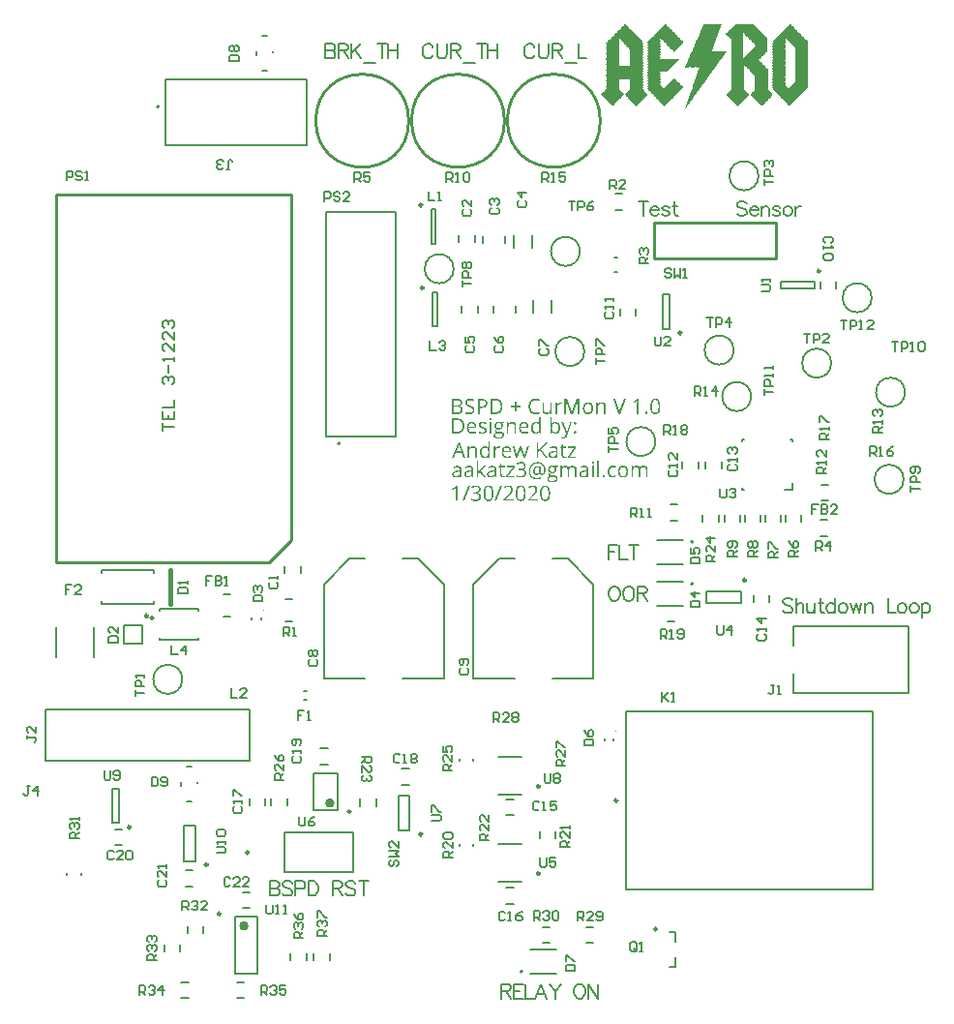
<source format=gto>
G04*
G04 #@! TF.GenerationSoftware,Altium Limited,Altium Designer,20.0.11 (256)*
G04*
G04 Layer_Color=65535*
%FSLAX25Y25*%
%MOIN*%
G70*
G01*
G75*
%ADD10C,0.00984*%
%ADD11C,0.00787*%
%ADD12C,0.01575*%
%ADD13C,0.01000*%
%ADD14C,0.00394*%
%ADD15C,0.00500*%
%ADD16C,0.00600*%
%ADD17C,0.00800*%
G36*
X229519Y342609D02*
X229822D01*
Y342508D01*
X229721D01*
Y342406D01*
X230025D01*
Y342305D01*
X229923D01*
Y342204D01*
X230227D01*
Y342103D01*
X230126D01*
Y342002D01*
X230429D01*
Y341901D01*
X230328D01*
Y341799D01*
X230631D01*
Y341698D01*
X230530D01*
Y341597D01*
X230834D01*
Y341496D01*
X230732D01*
Y341395D01*
X231036D01*
Y341294D01*
X230935D01*
Y341193D01*
X231238D01*
Y341091D01*
X231137D01*
Y340990D01*
X231440D01*
Y340889D01*
X231339D01*
Y340788D01*
X231643D01*
Y340687D01*
X231542D01*
Y340586D01*
X231845D01*
Y340485D01*
X231744D01*
Y340383D01*
X232047D01*
Y340282D01*
X231946D01*
Y340181D01*
X232250D01*
Y340080D01*
X232149D01*
Y339979D01*
X232452D01*
Y339878D01*
X232351D01*
Y339777D01*
X232654D01*
Y339675D01*
X232553D01*
Y339574D01*
X232857D01*
Y339473D01*
X232755D01*
Y339372D01*
X233059D01*
Y339271D01*
X232958D01*
Y339170D01*
X233261D01*
Y339069D01*
X233160D01*
Y338967D01*
X233464D01*
Y338866D01*
X233362D01*
Y338765D01*
X233666D01*
Y338664D01*
X233565D01*
Y338563D01*
X233868D01*
Y338462D01*
X233767D01*
Y338361D01*
X234070D01*
Y338259D01*
X233969D01*
Y338158D01*
X234273D01*
Y338057D01*
X234172D01*
Y337956D01*
X234475D01*
Y337855D01*
X234374D01*
Y337754D01*
X234677D01*
Y337652D01*
X234576D01*
Y337551D01*
X234879D01*
Y337450D01*
X234778D01*
Y337349D01*
X235082D01*
Y337248D01*
X234981D01*
Y337147D01*
X235284D01*
Y337046D01*
X235183D01*
Y336944D01*
X235486D01*
Y336843D01*
X235385D01*
Y336742D01*
X235689D01*
Y336641D01*
X235588D01*
Y336540D01*
X235891D01*
Y336439D01*
X235790D01*
Y336338D01*
X235689D01*
Y336236D01*
X235588D01*
Y336135D01*
X235486D01*
Y336034D01*
X235385D01*
Y335933D01*
X235284D01*
Y335832D01*
X235183D01*
Y335731D01*
X235082D01*
Y335630D01*
X234981D01*
Y335528D01*
X234879D01*
Y335427D01*
X234778D01*
Y335326D01*
X234677D01*
Y335225D01*
X234576D01*
Y335124D01*
X234475D01*
Y335023D01*
X234374D01*
Y334922D01*
X234273D01*
Y334820D01*
X234172D01*
Y334719D01*
X234070D01*
Y334618D01*
X233969D01*
Y334517D01*
X233868D01*
Y334416D01*
X233767D01*
Y334315D01*
X233666D01*
Y334213D01*
X233565D01*
Y334112D01*
X233464D01*
Y334011D01*
X233362D01*
Y333910D01*
X233261D01*
Y333809D01*
X233160D01*
Y333708D01*
X233059D01*
Y333607D01*
X232958D01*
Y333505D01*
X232857D01*
Y333404D01*
X232755D01*
Y333303D01*
X232654D01*
Y333202D01*
X232553D01*
Y333101D01*
X232452D01*
Y333202D01*
X232351D01*
Y333303D01*
X232250D01*
Y333404D01*
X232149D01*
Y333505D01*
X232047D01*
Y333607D01*
X231946D01*
Y333708D01*
X231845D01*
Y333809D01*
X231744D01*
Y333910D01*
X231643D01*
Y334011D01*
X231542D01*
Y334112D01*
X231440D01*
Y334213D01*
X231339D01*
Y334315D01*
X231238D01*
Y334416D01*
X231137D01*
Y334517D01*
X231036D01*
Y334618D01*
X230935D01*
Y334719D01*
X230834D01*
Y334820D01*
X230732D01*
Y334922D01*
X230631D01*
Y335023D01*
X230530D01*
Y335124D01*
X230429D01*
Y335225D01*
X230328D01*
Y335326D01*
X230227D01*
Y335427D01*
X230126D01*
Y335528D01*
X230025D01*
Y335630D01*
X229923D01*
Y335731D01*
X229822D01*
Y335832D01*
X229721D01*
Y335933D01*
X229620D01*
Y336034D01*
X229519D01*
Y336135D01*
X229418D01*
Y336236D01*
X229316D01*
Y336338D01*
X229215D01*
Y336439D01*
X229114D01*
Y336540D01*
X229013D01*
Y336641D01*
X228912D01*
Y336742D01*
X228811D01*
Y336843D01*
X228710D01*
Y336944D01*
X228608D01*
Y337046D01*
X228507D01*
Y337147D01*
X228406D01*
Y337248D01*
X228305D01*
Y337349D01*
X228204D01*
Y337450D01*
X228103D01*
Y337551D01*
X228001D01*
Y337652D01*
X227900D01*
Y337754D01*
X227799D01*
Y337855D01*
X227698D01*
Y337754D01*
X227799D01*
Y337652D01*
X227698D01*
Y337551D01*
X227799D01*
Y337450D01*
X227698D01*
Y337349D01*
X227799D01*
Y337248D01*
X227698D01*
Y337147D01*
X227799D01*
Y337046D01*
X227698D01*
Y336944D01*
X227799D01*
Y336843D01*
X227698D01*
Y336742D01*
X227799D01*
Y336641D01*
X227698D01*
Y336540D01*
X227799D01*
Y336439D01*
X227698D01*
Y336338D01*
X227799D01*
Y336236D01*
X227698D01*
Y336135D01*
X227799D01*
Y336034D01*
X227698D01*
Y335933D01*
X227799D01*
Y335832D01*
X227698D01*
Y335731D01*
X227799D01*
Y335630D01*
X227698D01*
Y335528D01*
X227799D01*
Y335427D01*
X227698D01*
Y335326D01*
X227799D01*
Y335225D01*
X227698D01*
Y335124D01*
X227799D01*
Y335023D01*
X227698D01*
Y334922D01*
X227799D01*
Y334820D01*
X227698D01*
Y334719D01*
X227799D01*
Y334618D01*
X227698D01*
Y334517D01*
X227799D01*
Y334416D01*
X227698D01*
Y334315D01*
X227799D01*
Y334213D01*
X227698D01*
Y334112D01*
X227799D01*
Y334011D01*
X227698D01*
Y333910D01*
X227799D01*
Y333809D01*
X227698D01*
Y333708D01*
X227799D01*
Y333607D01*
X227698D01*
Y333505D01*
X227799D01*
Y333404D01*
X227698D01*
Y333303D01*
X227799D01*
Y333202D01*
X227698D01*
Y333101D01*
X227799D01*
Y333000D01*
X227698D01*
Y332898D01*
X227799D01*
Y332797D01*
X227698D01*
Y332696D01*
X227799D01*
Y332595D01*
X227698D01*
Y332494D01*
X227799D01*
Y332393D01*
X227698D01*
Y332292D01*
X227799D01*
Y332190D01*
X227698D01*
Y332089D01*
X227799D01*
Y331988D01*
X227698D01*
Y331887D01*
X227799D01*
Y331786D01*
X227698D01*
Y331685D01*
X227799D01*
Y331584D01*
X227698D01*
Y331483D01*
X227799D01*
Y331381D01*
X227698D01*
Y331280D01*
X227799D01*
Y331179D01*
X227698D01*
Y331078D01*
X227799D01*
Y330977D01*
X227698D01*
Y330876D01*
X227799D01*
Y330774D01*
X227900D01*
Y330673D01*
X228001D01*
Y330774D01*
X228103D01*
Y330876D01*
X228204D01*
Y330774D01*
X228305D01*
Y330673D01*
X228406D01*
Y330774D01*
X228507D01*
Y330876D01*
X228608D01*
Y330774D01*
X228710D01*
Y330673D01*
X228811D01*
Y330774D01*
X228912D01*
Y330876D01*
X229013D01*
Y330774D01*
X229114D01*
Y330673D01*
X229215D01*
Y330774D01*
X229316D01*
Y330876D01*
X229418D01*
Y330774D01*
X229519D01*
Y330673D01*
X229620D01*
Y330774D01*
X229721D01*
Y330876D01*
X229822D01*
Y330774D01*
X229923D01*
Y330673D01*
X230025D01*
Y330774D01*
X230126D01*
Y330876D01*
X230227D01*
Y330774D01*
X230328D01*
Y330673D01*
X230429D01*
Y330774D01*
X230530D01*
Y330876D01*
X230631D01*
Y330774D01*
X230732D01*
Y330673D01*
X230834D01*
Y330774D01*
X230935D01*
Y330876D01*
X231036D01*
Y330774D01*
X231137D01*
Y330673D01*
X231238D01*
Y330774D01*
X231339D01*
Y330876D01*
X231440D01*
Y330774D01*
X231542D01*
Y330673D01*
X231643D01*
Y330774D01*
X231744D01*
Y330876D01*
X231845D01*
Y330774D01*
X231946D01*
Y330673D01*
X232047D01*
Y330774D01*
X232149D01*
Y330876D01*
X232250D01*
Y330774D01*
X232351D01*
Y330673D01*
X232452D01*
Y330774D01*
X232553D01*
Y330876D01*
X232654D01*
Y330774D01*
X232755D01*
Y330673D01*
X232857D01*
Y330774D01*
X232958D01*
Y330876D01*
X233059D01*
Y330774D01*
X233160D01*
Y330673D01*
X233261D01*
Y330774D01*
X233362D01*
Y330876D01*
X233464D01*
Y330774D01*
X233565D01*
Y330673D01*
X233666D01*
Y330774D01*
X233767D01*
Y330876D01*
X233868D01*
Y330774D01*
X233969D01*
Y330673D01*
X234070D01*
Y330774D01*
X234172D01*
Y330673D01*
X234273D01*
Y330572D01*
X234172D01*
Y330471D01*
X234070D01*
Y330370D01*
X233868D01*
Y330269D01*
Y330168D01*
X233666D01*
Y330066D01*
Y329965D01*
X233464D01*
Y329864D01*
Y329763D01*
X233362D01*
Y329662D01*
X233261D01*
Y329561D01*
X233059D01*
Y329460D01*
Y329358D01*
X232857D01*
Y329257D01*
Y329156D01*
X232654D01*
Y329055D01*
Y328954D01*
X232553D01*
Y328853D01*
X232452D01*
Y328751D01*
X232351D01*
Y328650D01*
X232250D01*
Y328549D01*
X232149D01*
Y328448D01*
X232047D01*
Y328347D01*
X231946D01*
Y328246D01*
X231845D01*
Y328145D01*
X231744D01*
Y328044D01*
X231643D01*
Y327942D01*
X231542D01*
Y327841D01*
X231440D01*
Y327740D01*
X231339D01*
Y327639D01*
X231238D01*
Y327538D01*
X231137D01*
Y327437D01*
X231036D01*
Y327335D01*
X230935D01*
Y327234D01*
X230834D01*
Y327133D01*
X230732D01*
Y327032D01*
X230631D01*
Y326931D01*
X230530D01*
Y326830D01*
X230429D01*
Y326729D01*
X230328D01*
Y326627D01*
X230227D01*
Y326526D01*
X227698D01*
Y326425D01*
X227799D01*
Y326324D01*
X227698D01*
Y326223D01*
X227799D01*
Y326122D01*
X227698D01*
Y326021D01*
X227799D01*
Y325919D01*
X227698D01*
Y325818D01*
X227799D01*
Y325717D01*
X227698D01*
Y325616D01*
X227799D01*
Y325515D01*
X227698D01*
Y325414D01*
X227799D01*
Y325312D01*
X227698D01*
Y325211D01*
X227799D01*
Y325110D01*
X227698D01*
Y325009D01*
X227799D01*
Y324908D01*
X227698D01*
Y324807D01*
X227799D01*
Y324706D01*
X227698D01*
Y324605D01*
X227799D01*
Y324503D01*
X227698D01*
Y324402D01*
X227799D01*
Y324301D01*
X227698D01*
Y324200D01*
X227799D01*
Y324099D01*
X227698D01*
Y323998D01*
X227799D01*
Y323896D01*
X227698D01*
Y323795D01*
X227799D01*
Y323694D01*
X227698D01*
Y323593D01*
X227799D01*
Y323492D01*
X227698D01*
Y323391D01*
X227799D01*
Y323290D01*
X227698D01*
Y323188D01*
X227799D01*
Y323087D01*
X227698D01*
Y322986D01*
X227799D01*
Y322885D01*
X227698D01*
Y322784D01*
X227799D01*
Y322683D01*
X227698D01*
Y322582D01*
X227799D01*
Y322480D01*
X227698D01*
Y322379D01*
X227799D01*
Y322278D01*
X227698D01*
Y322177D01*
X227799D01*
Y322076D01*
X227698D01*
Y321975D01*
X227799D01*
Y321873D01*
X227698D01*
Y321772D01*
X227799D01*
Y321671D01*
X227698D01*
Y321570D01*
X227900D01*
Y321469D01*
Y321368D01*
X228204D01*
Y321267D01*
Y321165D01*
X228406D01*
Y321064D01*
X228305D01*
Y320963D01*
X228608D01*
Y320862D01*
Y320761D01*
X228811D01*
Y320660D01*
Y320559D01*
X229013D01*
Y320660D01*
Y320761D01*
X229215D01*
Y320862D01*
X229114D01*
Y320963D01*
X229418D01*
Y321064D01*
Y321165D01*
X229620D01*
Y321267D01*
X229519D01*
Y321368D01*
X229822D01*
Y321469D01*
Y321570D01*
X230025D01*
Y321671D01*
X229923D01*
Y321772D01*
X230227D01*
Y321873D01*
X230328D01*
Y321975D01*
X230429D01*
Y322076D01*
X230328D01*
Y322177D01*
X230631D01*
Y322278D01*
Y322379D01*
X230834D01*
Y322480D01*
X230732D01*
Y322582D01*
X231036D01*
Y322683D01*
Y322784D01*
X231238D01*
Y322885D01*
X231137D01*
Y322986D01*
X231440D01*
Y323087D01*
Y323188D01*
X231643D01*
Y323290D01*
X231542D01*
Y323391D01*
X231845D01*
Y323492D01*
X231946D01*
Y323593D01*
X232047D01*
Y323694D01*
X231946D01*
Y323795D01*
X232250D01*
Y323896D01*
Y323998D01*
X232452D01*
Y324099D01*
X232351D01*
Y324200D01*
X232452D01*
Y324099D01*
X232553D01*
Y323998D01*
X232654D01*
Y323896D01*
X232755D01*
Y323795D01*
X232857D01*
Y323694D01*
X232958D01*
Y323593D01*
X233059D01*
Y323492D01*
X233160D01*
Y323391D01*
X233261D01*
Y323290D01*
X233362D01*
Y323188D01*
X233464D01*
Y323087D01*
X233565D01*
Y322986D01*
X233666D01*
Y322885D01*
X233767D01*
Y322784D01*
X233868D01*
Y322683D01*
X233969D01*
Y322582D01*
X234070D01*
Y322480D01*
X234172D01*
Y322379D01*
X234273D01*
Y322278D01*
X234374D01*
Y322177D01*
X234475D01*
Y322076D01*
X234576D01*
Y321975D01*
X234677D01*
Y321873D01*
X234778D01*
Y321772D01*
X234981D01*
Y321671D01*
Y321570D01*
X235183D01*
Y321469D01*
Y321368D01*
X235385D01*
Y321267D01*
Y321165D01*
X235486D01*
Y321064D01*
X235588D01*
Y320963D01*
X235689D01*
Y320862D01*
X235486D01*
Y320761D01*
Y320660D01*
X235183D01*
Y320559D01*
X235284D01*
Y320457D01*
X235082D01*
Y320356D01*
Y320255D01*
X234778D01*
Y320154D01*
X234879D01*
Y320053D01*
X234677D01*
Y319952D01*
Y319851D01*
X234374D01*
Y319749D01*
X234475D01*
Y319648D01*
X234273D01*
Y319547D01*
Y319446D01*
X233969D01*
Y319345D01*
X234070D01*
Y319244D01*
X233868D01*
Y319143D01*
Y319041D01*
X233565D01*
Y318940D01*
X233666D01*
Y318839D01*
X233362D01*
Y318738D01*
X233464D01*
Y318637D01*
X233160D01*
Y318536D01*
X233261D01*
Y318435D01*
X232958D01*
Y318333D01*
X233059D01*
Y318232D01*
X232755D01*
Y318131D01*
X232857D01*
Y318030D01*
X232553D01*
Y317929D01*
X232654D01*
Y317828D01*
X232351D01*
Y317726D01*
X232452D01*
Y317625D01*
X232149D01*
Y317524D01*
X232250D01*
Y317423D01*
X231946D01*
Y317322D01*
X232047D01*
Y317221D01*
X231744D01*
Y317120D01*
X231845D01*
Y317018D01*
X231744D01*
Y317120D01*
X231643D01*
Y317018D01*
X231542D01*
Y316917D01*
X231643D01*
Y316816D01*
X231339D01*
Y316715D01*
X231440D01*
Y316614D01*
X231137D01*
Y316513D01*
X231238D01*
Y316411D01*
X230935D01*
Y316310D01*
X231036D01*
Y316209D01*
X230935D01*
Y316310D01*
X230834D01*
Y316209D01*
X230732D01*
Y316108D01*
X230834D01*
Y316007D01*
X230530D01*
Y315906D01*
X230631D01*
Y315805D01*
X230328D01*
Y315704D01*
X230429D01*
Y315602D01*
X230126D01*
Y315501D01*
X230025D01*
Y315400D01*
X229923D01*
Y315299D01*
X230025D01*
Y315198D01*
X229721D01*
Y315097D01*
X229620D01*
Y314996D01*
X229519D01*
Y314894D01*
X229620D01*
Y314793D01*
X229519D01*
Y314894D01*
X229418D01*
Y314793D01*
X229316D01*
Y314692D01*
X229215D01*
Y314591D01*
X229114D01*
Y314490D01*
X229013D01*
Y314591D01*
X228912D01*
Y314692D01*
X228811D01*
Y314793D01*
X228710D01*
Y314894D01*
X228608D01*
Y314996D01*
X228507D01*
Y315097D01*
X228406D01*
Y315198D01*
X228305D01*
Y315299D01*
X228204D01*
Y315400D01*
X228103D01*
Y315501D01*
X228001D01*
Y315602D01*
X227900D01*
Y315704D01*
X228001D01*
Y315805D01*
X227698D01*
Y315906D01*
X227799D01*
Y316007D01*
X227496D01*
Y316108D01*
X227597D01*
Y316209D01*
X227293D01*
Y316310D01*
X227395D01*
Y316411D01*
X227091D01*
Y316513D01*
X227192D01*
Y316614D01*
X226889D01*
Y316715D01*
X226990D01*
Y316816D01*
X226687D01*
Y316917D01*
X226788D01*
Y317018D01*
X226484D01*
Y317120D01*
X226586D01*
Y317221D01*
X226282D01*
Y317322D01*
X226383D01*
Y317423D01*
X226080D01*
Y317524D01*
X226181D01*
Y317625D01*
X225877D01*
Y317726D01*
X225979D01*
Y317828D01*
X225675D01*
Y317929D01*
X225776D01*
Y318030D01*
X225473D01*
Y318131D01*
X225574D01*
Y318232D01*
X225271D01*
Y318333D01*
X225372D01*
Y318435D01*
X225068D01*
Y318536D01*
X225169D01*
Y318637D01*
X224866D01*
Y318738D01*
X224967D01*
Y318839D01*
X224664D01*
Y318940D01*
X224765D01*
Y319041D01*
X224461D01*
Y319143D01*
X224563D01*
Y319244D01*
X224259D01*
Y319345D01*
X224360D01*
Y319446D01*
X224057D01*
Y319547D01*
X224158D01*
Y319648D01*
X223854D01*
Y319749D01*
X223956D01*
Y319851D01*
X223652D01*
Y319952D01*
X223753D01*
Y320053D01*
X223450D01*
Y320154D01*
X223551D01*
Y320255D01*
X223450D01*
Y320356D01*
X223349D01*
Y320457D01*
X223450D01*
Y320559D01*
X223349D01*
Y320660D01*
X223450D01*
Y320761D01*
X223349D01*
Y320862D01*
X223450D01*
Y320963D01*
X223349D01*
Y321064D01*
X223450D01*
Y321165D01*
X223349D01*
Y321267D01*
X223450D01*
Y321368D01*
X223349D01*
Y321469D01*
X223450D01*
Y321570D01*
X223349D01*
Y321671D01*
X223450D01*
Y321772D01*
X223349D01*
Y321873D01*
X223450D01*
Y321975D01*
X223349D01*
Y322076D01*
X223450D01*
Y322177D01*
X223349D01*
Y322278D01*
X223450D01*
Y322379D01*
X223349D01*
Y322480D01*
X223450D01*
Y322582D01*
X223349D01*
Y322683D01*
X223450D01*
Y322784D01*
X223349D01*
Y322885D01*
X223450D01*
Y322986D01*
X223349D01*
Y323087D01*
X223450D01*
Y323188D01*
X223349D01*
Y323290D01*
X223450D01*
Y323391D01*
X223349D01*
Y323492D01*
X223450D01*
Y323593D01*
X223349D01*
Y323694D01*
X223450D01*
Y323795D01*
X223349D01*
Y323896D01*
X223450D01*
Y323998D01*
X223349D01*
Y324099D01*
X223450D01*
Y324200D01*
X223349D01*
Y324301D01*
X223450D01*
Y324402D01*
X223349D01*
Y324503D01*
X223450D01*
Y324605D01*
X223349D01*
Y324706D01*
X223450D01*
Y324807D01*
X223349D01*
Y324908D01*
X223450D01*
Y325009D01*
X223349D01*
Y325110D01*
X223450D01*
Y325211D01*
X223349D01*
Y325312D01*
X223450D01*
Y325414D01*
X223349D01*
Y325515D01*
X223450D01*
Y325616D01*
X223349D01*
Y325717D01*
X223450D01*
Y325818D01*
X223349D01*
Y325919D01*
X223450D01*
Y326021D01*
X223349D01*
Y326122D01*
X223450D01*
Y326223D01*
X223349D01*
Y326324D01*
X223450D01*
Y326425D01*
X223349D01*
Y326526D01*
X223450D01*
Y326627D01*
X223349D01*
Y326729D01*
X223450D01*
Y326830D01*
X223349D01*
Y326931D01*
X223450D01*
Y327032D01*
X223349D01*
Y327133D01*
X223450D01*
Y327234D01*
X223349D01*
Y327335D01*
X223450D01*
Y327437D01*
X223349D01*
Y327538D01*
X223450D01*
Y327639D01*
X223349D01*
Y327740D01*
X223450D01*
Y327841D01*
X223349D01*
Y327942D01*
X223450D01*
Y328044D01*
X223349D01*
Y328145D01*
X223450D01*
Y328246D01*
X223349D01*
Y328347D01*
X223450D01*
Y328448D01*
X223349D01*
Y328549D01*
X223450D01*
Y328650D01*
X223349D01*
Y328751D01*
X223450D01*
Y328853D01*
X223349D01*
Y328954D01*
X223450D01*
Y329055D01*
X223349D01*
Y329156D01*
X223450D01*
Y329257D01*
X223349D01*
Y329358D01*
X223450D01*
Y329460D01*
X223349D01*
Y329561D01*
X223450D01*
Y329662D01*
X223349D01*
Y329763D01*
X223450D01*
Y329864D01*
X223349D01*
Y329965D01*
X223450D01*
Y330066D01*
X223349D01*
Y330168D01*
X223450D01*
Y330269D01*
X223349D01*
Y330370D01*
X223450D01*
Y330471D01*
X223349D01*
Y330572D01*
X223450D01*
Y330673D01*
X223349D01*
Y330774D01*
X223450D01*
Y330876D01*
X223349D01*
Y330977D01*
X223450D01*
Y331078D01*
X223349D01*
Y331179D01*
X223450D01*
Y331280D01*
X223349D01*
Y331381D01*
X223450D01*
Y331483D01*
X223349D01*
Y331584D01*
X223450D01*
Y331685D01*
X223349D01*
Y331786D01*
X223450D01*
Y331887D01*
X223349D01*
Y331988D01*
X223450D01*
Y332089D01*
X223349D01*
Y332190D01*
X223450D01*
Y332292D01*
X223349D01*
Y332393D01*
X223450D01*
Y332494D01*
X223349D01*
Y332595D01*
X223450D01*
Y332696D01*
X223349D01*
Y332797D01*
X223450D01*
Y332898D01*
X223349D01*
Y333000D01*
X223450D01*
Y333101D01*
X223349D01*
Y333202D01*
X223450D01*
Y333303D01*
X223349D01*
Y333404D01*
X223450D01*
Y333505D01*
X223349D01*
Y333607D01*
X223450D01*
Y333708D01*
X223349D01*
Y333809D01*
X223450D01*
Y333910D01*
X223349D01*
Y334011D01*
X223450D01*
Y334112D01*
X223349D01*
Y334213D01*
X223450D01*
Y334315D01*
X223349D01*
Y334416D01*
X223450D01*
Y334517D01*
X223349D01*
Y334618D01*
X223450D01*
Y334719D01*
X223349D01*
Y334820D01*
X223450D01*
Y334922D01*
X223349D01*
Y335023D01*
X223450D01*
Y335124D01*
X223349D01*
Y335225D01*
X223450D01*
Y335326D01*
X223349D01*
Y335427D01*
X223450D01*
Y335528D01*
X223349D01*
Y335630D01*
X223450D01*
Y335731D01*
X223349D01*
Y335832D01*
X223450D01*
Y335933D01*
X223349D01*
Y336034D01*
X223450D01*
Y336135D01*
X223349D01*
Y336236D01*
X223450D01*
Y336338D01*
X223349D01*
Y336439D01*
X223450D01*
Y336540D01*
X223349D01*
Y336641D01*
X223450D01*
Y336742D01*
X223551D01*
Y336843D01*
X223652D01*
Y336944D01*
X223753D01*
Y337046D01*
Y337147D01*
X223956D01*
Y337248D01*
X224057D01*
Y337349D01*
X224158D01*
Y337450D01*
Y337551D01*
X224360D01*
Y337652D01*
X224461D01*
Y337754D01*
X224563D01*
Y337855D01*
Y337956D01*
X224765D01*
Y338057D01*
X224866D01*
Y338158D01*
X224967D01*
Y338259D01*
Y338361D01*
X225169D01*
Y338462D01*
X225271D01*
Y338563D01*
X225372D01*
Y338664D01*
Y338765D01*
X225574D01*
Y338866D01*
X225675D01*
Y338967D01*
X225776D01*
Y339069D01*
Y339170D01*
X225979D01*
Y339271D01*
X226080D01*
Y339372D01*
X226181D01*
Y339473D01*
Y339574D01*
X226383D01*
Y339675D01*
X226484D01*
Y339777D01*
X226586D01*
Y339878D01*
Y339979D01*
X226788D01*
Y340080D01*
X226889D01*
Y340181D01*
X226990D01*
Y340282D01*
Y340383D01*
X227192D01*
Y340485D01*
X227293D01*
Y340586D01*
X227395D01*
Y340687D01*
Y340788D01*
X227597D01*
Y340889D01*
X227698D01*
Y340990D01*
X227799D01*
Y341091D01*
Y341193D01*
X228001D01*
Y341294D01*
X228103D01*
Y341395D01*
X228204D01*
Y341496D01*
Y341597D01*
X228406D01*
Y341698D01*
X228507D01*
Y341799D01*
X228608D01*
Y341901D01*
Y342002D01*
X228811D01*
Y342103D01*
X228912D01*
Y342204D01*
X229013D01*
Y342305D01*
Y342406D01*
X229215D01*
Y342508D01*
X229316D01*
Y342609D01*
X229418D01*
Y342710D01*
X229519D01*
Y342609D01*
D02*
G37*
G36*
X215662Y342710D02*
X215763D01*
Y342609D01*
X215864D01*
Y342508D01*
X215965D01*
Y342406D01*
X216066D01*
Y342305D01*
X216167D01*
Y342204D01*
X216268D01*
Y342103D01*
X216370D01*
Y342002D01*
X216471D01*
Y341901D01*
X216572D01*
Y341799D01*
X216673D01*
Y341698D01*
X216774D01*
Y341597D01*
X216875D01*
Y341496D01*
X216976D01*
Y341395D01*
X217078D01*
Y341294D01*
X217179D01*
Y341193D01*
X217280D01*
Y341091D01*
X217381D01*
Y340990D01*
X217482D01*
Y340889D01*
X217583D01*
Y340788D01*
X217685D01*
Y340687D01*
X217786D01*
Y340586D01*
X217887D01*
Y340485D01*
X217988D01*
Y340383D01*
X218089D01*
Y340282D01*
X218190D01*
Y340181D01*
X218291D01*
Y340080D01*
X218392D01*
Y339979D01*
X218494D01*
Y339878D01*
X218595D01*
Y339777D01*
X218696D01*
Y339675D01*
X218797D01*
Y339574D01*
X218898D01*
Y339473D01*
X218999D01*
Y339372D01*
X219101D01*
Y339271D01*
X219202D01*
Y339170D01*
X219303D01*
Y339069D01*
X219404D01*
Y338967D01*
X219505D01*
Y338866D01*
X219606D01*
Y338765D01*
X219707D01*
Y338664D01*
X219809D01*
Y338563D01*
X219910D01*
Y338462D01*
X220011D01*
Y338361D01*
X220112D01*
Y338259D01*
X220213D01*
Y338158D01*
X220314D01*
Y338057D01*
X220415D01*
Y337956D01*
X220517D01*
Y337855D01*
X220618D01*
Y337754D01*
X220719D01*
Y337652D01*
X220820D01*
Y337551D01*
X220921D01*
Y337450D01*
X221022D01*
Y337349D01*
X221124D01*
Y337248D01*
X221225D01*
Y337147D01*
X221326D01*
Y337046D01*
X221427D01*
Y336944D01*
X221528D01*
Y336843D01*
X221629D01*
Y336742D01*
X221730D01*
Y336641D01*
X221629D01*
Y336540D01*
X221730D01*
Y336439D01*
X221629D01*
Y336338D01*
X221730D01*
Y336236D01*
X221629D01*
Y336135D01*
X221730D01*
Y336034D01*
X221629D01*
Y335933D01*
X221730D01*
Y335832D01*
X221629D01*
Y335731D01*
X221730D01*
Y335630D01*
X221629D01*
Y335528D01*
X221730D01*
Y335427D01*
X221629D01*
Y335326D01*
X221730D01*
Y335225D01*
X221629D01*
Y335124D01*
X221730D01*
Y335023D01*
X221629D01*
Y334922D01*
X221730D01*
Y334820D01*
X221629D01*
Y334719D01*
X221730D01*
Y334618D01*
X221629D01*
Y334517D01*
X221730D01*
Y334416D01*
X221629D01*
Y334315D01*
X221730D01*
Y334213D01*
X221629D01*
Y334112D01*
X221730D01*
Y334011D01*
X221629D01*
Y333910D01*
X221730D01*
Y333809D01*
X221629D01*
Y333708D01*
X221730D01*
Y333607D01*
X221629D01*
Y333505D01*
X221730D01*
Y333404D01*
X221629D01*
Y333303D01*
X221730D01*
Y333202D01*
X221629D01*
Y333101D01*
X221730D01*
Y333000D01*
X221629D01*
Y332898D01*
X221730D01*
Y332797D01*
X221629D01*
Y332696D01*
X221730D01*
Y332595D01*
X221629D01*
Y332494D01*
X221730D01*
Y332393D01*
X221629D01*
Y332292D01*
X221730D01*
Y332190D01*
X221629D01*
Y332089D01*
X221730D01*
Y331988D01*
X221629D01*
Y331887D01*
X221730D01*
Y331786D01*
X221629D01*
Y331685D01*
X221730D01*
Y331584D01*
X221629D01*
Y331483D01*
X221730D01*
Y331381D01*
X221629D01*
Y331280D01*
X221730D01*
Y331179D01*
X221629D01*
Y331078D01*
X221730D01*
Y330977D01*
X221629D01*
Y330876D01*
X221730D01*
Y330774D01*
X221629D01*
Y330673D01*
X221730D01*
Y330572D01*
X221629D01*
Y330471D01*
X221730D01*
Y330370D01*
X221629D01*
Y330269D01*
X221730D01*
Y330168D01*
X221629D01*
Y330066D01*
X221730D01*
Y329965D01*
X221629D01*
Y329864D01*
X221730D01*
Y329763D01*
X221629D01*
Y329662D01*
X221730D01*
Y329561D01*
X221629D01*
Y329460D01*
X221730D01*
Y329358D01*
X221629D01*
Y329257D01*
X221730D01*
Y329156D01*
X221629D01*
Y329055D01*
X221730D01*
Y328954D01*
X221629D01*
Y328853D01*
X221730D01*
Y328751D01*
X221629D01*
Y328650D01*
X221730D01*
Y328549D01*
X221629D01*
Y328448D01*
X221730D01*
Y328347D01*
X221629D01*
Y328246D01*
X221730D01*
Y328145D01*
X221629D01*
Y328044D01*
X221730D01*
Y327942D01*
X221629D01*
Y327841D01*
X221730D01*
Y327740D01*
X221629D01*
Y327639D01*
X221730D01*
Y327538D01*
X221629D01*
Y327437D01*
X221730D01*
Y327335D01*
X221629D01*
Y327234D01*
X221730D01*
Y327133D01*
X221629D01*
Y327032D01*
X221730D01*
Y326931D01*
X221629D01*
Y326830D01*
X221730D01*
Y326729D01*
X221629D01*
Y326627D01*
X221730D01*
Y326526D01*
X221629D01*
Y326425D01*
X221730D01*
Y326324D01*
X221629D01*
Y326223D01*
X221730D01*
Y326122D01*
X221629D01*
Y326021D01*
X221730D01*
Y325919D01*
X221629D01*
Y325818D01*
X221730D01*
Y325717D01*
X221629D01*
Y325616D01*
X221730D01*
Y325515D01*
X221629D01*
Y325414D01*
X221730D01*
Y325312D01*
X221629D01*
Y325211D01*
X221730D01*
Y325110D01*
X221629D01*
Y325009D01*
X221730D01*
Y324908D01*
X221629D01*
Y324807D01*
X221730D01*
Y324706D01*
X221629D01*
Y324605D01*
X221730D01*
Y324503D01*
X221629D01*
Y324402D01*
X221730D01*
Y324301D01*
X221629D01*
Y324200D01*
X221730D01*
Y324099D01*
X221629D01*
Y323998D01*
X221730D01*
Y323896D01*
X221629D01*
Y323795D01*
X221730D01*
Y323694D01*
X221629D01*
Y323593D01*
X221730D01*
Y323492D01*
X221629D01*
Y323391D01*
X221730D01*
Y323290D01*
X221629D01*
Y323188D01*
X221730D01*
Y323087D01*
X221629D01*
Y322986D01*
X221730D01*
Y322885D01*
X221629D01*
Y322784D01*
X221730D01*
Y322683D01*
X221629D01*
Y322582D01*
X221730D01*
Y322480D01*
X221629D01*
Y322379D01*
X221730D01*
Y322278D01*
X221629D01*
Y322177D01*
X221730D01*
Y322076D01*
X221629D01*
Y321975D01*
X221730D01*
Y321873D01*
X221629D01*
Y321772D01*
X221730D01*
Y321671D01*
X221629D01*
Y321570D01*
X221730D01*
Y321469D01*
X221629D01*
Y321368D01*
X221730D01*
Y321267D01*
X221629D01*
Y321165D01*
X221730D01*
Y321064D01*
X221629D01*
Y320963D01*
X221730D01*
Y320862D01*
X221629D01*
Y320761D01*
X221730D01*
Y320660D01*
X221629D01*
Y320559D01*
X221730D01*
Y320457D01*
X221629D01*
Y320356D01*
X221730D01*
Y320255D01*
Y320154D01*
X221933D01*
Y320053D01*
Y319952D01*
X222135D01*
Y319851D01*
X222034D01*
Y319749D01*
X222337D01*
Y319648D01*
X222236D01*
Y319547D01*
X222540D01*
Y319446D01*
X222438D01*
Y319345D01*
X222540D01*
Y319244D01*
X222641D01*
Y319143D01*
X222742D01*
Y319041D01*
X222843D01*
Y318940D01*
X222944D01*
Y318839D01*
X223045D01*
Y318738D01*
X223147D01*
Y318637D01*
X223248D01*
Y318536D01*
X223349D01*
Y318435D01*
X223248D01*
Y318333D01*
X223147D01*
Y318232D01*
X223045D01*
Y318131D01*
X222944D01*
Y318030D01*
X222843D01*
Y317929D01*
X222742D01*
Y317828D01*
X222641D01*
Y317726D01*
X222540D01*
Y317625D01*
X222438D01*
Y317524D01*
X222337D01*
Y317423D01*
X222236D01*
Y317322D01*
X222135D01*
Y317221D01*
X222034D01*
Y317120D01*
X221933D01*
Y317018D01*
X221831D01*
Y316917D01*
X221730D01*
Y316816D01*
X221629D01*
Y316715D01*
X221528D01*
Y316614D01*
X221427D01*
Y316513D01*
X221326D01*
Y316411D01*
X221225D01*
Y316310D01*
X221124D01*
Y316209D01*
X221022D01*
Y316108D01*
X220921D01*
Y316007D01*
X220820D01*
Y315906D01*
X220719D01*
Y315805D01*
X220618D01*
Y315704D01*
X220517D01*
Y315602D01*
X220415D01*
Y315501D01*
X220314D01*
Y315400D01*
X220213D01*
Y315299D01*
X220112D01*
Y315198D01*
X220011D01*
Y315097D01*
X219910D01*
Y314996D01*
X219809D01*
Y314894D01*
X219707D01*
Y314793D01*
X219606D01*
Y314692D01*
X219505D01*
Y314591D01*
X219404D01*
Y314490D01*
X219303D01*
Y314591D01*
X219202D01*
Y314692D01*
X219101D01*
Y314793D01*
X218999D01*
Y314894D01*
X218898D01*
Y314996D01*
X218797D01*
Y315097D01*
X218696D01*
Y315198D01*
X218595D01*
Y315299D01*
X218494D01*
Y315400D01*
X218392D01*
Y315501D01*
X218291D01*
Y315602D01*
X218190D01*
Y315704D01*
X218089D01*
Y315805D01*
X217988D01*
Y315906D01*
X217887D01*
Y316007D01*
X217786D01*
Y316108D01*
X217685D01*
Y316209D01*
X217583D01*
Y316310D01*
X217482D01*
Y316411D01*
X217381D01*
Y316513D01*
X217280D01*
Y316614D01*
X217179D01*
Y316715D01*
X217078D01*
Y316816D01*
X216976D01*
Y316917D01*
X217078D01*
Y317018D01*
X216774D01*
Y317120D01*
X216875D01*
Y317221D01*
X216572D01*
Y317322D01*
X216673D01*
Y317423D01*
X216370D01*
Y317524D01*
X216471D01*
Y317625D01*
X216167D01*
Y317726D01*
X216268D01*
Y317828D01*
X215965D01*
Y317929D01*
X216066D01*
Y318030D01*
X215763D01*
Y318131D01*
X215864D01*
Y318232D01*
X215560D01*
Y318333D01*
X215662D01*
Y318435D01*
X215358D01*
Y318536D01*
X215662D01*
Y318637D01*
X215560D01*
Y318738D01*
X215763D01*
Y318839D01*
Y318940D01*
X216066D01*
Y319041D01*
X215965D01*
Y319143D01*
X216167D01*
Y319244D01*
Y319345D01*
X216471D01*
Y319446D01*
X216370D01*
Y319547D01*
X216572D01*
Y319648D01*
Y319749D01*
X216774D01*
Y319851D01*
Y319952D01*
X216976D01*
Y320053D01*
Y320154D01*
X217179D01*
Y320255D01*
Y320356D01*
X217280D01*
Y320457D01*
X217179D01*
Y320559D01*
X217280D01*
Y320660D01*
X217179D01*
Y320761D01*
X217280D01*
Y320862D01*
X217179D01*
Y320963D01*
X217280D01*
Y321064D01*
X217179D01*
Y321165D01*
X217280D01*
Y321267D01*
X217179D01*
Y321368D01*
X217280D01*
Y321469D01*
X217179D01*
Y321570D01*
X217280D01*
Y321671D01*
X217179D01*
Y321772D01*
X217280D01*
Y321873D01*
X217179D01*
Y321975D01*
X217280D01*
Y322076D01*
X217179D01*
Y322177D01*
X217280D01*
Y322278D01*
X217179D01*
Y322379D01*
X217280D01*
Y322480D01*
X217179D01*
Y322582D01*
X217280D01*
Y322683D01*
X217179D01*
Y322784D01*
X217280D01*
Y322885D01*
X217179D01*
Y322986D01*
X217280D01*
Y323087D01*
X217179D01*
Y323188D01*
X217280D01*
Y323290D01*
X217179D01*
Y323391D01*
X217280D01*
Y323492D01*
X217179D01*
Y323593D01*
X217280D01*
Y323694D01*
X217179D01*
Y323795D01*
X217280D01*
Y323896D01*
X213538D01*
Y323795D01*
X213436D01*
Y323694D01*
X213538D01*
Y323593D01*
X213436D01*
Y323492D01*
Y323391D01*
Y323290D01*
X213538D01*
Y323188D01*
X213436D01*
Y323087D01*
Y322986D01*
Y322885D01*
X213538D01*
Y322784D01*
X213436D01*
Y322683D01*
Y322582D01*
Y322480D01*
X213538D01*
Y322379D01*
X213436D01*
Y322278D01*
Y322177D01*
Y322076D01*
X213538D01*
Y321975D01*
X213436D01*
Y321873D01*
Y321772D01*
Y321671D01*
X213538D01*
Y321570D01*
X213436D01*
Y321469D01*
Y321368D01*
Y321267D01*
X213538D01*
Y321165D01*
X213436D01*
Y321064D01*
Y320963D01*
Y320862D01*
X213538D01*
Y320761D01*
X213436D01*
Y320660D01*
Y320559D01*
Y320457D01*
X213538D01*
Y320356D01*
X213436D01*
Y320255D01*
X213538D01*
Y320154D01*
X213639D01*
Y320053D01*
X213740D01*
Y319952D01*
X213841D01*
Y319851D01*
X213942D01*
Y319749D01*
X214043D01*
Y319648D01*
X214144D01*
Y319547D01*
X214246D01*
Y319446D01*
X214347D01*
Y319345D01*
X214448D01*
Y319244D01*
X214549D01*
Y319143D01*
X214650D01*
Y319041D01*
X214751D01*
Y318940D01*
X214852D01*
Y318839D01*
X214953D01*
Y318738D01*
X215055D01*
Y318637D01*
X215156D01*
Y318536D01*
X215257D01*
Y318435D01*
X215156D01*
Y318333D01*
X215055D01*
Y318232D01*
X214953D01*
Y318131D01*
X214852D01*
Y318030D01*
X214751D01*
Y317929D01*
X214650D01*
Y317828D01*
X214549D01*
Y317726D01*
X214448D01*
Y317625D01*
X214347D01*
Y317524D01*
X214246D01*
Y317423D01*
X214144D01*
Y317322D01*
X214043D01*
Y317221D01*
X213942D01*
Y317120D01*
X213841D01*
Y317018D01*
X213740D01*
Y316917D01*
X213639D01*
Y316816D01*
X213538D01*
Y316715D01*
X213436D01*
Y316614D01*
X213335D01*
Y316513D01*
X213234D01*
Y316411D01*
X213133D01*
Y316310D01*
X213032D01*
Y316209D01*
X212931D01*
Y316108D01*
X212829D01*
Y316007D01*
X212728D01*
Y315906D01*
X212627D01*
Y315805D01*
X212526D01*
Y315704D01*
X212425D01*
Y315602D01*
X212324D01*
Y315501D01*
X212223D01*
Y315400D01*
X212121D01*
Y315299D01*
X212020D01*
Y315198D01*
X211919D01*
Y315097D01*
X211818D01*
Y314996D01*
X211717D01*
Y314894D01*
X211616D01*
Y314793D01*
X211514D01*
Y314692D01*
X211413D01*
Y314591D01*
X211312D01*
Y314490D01*
X211211D01*
Y314591D01*
X211110D01*
Y314692D01*
X211009D01*
Y314793D01*
X210908D01*
Y314894D01*
X210806D01*
Y314996D01*
X210705D01*
Y315097D01*
X210604D01*
Y315198D01*
X210503D01*
Y315299D01*
X210402D01*
Y315400D01*
X210301D01*
Y315501D01*
X210200D01*
Y315602D01*
X210099D01*
Y315704D01*
X209997D01*
Y315805D01*
X209896D01*
Y315906D01*
X209795D01*
Y316007D01*
X209694D01*
Y316108D01*
X209593D01*
Y316209D01*
X209492D01*
Y316310D01*
X209390D01*
Y316411D01*
X209289D01*
Y316513D01*
X209188D01*
Y316614D01*
X209087D01*
Y316715D01*
X208986D01*
Y316816D01*
X208885D01*
Y316917D01*
X208784D01*
Y317018D01*
X208682D01*
Y317120D01*
X208581D01*
Y317221D01*
X208480D01*
Y317322D01*
X208379D01*
Y317423D01*
X208278D01*
Y317524D01*
X208177D01*
Y317625D01*
X208075D01*
Y317726D01*
X207974D01*
Y317828D01*
X207873D01*
Y317929D01*
X207772D01*
Y318030D01*
X207671D01*
Y318131D01*
X207570D01*
Y318232D01*
X207469D01*
Y318333D01*
X207367D01*
Y318435D01*
X207266D01*
Y318536D01*
X207367D01*
Y318637D01*
X207469D01*
Y318738D01*
X207570D01*
Y318839D01*
X207671D01*
Y318940D01*
X207772D01*
Y319041D01*
X207873D01*
Y319143D01*
X207974D01*
Y319244D01*
X208075D01*
Y319345D01*
X208177D01*
Y319446D01*
X208278D01*
Y319547D01*
X208379D01*
Y319648D01*
X208480D01*
Y319749D01*
X208581D01*
Y319851D01*
X208682D01*
Y319952D01*
X208784D01*
Y320053D01*
X208885D01*
Y320154D01*
X208986D01*
Y320255D01*
X209087D01*
Y320356D01*
X208986D01*
Y320457D01*
X209087D01*
Y320559D01*
Y320660D01*
Y320761D01*
X208986D01*
Y320862D01*
X209087D01*
Y320963D01*
Y321064D01*
Y321165D01*
X208986D01*
Y321267D01*
X209087D01*
Y321368D01*
Y321469D01*
Y321570D01*
X208986D01*
Y321671D01*
X209087D01*
Y321772D01*
Y321873D01*
Y321975D01*
X208986D01*
Y322076D01*
X209087D01*
Y322177D01*
Y322278D01*
Y322379D01*
X208986D01*
Y322480D01*
X209087D01*
Y322582D01*
Y322683D01*
Y322784D01*
X208986D01*
Y322885D01*
X209087D01*
Y322986D01*
Y323087D01*
Y323188D01*
X208986D01*
Y323290D01*
X209087D01*
Y323391D01*
Y323492D01*
Y323593D01*
X208986D01*
Y323694D01*
X209087D01*
Y323795D01*
Y323896D01*
Y323998D01*
X208986D01*
Y324099D01*
X209087D01*
Y324200D01*
Y324301D01*
Y324402D01*
X208986D01*
Y324503D01*
X209087D01*
Y324605D01*
Y324706D01*
Y324807D01*
X208986D01*
Y324908D01*
X209087D01*
Y325009D01*
Y325110D01*
Y325211D01*
X208986D01*
Y325312D01*
X209087D01*
Y325414D01*
Y325515D01*
Y325616D01*
X208986D01*
Y325717D01*
X209087D01*
Y325818D01*
Y325919D01*
Y326021D01*
X208986D01*
Y326122D01*
X209087D01*
Y326223D01*
Y326324D01*
Y326425D01*
X208986D01*
Y326526D01*
X209087D01*
Y326627D01*
Y326729D01*
Y326830D01*
X208986D01*
Y326931D01*
X209087D01*
Y327032D01*
Y327133D01*
Y327234D01*
X208986D01*
Y327335D01*
X209087D01*
Y327437D01*
Y327538D01*
Y327639D01*
X208986D01*
Y327740D01*
X209087D01*
Y327841D01*
Y327942D01*
Y328044D01*
X208986D01*
Y328145D01*
X209087D01*
Y328246D01*
Y328347D01*
Y328448D01*
X208986D01*
Y328549D01*
X209087D01*
Y328650D01*
Y328751D01*
Y328853D01*
X208986D01*
Y328954D01*
X209087D01*
Y329055D01*
Y329156D01*
Y329257D01*
X208986D01*
Y329358D01*
X209087D01*
Y329460D01*
Y329561D01*
Y329662D01*
X208986D01*
Y329763D01*
X209087D01*
Y329864D01*
Y329965D01*
Y330066D01*
X208986D01*
Y330168D01*
X209087D01*
Y330269D01*
Y330370D01*
Y330471D01*
X208986D01*
Y330572D01*
X209087D01*
Y330673D01*
Y330774D01*
Y330876D01*
X208986D01*
Y330977D01*
X209087D01*
Y331078D01*
Y331179D01*
Y331280D01*
X208986D01*
Y331381D01*
X209087D01*
Y331483D01*
Y331584D01*
Y331685D01*
X208986D01*
Y331786D01*
X209087D01*
Y331887D01*
Y331988D01*
Y332089D01*
X208986D01*
Y332190D01*
X209087D01*
Y332292D01*
Y332393D01*
Y332494D01*
X208986D01*
Y332595D01*
X209087D01*
Y332696D01*
Y332797D01*
Y332898D01*
X208986D01*
Y333000D01*
X209087D01*
Y333101D01*
Y333202D01*
Y333303D01*
X208986D01*
Y333404D01*
X209087D01*
Y333505D01*
Y333607D01*
Y333708D01*
X208986D01*
Y333809D01*
X209087D01*
Y333910D01*
Y334011D01*
Y334112D01*
X208986D01*
Y334213D01*
X209087D01*
Y334315D01*
Y334416D01*
Y334517D01*
X208986D01*
Y334618D01*
X209087D01*
Y334719D01*
Y334820D01*
Y334922D01*
X208986D01*
Y335023D01*
X209087D01*
Y335124D01*
Y335225D01*
Y335326D01*
X208986D01*
Y335427D01*
X209087D01*
Y335528D01*
Y335630D01*
Y335731D01*
X208986D01*
Y335832D01*
X209087D01*
Y335933D01*
Y336034D01*
Y336135D01*
X208986D01*
Y336236D01*
X209087D01*
Y336338D01*
X209188D01*
Y336439D01*
X209289D01*
Y336540D01*
X209390D01*
Y336641D01*
X209492D01*
Y336742D01*
X209593D01*
Y336843D01*
X209694D01*
Y336944D01*
X209795D01*
Y337046D01*
X209896D01*
Y337147D01*
X209997D01*
Y337248D01*
X210099D01*
Y337349D01*
X210200D01*
Y337450D01*
X210301D01*
Y337551D01*
X210402D01*
Y337652D01*
X210503D01*
Y337754D01*
X210604D01*
Y337855D01*
X210705D01*
Y337956D01*
X210806D01*
Y338057D01*
X210908D01*
Y338158D01*
X211009D01*
Y338259D01*
X211110D01*
Y338361D01*
X211211D01*
Y338462D01*
X211312D01*
Y338563D01*
X211413D01*
Y338664D01*
X211514D01*
Y338765D01*
X211616D01*
Y338866D01*
X211717D01*
Y338967D01*
X211818D01*
Y339069D01*
X211919D01*
Y339170D01*
X212020D01*
Y339271D01*
X212121D01*
Y339372D01*
X212223D01*
Y339473D01*
X212324D01*
Y339574D01*
X212425D01*
Y339675D01*
X212526D01*
Y339777D01*
X212627D01*
Y339878D01*
X212728D01*
Y339979D01*
X212829D01*
Y340080D01*
X212931D01*
Y340181D01*
X213032D01*
Y340282D01*
X213133D01*
Y340383D01*
X213234D01*
Y340485D01*
X213335D01*
Y340586D01*
X213436D01*
Y340687D01*
X213538D01*
Y340788D01*
X213639D01*
Y340889D01*
X213740D01*
Y340990D01*
X213841D01*
Y341091D01*
X213942D01*
Y341193D01*
X214043D01*
Y341294D01*
X214144D01*
Y341395D01*
X214246D01*
Y341496D01*
X214347D01*
Y341597D01*
X214448D01*
Y341698D01*
X214549D01*
Y341799D01*
X214650D01*
Y341901D01*
X214751D01*
Y342002D01*
X214852D01*
Y342103D01*
X214953D01*
Y342204D01*
X215055D01*
Y342305D01*
X215156D01*
Y342406D01*
X215257D01*
Y342508D01*
X215358D01*
Y342609D01*
X215459D01*
Y342710D01*
X215560D01*
Y342811D01*
X215662D01*
Y342710D01*
D02*
G37*
G36*
X248838D02*
X248737D01*
Y342609D01*
X248838D01*
Y342508D01*
X248737D01*
Y342406D01*
X248636D01*
Y342305D01*
Y342204D01*
Y342103D01*
X248534D01*
Y342002D01*
X248636D01*
Y341901D01*
X248534D01*
Y341799D01*
X248433D01*
Y341698D01*
X248332D01*
Y341597D01*
X248433D01*
Y341496D01*
X248332D01*
Y341395D01*
Y341294D01*
Y341193D01*
X248231D01*
Y341091D01*
X248130D01*
Y340990D01*
X248231D01*
Y340889D01*
X248130D01*
Y340788D01*
X248029D01*
Y340687D01*
Y340586D01*
Y340485D01*
X247927D01*
Y340383D01*
X248029D01*
Y340282D01*
X247927D01*
Y340181D01*
X247826D01*
Y340080D01*
X247725D01*
Y339979D01*
X247826D01*
Y339878D01*
X247725D01*
Y339777D01*
Y339675D01*
Y339574D01*
X247624D01*
Y339473D01*
X247523D01*
Y339372D01*
X247624D01*
Y339271D01*
X247523D01*
Y339170D01*
Y339069D01*
Y338967D01*
X247422D01*
Y338866D01*
X247321D01*
Y338765D01*
X247422D01*
Y338664D01*
X247321D01*
Y338563D01*
Y338462D01*
X247219D01*
Y338361D01*
Y338259D01*
X247118D01*
Y338158D01*
X247219D01*
Y338057D01*
X247118D01*
Y337956D01*
X247017D01*
Y337855D01*
Y337754D01*
Y337652D01*
X246916D01*
Y337551D01*
X247017D01*
Y337450D01*
X246916D01*
Y337349D01*
X246815D01*
Y337248D01*
X246714D01*
Y337147D01*
X246815D01*
Y337046D01*
X246714D01*
Y336944D01*
X246613D01*
Y336843D01*
Y336742D01*
Y336641D01*
X246512D01*
Y336540D01*
X246613D01*
Y336439D01*
X246512D01*
Y336338D01*
X246410D01*
Y336236D01*
Y336135D01*
Y336034D01*
X246309D01*
Y335933D01*
Y335832D01*
Y335731D01*
X246208D01*
Y335630D01*
X246107D01*
Y335528D01*
X246208D01*
Y335427D01*
X246107D01*
Y335326D01*
Y335225D01*
Y335124D01*
X246006D01*
Y335023D01*
X245905D01*
Y334922D01*
X246006D01*
Y334820D01*
X245905D01*
Y334719D01*
Y334618D01*
Y334517D01*
X245803D01*
Y334416D01*
X245702D01*
Y334315D01*
X245803D01*
Y334213D01*
X245702D01*
Y334112D01*
X245601D01*
Y334011D01*
Y333910D01*
Y333809D01*
X245500D01*
Y333708D01*
X245601D01*
Y333607D01*
X245500D01*
Y333505D01*
X245399D01*
Y333404D01*
X245500D01*
Y333303D01*
X245601D01*
Y333404D01*
X245702D01*
Y333303D01*
X245803D01*
Y333404D01*
X245702D01*
Y333505D01*
X245803D01*
Y333404D01*
X245905D01*
Y333303D01*
X246006D01*
Y333404D01*
X246107D01*
Y333303D01*
X246208D01*
Y333404D01*
X246107D01*
Y333505D01*
X246208D01*
Y333404D01*
X246309D01*
Y333303D01*
X246410D01*
Y333404D01*
X246512D01*
Y333303D01*
X246613D01*
Y333404D01*
X246512D01*
Y333505D01*
X246613D01*
Y333404D01*
X246714D01*
Y333303D01*
X246815D01*
Y333404D01*
X246916D01*
Y333303D01*
X247017D01*
Y333404D01*
X246916D01*
Y333505D01*
X247017D01*
Y333404D01*
X247118D01*
Y333303D01*
X247219D01*
Y333404D01*
X247321D01*
Y333303D01*
X247422D01*
Y333404D01*
X247321D01*
Y333505D01*
X247422D01*
Y333404D01*
X247523D01*
Y333303D01*
X247624D01*
Y333404D01*
X247725D01*
Y333303D01*
X247826D01*
Y333404D01*
X247725D01*
Y333505D01*
X247826D01*
Y333404D01*
X247927D01*
Y333303D01*
X248029D01*
Y333404D01*
X248130D01*
Y333303D01*
X248231D01*
Y333404D01*
X248130D01*
Y333505D01*
X248231D01*
Y333404D01*
X248332D01*
Y333303D01*
X248433D01*
Y333404D01*
X248534D01*
Y333303D01*
X248636D01*
Y333404D01*
X248534D01*
Y333505D01*
X248636D01*
Y333404D01*
X248737D01*
Y333303D01*
X248838D01*
Y333404D01*
X248939D01*
Y333303D01*
X249040D01*
Y333404D01*
X248939D01*
Y333505D01*
X249040D01*
Y333404D01*
X249141D01*
Y333303D01*
X249242D01*
Y333404D01*
X249344D01*
Y333303D01*
X249445D01*
Y333404D01*
X249344D01*
Y333505D01*
X249445D01*
Y333404D01*
X249546D01*
Y333303D01*
X249647D01*
Y333404D01*
X249748D01*
Y333303D01*
X249849D01*
Y333404D01*
X249748D01*
Y333505D01*
X249849D01*
Y333404D01*
X249951D01*
Y333303D01*
X250052D01*
Y333404D01*
X250153D01*
Y333303D01*
X250254D01*
Y333404D01*
X250153D01*
Y333505D01*
X250254D01*
Y333404D01*
X250355D01*
Y333303D01*
X250456D01*
Y333202D01*
X250355D01*
Y333101D01*
X250254D01*
Y333000D01*
X250153D01*
Y332898D01*
Y332797D01*
Y332696D01*
X250052D01*
Y332595D01*
X249951D01*
Y332494D01*
X249849D01*
Y332393D01*
X249748D01*
Y332292D01*
X249849D01*
Y332190D01*
X249546D01*
Y332089D01*
X249647D01*
Y331988D01*
X249546D01*
Y331887D01*
X249445D01*
Y331786D01*
X249344D01*
Y331685D01*
X249242D01*
Y331584D01*
X249141D01*
Y331483D01*
Y331381D01*
Y331280D01*
X249040D01*
Y331179D01*
X248939D01*
Y331078D01*
X248838D01*
Y330977D01*
X248737D01*
Y330876D01*
X248636D01*
Y330774D01*
X248534D01*
Y330673D01*
X248636D01*
Y330572D01*
X248534D01*
Y330471D01*
X248433D01*
Y330370D01*
X248332D01*
Y330269D01*
X248231D01*
Y330168D01*
X248130D01*
Y330066D01*
Y329965D01*
X248029D01*
Y329864D01*
Y329763D01*
X247927D01*
Y329662D01*
X247826D01*
Y329561D01*
X247725D01*
Y329460D01*
X247624D01*
Y329358D01*
X247523D01*
Y329257D01*
X247624D01*
Y329156D01*
X247422D01*
Y329055D01*
Y328954D01*
X247321D01*
Y328853D01*
X247219D01*
Y328751D01*
X247118D01*
Y328650D01*
Y328549D01*
X247017D01*
Y328448D01*
Y328347D01*
X246916D01*
Y328246D01*
X246815D01*
Y328145D01*
X246714D01*
Y328044D01*
X246613D01*
Y327942D01*
X246512D01*
Y327841D01*
X246613D01*
Y327740D01*
X246410D01*
Y327639D01*
Y327538D01*
X246309D01*
Y327437D01*
X246208D01*
Y327335D01*
X246107D01*
Y327234D01*
Y327133D01*
X246006D01*
Y327032D01*
Y326931D01*
X245905D01*
Y326830D01*
X245803D01*
Y326729D01*
X245702D01*
Y326627D01*
X245601D01*
Y326526D01*
X245500D01*
Y326425D01*
X245601D01*
Y326324D01*
X245399D01*
Y326223D01*
Y326122D01*
X245298D01*
Y326021D01*
X245197D01*
Y325919D01*
X245095D01*
Y325818D01*
Y325717D01*
X244994D01*
Y325616D01*
Y325515D01*
X244893D01*
Y325414D01*
X244792D01*
Y325312D01*
X244691D01*
Y325211D01*
X244590D01*
Y325110D01*
X244489D01*
Y325009D01*
X244590D01*
Y324908D01*
X244387D01*
Y324807D01*
Y324706D01*
X244286D01*
Y324605D01*
X244185D01*
Y324503D01*
X244084D01*
Y324402D01*
Y324301D01*
X243882D01*
Y324200D01*
X243983D01*
Y324099D01*
X243882D01*
Y323998D01*
X243780D01*
Y323896D01*
X243679D01*
Y323795D01*
X243578D01*
Y323694D01*
X243477D01*
Y323593D01*
X243578D01*
Y323492D01*
X243275D01*
Y323391D01*
X243376D01*
Y323290D01*
X243275D01*
Y323188D01*
X243174D01*
Y323087D01*
X243073D01*
Y322986D01*
Y322885D01*
X242870D01*
Y322784D01*
Y322683D01*
Y322582D01*
X242769D01*
Y322480D01*
X242668D01*
Y322379D01*
X242567D01*
Y322278D01*
X242466D01*
Y322177D01*
X242567D01*
Y322076D01*
X242263D01*
Y321975D01*
X242364D01*
Y321873D01*
X242263D01*
Y321772D01*
X242162D01*
Y321671D01*
X242061D01*
Y321570D01*
X241960D01*
Y321469D01*
X241859D01*
Y321368D01*
X241960D01*
Y321267D01*
X241859D01*
Y321165D01*
X241757D01*
Y321064D01*
X241656D01*
Y320963D01*
X241555D01*
Y320862D01*
X241454D01*
Y320761D01*
X241353D01*
Y320660D01*
X241252D01*
Y320559D01*
X241353D01*
Y320457D01*
X241252D01*
Y320356D01*
X241151D01*
Y320255D01*
X241050D01*
Y320154D01*
X240948D01*
Y320053D01*
X240847D01*
Y319952D01*
Y319851D01*
Y319749D01*
X240746D01*
Y319648D01*
X240645D01*
Y319547D01*
X240544D01*
Y319446D01*
X240443D01*
Y319345D01*
X240544D01*
Y319244D01*
X240443D01*
Y319345D01*
X240341D01*
Y319244D01*
X240240D01*
Y319143D01*
X240341D01*
Y319041D01*
X240240D01*
Y318940D01*
X240139D01*
Y318839D01*
X240038D01*
Y318738D01*
X239937D01*
Y318637D01*
X239836D01*
Y318536D01*
Y318435D01*
Y318333D01*
X239735D01*
Y318232D01*
X239633D01*
Y318131D01*
X239532D01*
Y318030D01*
X239431D01*
Y317929D01*
X239330D01*
Y317828D01*
X239229D01*
Y317726D01*
X239330D01*
Y317625D01*
X239229D01*
Y317524D01*
X239128D01*
Y317423D01*
X239027D01*
Y317322D01*
X238925D01*
Y317221D01*
X238824D01*
Y317120D01*
Y317018D01*
X238723D01*
Y316917D01*
Y316816D01*
X238622D01*
Y316715D01*
X238521D01*
Y316614D01*
X238420D01*
Y316513D01*
X238318D01*
Y316411D01*
X238217D01*
Y316310D01*
X238318D01*
Y316209D01*
X238015D01*
Y316108D01*
X238116D01*
Y316007D01*
X238015D01*
Y315906D01*
X237914D01*
Y315805D01*
X237813D01*
Y315704D01*
Y315602D01*
X237712D01*
Y315501D01*
Y315400D01*
X237611D01*
Y315299D01*
X237509D01*
Y315198D01*
X237408D01*
Y315097D01*
X237307D01*
Y314996D01*
X237206D01*
Y314894D01*
X237307D01*
Y314793D01*
X237105D01*
Y314692D01*
Y314591D01*
X237004D01*
Y314490D01*
X236902D01*
Y314389D01*
X236801D01*
Y314287D01*
Y314186D01*
X236700D01*
Y314085D01*
Y313984D01*
X236599D01*
Y313883D01*
X236498D01*
Y313782D01*
X236397D01*
Y313681D01*
X236296D01*
Y313782D01*
X236194D01*
Y313883D01*
X236296D01*
Y313984D01*
X236397D01*
Y314085D01*
X236498D01*
Y314186D01*
X236397D01*
Y314287D01*
X236498D01*
Y314389D01*
X236397D01*
Y314490D01*
X236498D01*
Y314591D01*
X236599D01*
Y314692D01*
X236700D01*
Y314793D01*
X236599D01*
Y314894D01*
X236700D01*
Y314996D01*
Y315097D01*
Y315198D01*
X236801D01*
Y315299D01*
X236902D01*
Y315400D01*
X236801D01*
Y315501D01*
X236902D01*
Y315602D01*
X236801D01*
Y315704D01*
X237004D01*
Y315805D01*
Y315906D01*
X237105D01*
Y316007D01*
X237004D01*
Y316108D01*
X237105D01*
Y316209D01*
Y316310D01*
X237206D01*
Y316411D01*
Y316513D01*
X237307D01*
Y316614D01*
X237206D01*
Y316715D01*
X237307D01*
Y316816D01*
X237206D01*
Y316917D01*
X237408D01*
Y317018D01*
Y317120D01*
X237509D01*
Y317221D01*
X237408D01*
Y317322D01*
X237509D01*
Y317423D01*
X237611D01*
Y317524D01*
Y317625D01*
Y317726D01*
X237712D01*
Y317828D01*
X237611D01*
Y317929D01*
X237712D01*
Y318030D01*
X237813D01*
Y318131D01*
Y318232D01*
Y318333D01*
X237914D01*
Y318435D01*
Y318536D01*
Y318637D01*
X238015D01*
Y318738D01*
Y318839D01*
Y318940D01*
X238116D01*
Y319041D01*
Y319143D01*
Y319244D01*
X238217D01*
Y319345D01*
X238318D01*
Y319446D01*
X238217D01*
Y319547D01*
X238318D01*
Y319648D01*
Y319749D01*
Y319851D01*
X238420D01*
Y319952D01*
Y320053D01*
Y320154D01*
X238521D01*
Y320255D01*
Y320356D01*
Y320457D01*
X238622D01*
Y320559D01*
X238723D01*
Y320660D01*
X238622D01*
Y320761D01*
X238723D01*
Y320862D01*
Y320963D01*
Y321064D01*
X238824D01*
Y321165D01*
X238925D01*
Y321267D01*
X238824D01*
Y321368D01*
X238925D01*
Y321469D01*
X239027D01*
Y321570D01*
X238925D01*
Y321671D01*
X239027D01*
Y321772D01*
X239128D01*
Y321873D01*
X239027D01*
Y321975D01*
X239128D01*
Y322076D01*
X239229D01*
Y322177D01*
Y322278D01*
Y322379D01*
X239330D01*
Y322480D01*
X239229D01*
Y322582D01*
X239330D01*
Y322683D01*
X239431D01*
Y322784D01*
Y322885D01*
Y322986D01*
X239532D01*
Y323087D01*
X239431D01*
Y323188D01*
X239532D01*
Y323290D01*
X239633D01*
Y323391D01*
X239735D01*
Y323492D01*
X239633D01*
Y323593D01*
X239735D01*
Y323694D01*
X239633D01*
Y323795D01*
X239735D01*
Y323896D01*
X239836D01*
Y323998D01*
X239937D01*
Y324099D01*
X239836D01*
Y324200D01*
X239937D01*
Y324301D01*
Y324402D01*
Y324503D01*
X240038D01*
Y324605D01*
X240139D01*
Y324706D01*
X240038D01*
Y324807D01*
X240139D01*
Y324908D01*
X240038D01*
Y325009D01*
X240139D01*
Y325110D01*
X240240D01*
Y325211D01*
X240341D01*
Y325312D01*
X240240D01*
Y325414D01*
X240341D01*
Y325515D01*
Y325616D01*
X240443D01*
Y325717D01*
Y325818D01*
X240544D01*
Y325919D01*
X240443D01*
Y326021D01*
X240544D01*
Y326122D01*
Y326223D01*
X240645D01*
Y326324D01*
Y326425D01*
X240746D01*
Y326526D01*
X240645D01*
Y326627D01*
X240746D01*
Y326729D01*
X240847D01*
Y326830D01*
Y326931D01*
Y327032D01*
X240948D01*
Y327133D01*
X240847D01*
Y327234D01*
X240948D01*
Y327335D01*
Y327437D01*
X241050D01*
Y327538D01*
Y327639D01*
X241151D01*
Y327740D01*
X241050D01*
Y327841D01*
X240948D01*
Y327942D01*
X240847D01*
Y327841D01*
X240544D01*
Y327942D01*
X240443D01*
Y327841D01*
X240139D01*
Y327942D01*
X240038D01*
Y327841D01*
X239735D01*
Y327942D01*
X239633D01*
Y327841D01*
X239330D01*
Y327942D01*
X239229D01*
Y327841D01*
X238925D01*
Y327942D01*
X238824D01*
Y327841D01*
X238521D01*
Y327942D01*
X238420D01*
Y327841D01*
X238116D01*
Y327942D01*
X238015D01*
Y327841D01*
X237712D01*
Y327942D01*
X237611D01*
Y327841D01*
X237307D01*
Y327942D01*
X237206D01*
Y327841D01*
X236902D01*
Y327942D01*
X236801D01*
Y327841D01*
X236498D01*
Y327942D01*
X236397D01*
Y327841D01*
X236296D01*
Y327942D01*
X236194D01*
Y328044D01*
X236296D01*
Y328145D01*
Y328246D01*
Y328347D01*
X236397D01*
Y328448D01*
X236498D01*
Y328549D01*
X236397D01*
Y328650D01*
X236498D01*
Y328751D01*
X236599D01*
Y328853D01*
X236700D01*
Y328954D01*
X236599D01*
Y329055D01*
X236700D01*
Y329156D01*
X236801D01*
Y329257D01*
Y329358D01*
Y329460D01*
X236902D01*
Y329561D01*
Y329662D01*
Y329763D01*
X237004D01*
Y329864D01*
X237105D01*
Y329965D01*
X237004D01*
Y330066D01*
X237105D01*
Y330168D01*
X237206D01*
Y330269D01*
X237307D01*
Y330370D01*
X237206D01*
Y330471D01*
X237307D01*
Y330572D01*
X237408D01*
Y330673D01*
Y330774D01*
Y330876D01*
X237509D01*
Y330977D01*
Y331078D01*
X237611D01*
Y331179D01*
Y331280D01*
X237712D01*
Y331381D01*
X237611D01*
Y331483D01*
X237712D01*
Y331584D01*
X237813D01*
Y331685D01*
X237914D01*
Y331786D01*
X237813D01*
Y331887D01*
X237914D01*
Y331988D01*
X238015D01*
Y332089D01*
Y332190D01*
Y332292D01*
X238116D01*
Y332393D01*
X238217D01*
Y332494D01*
X238318D01*
Y332595D01*
X238217D01*
Y332696D01*
X238318D01*
Y332797D01*
Y332898D01*
X238420D01*
Y333000D01*
Y333101D01*
X238521D01*
Y333202D01*
Y333303D01*
Y333404D01*
X238622D01*
Y333505D01*
X238723D01*
Y333607D01*
X238622D01*
Y333708D01*
X238723D01*
Y333809D01*
X238824D01*
Y333910D01*
X238925D01*
Y334011D01*
X238824D01*
Y334112D01*
X238925D01*
Y334213D01*
Y334315D01*
X239027D01*
Y334416D01*
Y334517D01*
X239128D01*
Y334618D01*
Y334719D01*
Y334820D01*
X239229D01*
Y334922D01*
X239330D01*
Y335023D01*
X239229D01*
Y335124D01*
X239330D01*
Y335225D01*
X239431D01*
Y335326D01*
X239532D01*
Y335427D01*
X239431D01*
Y335528D01*
X239532D01*
Y335630D01*
X239633D01*
Y335731D01*
Y335832D01*
Y335933D01*
X239735D01*
Y336034D01*
Y336135D01*
Y336236D01*
X239836D01*
Y336338D01*
X239937D01*
Y336439D01*
Y336540D01*
Y336641D01*
X240038D01*
Y336742D01*
X240139D01*
Y336843D01*
X240038D01*
Y336944D01*
X240139D01*
Y337046D01*
X240240D01*
Y337147D01*
X240341D01*
Y337248D01*
X240240D01*
Y337349D01*
X240341D01*
Y337450D01*
X240443D01*
Y337551D01*
Y337652D01*
Y337754D01*
X240544D01*
Y337855D01*
X240443D01*
Y337956D01*
X240645D01*
Y338057D01*
Y338158D01*
X240746D01*
Y338259D01*
Y338361D01*
Y338462D01*
X240847D01*
Y338563D01*
X240948D01*
Y338664D01*
X240847D01*
Y338765D01*
X240948D01*
Y338866D01*
X241050D01*
Y338967D01*
X241151D01*
Y339069D01*
X241050D01*
Y339170D01*
X241151D01*
Y339271D01*
Y339372D01*
X241252D01*
Y339473D01*
Y339574D01*
X241353D01*
Y339675D01*
Y339777D01*
Y339878D01*
X241454D01*
Y339979D01*
X241555D01*
Y340080D01*
X241454D01*
Y340181D01*
X241555D01*
Y340282D01*
X241656D01*
Y340383D01*
X241757D01*
Y340485D01*
X241656D01*
Y340586D01*
X241757D01*
Y340687D01*
Y340788D01*
X241859D01*
Y340889D01*
Y340990D01*
X241960D01*
Y341091D01*
Y341193D01*
Y341294D01*
X242061D01*
Y341193D01*
X242162D01*
Y341294D01*
X242061D01*
Y341395D01*
X242162D01*
Y341496D01*
X242061D01*
Y341597D01*
X242162D01*
Y341698D01*
X242263D01*
Y341799D01*
X242364D01*
Y341901D01*
X242263D01*
Y342002D01*
X242364D01*
Y342103D01*
X242466D01*
Y342204D01*
Y342305D01*
Y342406D01*
X242567D01*
Y342508D01*
X242668D01*
Y342609D01*
Y342710D01*
Y342811D01*
X248838D01*
Y342710D01*
D02*
G37*
G36*
X272506D02*
X272607D01*
Y342609D01*
X272709D01*
Y342508D01*
X272810D01*
Y342406D01*
X272911D01*
Y342305D01*
X273012D01*
Y342204D01*
X273113D01*
Y342103D01*
X273214D01*
Y342002D01*
X273316D01*
Y341901D01*
X273417D01*
Y341799D01*
X273518D01*
Y341698D01*
X273619D01*
Y341597D01*
X273720D01*
Y341496D01*
X273821D01*
Y341395D01*
X273922D01*
Y341294D01*
X274024D01*
Y341193D01*
X274125D01*
Y341091D01*
X274226D01*
Y340990D01*
X274327D01*
Y340889D01*
X274428D01*
Y340788D01*
X274529D01*
Y340687D01*
X274630D01*
Y340586D01*
X274732D01*
Y340485D01*
X274833D01*
Y340383D01*
X274934D01*
Y340282D01*
X275035D01*
Y340181D01*
X275136D01*
Y340080D01*
X275237D01*
Y339979D01*
X275338D01*
Y339878D01*
X275440D01*
Y339777D01*
X275541D01*
Y339675D01*
X275642D01*
Y339574D01*
X275743D01*
Y339473D01*
X275844D01*
Y339372D01*
X275945D01*
Y339271D01*
X276046D01*
Y339170D01*
X276148D01*
Y339069D01*
X276249D01*
Y338967D01*
X276350D01*
Y338866D01*
X276451D01*
Y338765D01*
X276552D01*
Y338664D01*
X276653D01*
Y338563D01*
X276754D01*
Y338462D01*
X276856D01*
Y338361D01*
X276957D01*
Y338259D01*
X277058D01*
Y338158D01*
X277159D01*
Y338057D01*
X277260D01*
Y337956D01*
X277361D01*
Y337855D01*
X277463D01*
Y337754D01*
X277564D01*
Y337652D01*
X277665D01*
Y337551D01*
X277766D01*
Y337450D01*
X277867D01*
Y337349D01*
X277968D01*
Y337248D01*
X278069D01*
Y337147D01*
X278171D01*
Y337046D01*
X278272D01*
Y336944D01*
X278373D01*
Y336843D01*
X278474D01*
Y336742D01*
X278575D01*
Y336641D01*
X278676D01*
Y336540D01*
Y336439D01*
Y336338D01*
Y336236D01*
Y336135D01*
Y336034D01*
Y335933D01*
Y335832D01*
Y335731D01*
Y335630D01*
Y335528D01*
Y335427D01*
Y335326D01*
Y335225D01*
Y335124D01*
Y335023D01*
Y334922D01*
Y334820D01*
Y334719D01*
Y334618D01*
Y334517D01*
Y334416D01*
Y334315D01*
Y334213D01*
Y334112D01*
Y334011D01*
Y333910D01*
Y333809D01*
Y333708D01*
Y333607D01*
Y333505D01*
Y333404D01*
Y333303D01*
Y333202D01*
Y333101D01*
Y333000D01*
Y332898D01*
Y332797D01*
Y332696D01*
Y332595D01*
Y332494D01*
Y332393D01*
Y332292D01*
Y332190D01*
Y332089D01*
Y331988D01*
Y331887D01*
Y331786D01*
Y331685D01*
Y331584D01*
Y331483D01*
Y331381D01*
Y331280D01*
Y331179D01*
Y331078D01*
Y330977D01*
Y330876D01*
Y330774D01*
Y330673D01*
Y330572D01*
Y330471D01*
Y330370D01*
Y330269D01*
Y330168D01*
Y330066D01*
Y329965D01*
Y329864D01*
Y329763D01*
Y329662D01*
Y329561D01*
Y329460D01*
Y329358D01*
Y329257D01*
Y329156D01*
Y329055D01*
Y328954D01*
Y328853D01*
Y328751D01*
Y328650D01*
Y328549D01*
Y328448D01*
Y328347D01*
Y328246D01*
Y328145D01*
Y328044D01*
Y327942D01*
Y327841D01*
Y327740D01*
Y327639D01*
Y327538D01*
Y327437D01*
Y327335D01*
Y327234D01*
Y327133D01*
Y327032D01*
Y326931D01*
Y326830D01*
Y326729D01*
Y326627D01*
Y326526D01*
Y326425D01*
Y326324D01*
Y326223D01*
Y326122D01*
Y326021D01*
Y325919D01*
Y325818D01*
Y325717D01*
Y325616D01*
Y325515D01*
Y325414D01*
Y325312D01*
Y325211D01*
Y325110D01*
Y325009D01*
Y324908D01*
Y324807D01*
Y324706D01*
Y324605D01*
Y324503D01*
Y324402D01*
Y324301D01*
Y324200D01*
Y324099D01*
Y323998D01*
Y323896D01*
Y323795D01*
Y323694D01*
Y323593D01*
Y323492D01*
Y323391D01*
Y323290D01*
Y323188D01*
Y323087D01*
Y322986D01*
Y322885D01*
Y322784D01*
Y322683D01*
Y322582D01*
Y322480D01*
Y322379D01*
Y322278D01*
Y322177D01*
Y322076D01*
Y321975D01*
Y321873D01*
Y321772D01*
Y321671D01*
Y321570D01*
Y321469D01*
Y321368D01*
Y321267D01*
Y321165D01*
Y321064D01*
Y320963D01*
X278575D01*
Y320862D01*
X278474D01*
Y320761D01*
X278373D01*
Y320660D01*
X278272D01*
Y320559D01*
X278171D01*
Y320457D01*
X278069D01*
Y320356D01*
X277968D01*
Y320255D01*
X277867D01*
Y320154D01*
X277766D01*
Y320053D01*
X277665D01*
Y319952D01*
X277564D01*
Y319851D01*
X277463D01*
Y319749D01*
X277361D01*
Y319648D01*
X277260D01*
Y319547D01*
X277159D01*
Y319446D01*
X277058D01*
Y319345D01*
X276957D01*
Y319244D01*
X276856D01*
Y319143D01*
X276754D01*
Y319041D01*
X276653D01*
Y318940D01*
X276552D01*
Y318839D01*
X276451D01*
Y318738D01*
X276350D01*
Y318637D01*
X276249D01*
Y318536D01*
X276148D01*
Y318435D01*
X276046D01*
Y318333D01*
X275945D01*
Y318232D01*
X275844D01*
Y318131D01*
X275743D01*
Y318030D01*
X275642D01*
Y317929D01*
X275541D01*
Y317828D01*
X275440D01*
Y317726D01*
X275338D01*
Y317625D01*
X275237D01*
Y317524D01*
X275136D01*
Y317423D01*
X275035D01*
Y317322D01*
X274934D01*
Y317221D01*
X274833D01*
Y317120D01*
X274732D01*
Y317018D01*
X274630D01*
Y316917D01*
X274529D01*
Y316816D01*
X274428D01*
Y316715D01*
X274327D01*
Y316614D01*
X274226D01*
Y316513D01*
X274125D01*
Y316411D01*
X274024D01*
Y316310D01*
X273922D01*
Y316209D01*
X273821D01*
Y316108D01*
X273720D01*
Y316007D01*
X273619D01*
Y315906D01*
X273518D01*
Y315805D01*
X273417D01*
Y315704D01*
X273316D01*
Y315602D01*
X273214D01*
Y315501D01*
X273113D01*
Y315400D01*
X273012D01*
Y315299D01*
X272911D01*
Y315198D01*
X272810D01*
Y315097D01*
X272709D01*
Y314996D01*
X272607D01*
Y314894D01*
X272506D01*
Y314793D01*
X272405D01*
Y314692D01*
X272304D01*
Y314591D01*
X272203D01*
Y314490D01*
X272102D01*
Y314591D01*
X272001D01*
Y314692D01*
X271899D01*
Y314793D01*
X271798D01*
Y314894D01*
X271697D01*
Y314996D01*
X271596D01*
Y315097D01*
X271495D01*
Y315198D01*
X271394D01*
Y315299D01*
X271292D01*
Y315400D01*
X271191D01*
Y315501D01*
X271090D01*
Y315602D01*
X270989D01*
Y315704D01*
X270888D01*
Y315805D01*
X270787D01*
Y315906D01*
X270686D01*
Y316007D01*
X270585D01*
Y316108D01*
X270483D01*
Y316209D01*
X270382D01*
Y316310D01*
X270281D01*
Y316411D01*
X270180D01*
Y316513D01*
X270079D01*
Y316614D01*
X269978D01*
Y316715D01*
X269877D01*
Y316816D01*
X269775D01*
Y316917D01*
X269674D01*
Y317018D01*
X269573D01*
Y317120D01*
X269472D01*
Y317221D01*
X269371D01*
Y317322D01*
X269270D01*
Y317423D01*
X269168D01*
Y317524D01*
X269067D01*
Y317625D01*
X268966D01*
Y317726D01*
X268865D01*
Y317828D01*
X268764D01*
Y317929D01*
X268663D01*
Y318030D01*
X268562D01*
Y318131D01*
X268460D01*
Y318232D01*
X268359D01*
Y318333D01*
X268258D01*
Y318435D01*
X268157D01*
Y318536D01*
X268056D01*
Y318637D01*
X267955D01*
Y318738D01*
X267853D01*
Y318839D01*
X267752D01*
Y318940D01*
X267651D01*
Y319041D01*
X267550D01*
Y319143D01*
X267449D01*
Y319244D01*
X267348D01*
Y319345D01*
X267247D01*
Y319446D01*
X267145D01*
Y319547D01*
X267044D01*
Y319648D01*
X266943D01*
Y319749D01*
X266842D01*
Y319851D01*
X266741D01*
Y319952D01*
X266640D01*
Y320053D01*
X266539D01*
Y320154D01*
X266438D01*
Y320255D01*
X266336D01*
Y320356D01*
X266438D01*
Y320457D01*
X266336D01*
Y320559D01*
X266438D01*
Y320660D01*
X266336D01*
Y320761D01*
X266438D01*
Y320862D01*
X266336D01*
Y320963D01*
X266438D01*
Y321064D01*
X266336D01*
Y321165D01*
X266438D01*
Y321267D01*
X266336D01*
Y321368D01*
X266438D01*
Y321469D01*
X266336D01*
Y321570D01*
X266438D01*
Y321671D01*
X266336D01*
Y321772D01*
X266438D01*
Y321873D01*
X266336D01*
Y321975D01*
X266438D01*
Y322076D01*
X266336D01*
Y322177D01*
X266438D01*
Y322278D01*
X266336D01*
Y322379D01*
X266438D01*
Y322480D01*
X266336D01*
Y322582D01*
X266438D01*
Y322683D01*
X266336D01*
Y322784D01*
X266438D01*
Y322885D01*
X266336D01*
Y322986D01*
X266438D01*
Y323087D01*
X266336D01*
Y323188D01*
X266438D01*
Y323290D01*
X266336D01*
Y323391D01*
X266438D01*
Y323492D01*
X266336D01*
Y323593D01*
X266438D01*
Y323694D01*
X266336D01*
Y323795D01*
X266438D01*
Y323896D01*
X266336D01*
Y323998D01*
X266438D01*
Y324099D01*
X266336D01*
Y324200D01*
X266438D01*
Y324301D01*
X266336D01*
Y324402D01*
X266438D01*
Y324503D01*
X266336D01*
Y324605D01*
X266438D01*
Y324706D01*
X266336D01*
Y324807D01*
X266438D01*
Y324908D01*
X266336D01*
Y325009D01*
X266438D01*
Y325110D01*
X266336D01*
Y325211D01*
X266438D01*
Y325312D01*
X266336D01*
Y325414D01*
X266438D01*
Y325515D01*
X266336D01*
Y325616D01*
X266438D01*
Y325717D01*
X266336D01*
Y325818D01*
X266438D01*
Y325919D01*
X266336D01*
Y326021D01*
X266438D01*
Y326122D01*
X266336D01*
Y326223D01*
X266438D01*
Y326324D01*
X266336D01*
Y326425D01*
X266438D01*
Y326526D01*
X266336D01*
Y326627D01*
X266438D01*
Y326729D01*
X266336D01*
Y326830D01*
X266438D01*
Y326931D01*
X266336D01*
Y327032D01*
X266438D01*
Y327133D01*
X266336D01*
Y327234D01*
X266438D01*
Y327335D01*
X266336D01*
Y327437D01*
X266438D01*
Y327538D01*
X266336D01*
Y327639D01*
X266438D01*
Y327740D01*
X266336D01*
Y327841D01*
X266438D01*
Y327942D01*
X266336D01*
Y328044D01*
X266438D01*
Y328145D01*
X266336D01*
Y328246D01*
X266438D01*
Y328347D01*
X266336D01*
Y328448D01*
X266438D01*
Y328549D01*
X266336D01*
Y328650D01*
X266438D01*
Y328751D01*
X266336D01*
Y328853D01*
X266438D01*
Y328954D01*
X266336D01*
Y329055D01*
X266438D01*
Y329156D01*
X266336D01*
Y329257D01*
X266438D01*
Y329358D01*
X266336D01*
Y329460D01*
X266438D01*
Y329561D01*
X266336D01*
Y329662D01*
X266438D01*
Y329763D01*
X266336D01*
Y329864D01*
X266438D01*
Y329965D01*
X266336D01*
Y330066D01*
X266438D01*
Y330168D01*
X266336D01*
Y330269D01*
X266438D01*
Y330370D01*
X266336D01*
Y330471D01*
X266438D01*
Y330572D01*
X266336D01*
Y330673D01*
X266438D01*
Y330774D01*
X266336D01*
Y330876D01*
X266438D01*
Y330977D01*
X266336D01*
Y331078D01*
X266438D01*
Y331179D01*
X266336D01*
Y331280D01*
X266438D01*
Y331381D01*
X266336D01*
Y331483D01*
X266438D01*
Y331584D01*
X266336D01*
Y331685D01*
X266438D01*
Y331786D01*
X266336D01*
Y331887D01*
X266438D01*
Y331988D01*
X266336D01*
Y332089D01*
X266438D01*
Y332190D01*
X266336D01*
Y332292D01*
X266438D01*
Y332393D01*
X266336D01*
Y332494D01*
X266438D01*
Y332595D01*
X266336D01*
Y332696D01*
X266438D01*
Y332797D01*
X266336D01*
Y332898D01*
X266438D01*
Y333000D01*
X266336D01*
Y333101D01*
X266438D01*
Y333202D01*
X266336D01*
Y333303D01*
X266438D01*
Y333404D01*
X266336D01*
Y333505D01*
X266438D01*
Y333607D01*
X266336D01*
Y333708D01*
X266438D01*
Y333809D01*
X266336D01*
Y333910D01*
X266438D01*
Y334011D01*
X266336D01*
Y334112D01*
X266438D01*
Y334213D01*
X266336D01*
Y334315D01*
X266438D01*
Y334416D01*
X266336D01*
Y334517D01*
X266438D01*
Y334618D01*
X266336D01*
Y334719D01*
X266438D01*
Y334820D01*
X266336D01*
Y334922D01*
X266438D01*
Y335023D01*
X266336D01*
Y335124D01*
X266438D01*
Y335225D01*
X266336D01*
Y335326D01*
X266438D01*
Y335427D01*
X266336D01*
Y335528D01*
X266438D01*
Y335630D01*
X266336D01*
Y335731D01*
X266438D01*
Y335832D01*
X266336D01*
Y335933D01*
X266438D01*
Y336034D01*
X266336D01*
Y336135D01*
X266438D01*
Y336236D01*
X266336D01*
Y336338D01*
X266438D01*
Y336439D01*
X266336D01*
Y336540D01*
X266438D01*
Y336641D01*
X266336D01*
Y336742D01*
X266438D01*
Y336843D01*
X266539D01*
Y336944D01*
X266640D01*
Y337046D01*
X266741D01*
Y337147D01*
X266842D01*
Y337248D01*
X266943D01*
Y337349D01*
X267044D01*
Y337450D01*
X267145D01*
Y337551D01*
X267247D01*
Y337652D01*
X267348D01*
Y337754D01*
X267449D01*
Y337855D01*
X267550D01*
Y337956D01*
X267651D01*
Y338057D01*
X267752D01*
Y338158D01*
X267853D01*
Y338259D01*
X267955D01*
Y338361D01*
X268056D01*
Y338462D01*
X268157D01*
Y338563D01*
X268258D01*
Y338664D01*
X268359D01*
Y338765D01*
X268460D01*
Y338866D01*
X268562D01*
Y338967D01*
X268663D01*
Y339069D01*
X268764D01*
Y339170D01*
X268865D01*
Y339271D01*
X268966D01*
Y339372D01*
X269067D01*
Y339473D01*
X269168D01*
Y339574D01*
X269270D01*
Y339675D01*
X269371D01*
Y339777D01*
X269472D01*
Y339878D01*
X269573D01*
Y339979D01*
X269674D01*
Y340080D01*
X269775D01*
Y340181D01*
X269877D01*
Y340282D01*
X269978D01*
Y340383D01*
X270079D01*
Y340485D01*
X270180D01*
Y340586D01*
X270281D01*
Y340687D01*
X270382D01*
Y340788D01*
X270483D01*
Y340889D01*
X270585D01*
Y340990D01*
X270686D01*
Y341091D01*
X270787D01*
Y341193D01*
X270888D01*
Y341294D01*
X270989D01*
Y341395D01*
X271090D01*
Y341496D01*
X271191D01*
Y341597D01*
X271292D01*
Y341698D01*
X271394D01*
Y341799D01*
X271495D01*
Y341901D01*
X271596D01*
Y342002D01*
X271697D01*
Y342103D01*
X271798D01*
Y342204D01*
X271899D01*
Y342305D01*
X272001D01*
Y342406D01*
X272102D01*
Y342508D01*
X272203D01*
Y342609D01*
X272304D01*
Y342710D01*
X272405D01*
Y342811D01*
X272506D01*
Y342710D01*
D02*
G37*
G36*
X259762D02*
Y342609D01*
X259964D01*
Y342508D01*
X260065D01*
Y342406D01*
X260166D01*
Y342305D01*
X260267D01*
Y342204D01*
X260369D01*
Y342103D01*
X260470D01*
Y342002D01*
X260571D01*
Y341901D01*
X260672D01*
Y341799D01*
X260773D01*
Y341698D01*
X260874D01*
Y341597D01*
X260976D01*
Y341496D01*
X261077D01*
Y341395D01*
X261178D01*
Y341294D01*
X261279D01*
Y341193D01*
X261380D01*
Y341091D01*
X261481D01*
Y340990D01*
X261582D01*
Y340889D01*
X261684D01*
Y340788D01*
X261785D01*
Y340687D01*
X261886D01*
Y340586D01*
X261987D01*
Y340485D01*
X262088D01*
Y340383D01*
X262189D01*
Y340282D01*
X262290D01*
Y340181D01*
X262392D01*
Y340080D01*
X262493D01*
Y339979D01*
X262594D01*
Y339878D01*
X262695D01*
Y339777D01*
X262796D01*
Y339675D01*
X262897D01*
Y339574D01*
X262999D01*
Y339473D01*
X263100D01*
Y339372D01*
X263201D01*
Y339271D01*
X263302D01*
Y339170D01*
X263403D01*
Y339069D01*
X263504D01*
Y338967D01*
X263605D01*
Y338866D01*
X263706D01*
Y338765D01*
X263808D01*
Y338664D01*
X263909D01*
Y338563D01*
X264010D01*
Y338462D01*
X264111D01*
Y338361D01*
X264212D01*
Y338259D01*
X264313D01*
Y338158D01*
X264415D01*
Y338057D01*
X264516D01*
Y337956D01*
X264617D01*
Y337855D01*
Y337754D01*
Y337652D01*
Y337551D01*
Y337450D01*
Y337349D01*
Y337248D01*
Y337147D01*
Y337046D01*
X264516D01*
Y336944D01*
X264617D01*
Y336843D01*
Y336742D01*
Y336641D01*
X264516D01*
Y336540D01*
X264617D01*
Y336439D01*
Y336338D01*
Y336236D01*
X264516D01*
Y336135D01*
X264617D01*
Y336034D01*
Y335933D01*
Y335832D01*
Y335731D01*
Y335630D01*
Y335528D01*
Y335427D01*
X264516D01*
Y335326D01*
X264617D01*
Y335225D01*
Y335124D01*
Y335023D01*
X264516D01*
Y334922D01*
X264617D01*
Y334820D01*
Y334719D01*
Y334618D01*
X264516D01*
Y334517D01*
X264617D01*
Y334416D01*
Y334315D01*
Y334213D01*
Y334112D01*
Y334011D01*
Y333910D01*
Y333809D01*
X264516D01*
Y333708D01*
X264617D01*
Y333607D01*
Y333505D01*
Y333404D01*
X264516D01*
Y333303D01*
X264415D01*
Y333202D01*
X264313D01*
Y333101D01*
X264212D01*
Y333000D01*
X264111D01*
Y332898D01*
X264010D01*
Y332797D01*
X263909D01*
Y332696D01*
X263808D01*
Y332595D01*
X263706D01*
Y332494D01*
X263605D01*
Y332393D01*
X263504D01*
Y332292D01*
X263403D01*
Y332190D01*
X263302D01*
Y332089D01*
X263201D01*
Y331988D01*
X263100D01*
Y331887D01*
X262999D01*
Y331786D01*
X262897D01*
Y331685D01*
X262796D01*
Y331584D01*
X262695D01*
Y331483D01*
X262594D01*
Y331381D01*
X262493D01*
Y331280D01*
X262392D01*
Y331179D01*
X262290D01*
Y331078D01*
X262189D01*
Y330977D01*
X262088D01*
Y330876D01*
X261987D01*
Y330774D01*
X261886D01*
Y330673D01*
X261785D01*
Y330572D01*
X261684D01*
Y330471D01*
X261582D01*
Y330370D01*
Y330269D01*
X261785D01*
Y330168D01*
Y330066D01*
X261987D01*
Y329965D01*
Y329864D01*
X262189D01*
Y329763D01*
Y329662D01*
X262392D01*
Y329561D01*
Y329460D01*
X262594D01*
Y329358D01*
X262493D01*
Y329257D01*
X262796D01*
Y329156D01*
X262695D01*
Y329055D01*
X262999D01*
Y328954D01*
X262897D01*
Y328853D01*
X263201D01*
Y328751D01*
X263100D01*
Y328650D01*
X263403D01*
Y328549D01*
X263302D01*
Y328448D01*
X263504D01*
Y328347D01*
Y328246D01*
X263808D01*
Y328145D01*
X263706D01*
Y328044D01*
X264010D01*
Y327942D01*
X263909D01*
Y327841D01*
X264212D01*
Y327740D01*
X264111D01*
Y327639D01*
X264313D01*
Y327538D01*
Y327437D01*
X264516D01*
Y327335D01*
Y327234D01*
X264718D01*
Y327133D01*
Y327032D01*
X264819D01*
Y326931D01*
X264718D01*
Y326830D01*
X264819D01*
Y326729D01*
X264718D01*
Y326627D01*
X264819D01*
Y326526D01*
X264718D01*
Y326425D01*
X264819D01*
Y326324D01*
X264718D01*
Y326223D01*
X264819D01*
Y326122D01*
X264718D01*
Y326021D01*
X264819D01*
Y325919D01*
X264718D01*
Y325818D01*
X264819D01*
Y325717D01*
X264718D01*
Y325616D01*
X264819D01*
Y325515D01*
X264718D01*
Y325414D01*
X264819D01*
Y325312D01*
X264718D01*
Y325211D01*
X264819D01*
Y325110D01*
X264718D01*
Y325009D01*
X264819D01*
Y324908D01*
X264718D01*
Y324807D01*
X264819D01*
Y324706D01*
X264718D01*
Y324605D01*
X264819D01*
Y324503D01*
X264718D01*
Y324402D01*
X264819D01*
Y324301D01*
X264718D01*
Y324200D01*
X264819D01*
Y324099D01*
X264718D01*
Y323998D01*
X264819D01*
Y323896D01*
X264718D01*
Y323795D01*
X264819D01*
Y323694D01*
X264718D01*
Y323593D01*
X264819D01*
Y323492D01*
X264718D01*
Y323391D01*
X264819D01*
Y323290D01*
X264718D01*
Y323188D01*
X264819D01*
Y323087D01*
X264718D01*
Y322986D01*
X264819D01*
Y322885D01*
X264718D01*
Y322784D01*
X264819D01*
Y322683D01*
X264718D01*
Y322582D01*
X264819D01*
Y322480D01*
X264718D01*
Y322379D01*
X264819D01*
Y322278D01*
X264718D01*
Y322177D01*
X264819D01*
Y322076D01*
X264718D01*
Y321975D01*
X264819D01*
Y321873D01*
X264718D01*
Y321772D01*
X264819D01*
Y321671D01*
X264718D01*
Y321570D01*
X264819D01*
Y321469D01*
X264718D01*
Y321368D01*
X264819D01*
Y321267D01*
X264718D01*
Y321165D01*
X264819D01*
Y321064D01*
X264718D01*
Y320963D01*
X264819D01*
Y320862D01*
X264718D01*
Y320761D01*
X264819D01*
Y320660D01*
X264718D01*
Y320559D01*
X264819D01*
Y320457D01*
X264718D01*
Y320356D01*
X264819D01*
Y320255D01*
X264718D01*
Y320154D01*
X265021D01*
Y320053D01*
X265123D01*
Y319952D01*
X265224D01*
Y319851D01*
Y319749D01*
X265426D01*
Y319648D01*
X265527D01*
Y319547D01*
X265628D01*
Y319446D01*
X265527D01*
Y319345D01*
X265831D01*
Y319244D01*
X265932D01*
Y319143D01*
X266033D01*
Y319041D01*
Y318940D01*
X266235D01*
Y318839D01*
X266336D01*
Y318738D01*
X266438D01*
Y318637D01*
X266336D01*
Y318536D01*
X266640D01*
Y318435D01*
X266539D01*
Y318333D01*
X266438D01*
Y318232D01*
X266336D01*
Y318131D01*
X266235D01*
Y318030D01*
X266134D01*
Y317929D01*
X266033D01*
Y317828D01*
X265932D01*
Y317726D01*
X265831D01*
Y317625D01*
X265729D01*
Y317524D01*
X265628D01*
Y317423D01*
X265527D01*
Y317322D01*
X265426D01*
Y317221D01*
X265325D01*
Y317120D01*
X265224D01*
Y317018D01*
X265123D01*
Y316917D01*
X265021D01*
Y316816D01*
X264920D01*
Y316715D01*
X264819D01*
Y316614D01*
X264718D01*
Y316513D01*
X264617D01*
Y316411D01*
X264516D01*
Y316310D01*
X264415D01*
Y316209D01*
X264313D01*
Y316108D01*
X264212D01*
Y316007D01*
X264111D01*
Y315906D01*
X264010D01*
Y315805D01*
X263909D01*
Y315704D01*
X263808D01*
Y315602D01*
X263706D01*
Y315501D01*
X263605D01*
Y315400D01*
X263504D01*
Y315299D01*
X263403D01*
Y315198D01*
X263302D01*
Y315097D01*
X263201D01*
Y314996D01*
X263100D01*
Y314894D01*
X262999D01*
Y314793D01*
X262897D01*
Y314692D01*
X262796D01*
Y314591D01*
X262695D01*
Y314490D01*
X262594D01*
Y314591D01*
X262493D01*
Y314692D01*
X262392D01*
Y314793D01*
X262290D01*
Y314894D01*
X262189D01*
Y314996D01*
X262088D01*
Y315097D01*
X261987D01*
Y315198D01*
X261886D01*
Y315299D01*
X261785D01*
Y315400D01*
X261684D01*
Y315501D01*
X261582D01*
Y315602D01*
X261481D01*
Y315704D01*
X261380D01*
Y315805D01*
X261279D01*
Y315906D01*
X261178D01*
Y316007D01*
X261077D01*
Y316108D01*
X260976D01*
Y316209D01*
X260874D01*
Y316310D01*
X260773D01*
Y316411D01*
X260672D01*
Y316513D01*
X260571D01*
Y316614D01*
X260470D01*
Y316715D01*
X260369D01*
Y316816D01*
X260267D01*
Y316917D01*
X260166D01*
Y317018D01*
X260065D01*
Y317120D01*
X259964D01*
Y317221D01*
X259863D01*
Y317322D01*
X259762D01*
Y317423D01*
X259661D01*
Y317524D01*
X259559D01*
Y317625D01*
X259458D01*
Y317726D01*
X259357D01*
Y317828D01*
X259256D01*
Y317929D01*
X259155D01*
Y318030D01*
X259054D01*
Y318131D01*
X258953D01*
Y318232D01*
X258851D01*
Y318333D01*
X258750D01*
Y318435D01*
X258649D01*
Y318536D01*
X258750D01*
Y318637D01*
X258851D01*
Y318738D01*
X258953D01*
Y318839D01*
X259054D01*
Y318940D01*
X259155D01*
Y319041D01*
X259256D01*
Y319143D01*
X259357D01*
Y319244D01*
X259458D01*
Y319345D01*
X259559D01*
Y319446D01*
X259661D01*
Y319547D01*
X259762D01*
Y319648D01*
X259863D01*
Y319749D01*
X259964D01*
Y319851D01*
X260065D01*
Y319952D01*
X260166D01*
Y320053D01*
Y320154D01*
X260369D01*
Y320255D01*
X260267D01*
Y320356D01*
X260369D01*
Y320457D01*
X260267D01*
Y320559D01*
X260369D01*
Y320660D01*
Y320761D01*
Y320862D01*
X260267D01*
Y320963D01*
X260369D01*
Y321064D01*
X260267D01*
Y321165D01*
X260369D01*
Y321267D01*
X260267D01*
Y321368D01*
X260369D01*
Y321469D01*
Y321570D01*
Y321671D01*
X260267D01*
Y321772D01*
X260369D01*
Y321873D01*
X260267D01*
Y321975D01*
X260369D01*
Y322076D01*
X260267D01*
Y322177D01*
X260369D01*
Y322278D01*
Y322379D01*
Y322480D01*
X260267D01*
Y322582D01*
X260369D01*
Y322683D01*
X260267D01*
Y322784D01*
X260369D01*
Y322885D01*
X260267D01*
Y322986D01*
X260369D01*
Y323087D01*
Y323188D01*
Y323290D01*
X260267D01*
Y323391D01*
X260369D01*
Y323492D01*
X260267D01*
Y323593D01*
X260369D01*
Y323694D01*
X260267D01*
Y323795D01*
X260369D01*
Y323896D01*
Y323998D01*
Y324099D01*
X260267D01*
Y324200D01*
X260369D01*
Y324301D01*
X260267D01*
Y324402D01*
X260369D01*
Y324503D01*
X260267D01*
Y324605D01*
X260369D01*
Y324706D01*
Y324807D01*
Y324908D01*
X260267D01*
Y325009D01*
X260166D01*
Y325110D01*
X260065D01*
Y325211D01*
X259964D01*
Y325312D01*
X259863D01*
Y325414D01*
X259762D01*
Y325515D01*
X259661D01*
Y325616D01*
X259559D01*
Y325717D01*
X259458D01*
Y325818D01*
X259357D01*
Y325919D01*
X259256D01*
Y326021D01*
X259155D01*
Y326122D01*
X259054D01*
Y326223D01*
X258953D01*
Y326324D01*
X258851D01*
Y326425D01*
X258750D01*
Y326526D01*
X258649D01*
Y326627D01*
X258750D01*
Y326729D01*
X258447D01*
Y326830D01*
X258548D01*
Y326931D01*
X258244D01*
Y327032D01*
X258346D01*
Y327133D01*
X258042D01*
Y327234D01*
X258143D01*
Y327335D01*
X257840D01*
Y327437D01*
X257941D01*
Y327538D01*
X257638D01*
Y327639D01*
X257739D01*
Y327740D01*
X257435D01*
Y327841D01*
X257537D01*
Y327942D01*
X257233D01*
Y328044D01*
X257334D01*
Y328145D01*
X257031D01*
Y328246D01*
X257132D01*
Y328347D01*
X256828D01*
Y328448D01*
X256930D01*
Y328549D01*
X256626D01*
Y328650D01*
X256525D01*
Y328549D01*
X256626D01*
Y328448D01*
X256525D01*
Y328347D01*
X256626D01*
Y328246D01*
X256525D01*
Y328145D01*
X256626D01*
Y328044D01*
X256525D01*
Y327942D01*
X256626D01*
Y327841D01*
X256525D01*
Y327740D01*
X256626D01*
Y327639D01*
X256525D01*
Y327538D01*
X256626D01*
Y327437D01*
X256525D01*
Y327335D01*
X256626D01*
Y327234D01*
X256525D01*
Y327133D01*
X256626D01*
Y327032D01*
X256525D01*
Y326931D01*
X256626D01*
Y326830D01*
X256525D01*
Y326729D01*
X256626D01*
Y326627D01*
X256525D01*
Y326526D01*
X256626D01*
Y326425D01*
X256525D01*
Y326324D01*
X256626D01*
Y326223D01*
X256525D01*
Y326122D01*
X256626D01*
Y326021D01*
X256525D01*
Y325919D01*
X256626D01*
Y325818D01*
X256525D01*
Y325717D01*
X256626D01*
Y325616D01*
X256525D01*
Y325515D01*
X256626D01*
Y325414D01*
X256525D01*
Y325312D01*
X256626D01*
Y325211D01*
X256525D01*
Y325110D01*
X256626D01*
Y325009D01*
X256525D01*
Y324908D01*
X256626D01*
Y324807D01*
X256525D01*
Y324706D01*
X256626D01*
Y324605D01*
X256525D01*
Y324503D01*
X256626D01*
Y324402D01*
X256525D01*
Y324301D01*
X256626D01*
Y324200D01*
X256525D01*
Y324099D01*
X256626D01*
Y323998D01*
X256525D01*
Y323896D01*
X256626D01*
Y323795D01*
X256525D01*
Y323694D01*
X256626D01*
Y323593D01*
X256525D01*
Y323492D01*
X256626D01*
Y323391D01*
X256525D01*
Y323290D01*
X256626D01*
Y323188D01*
X256525D01*
Y323087D01*
X256626D01*
Y322986D01*
X256525D01*
Y322885D01*
X256626D01*
Y322784D01*
X256525D01*
Y322683D01*
X256626D01*
Y322582D01*
X256525D01*
Y322480D01*
X256626D01*
Y322379D01*
X256525D01*
Y322278D01*
X256626D01*
Y322177D01*
X256525D01*
Y322076D01*
X256626D01*
Y321975D01*
X256525D01*
Y321873D01*
X256626D01*
Y321772D01*
X256525D01*
Y321671D01*
X256626D01*
Y321570D01*
X256525D01*
Y321469D01*
X256626D01*
Y321368D01*
X256525D01*
Y321267D01*
X256626D01*
Y321165D01*
X256525D01*
Y321064D01*
X256626D01*
Y320963D01*
X256525D01*
Y320862D01*
X256626D01*
Y320761D01*
X256525D01*
Y320660D01*
X256626D01*
Y320559D01*
X256525D01*
Y320457D01*
X256626D01*
Y320356D01*
X256525D01*
Y320255D01*
X256626D01*
Y320154D01*
X256727D01*
Y320053D01*
X256828D01*
Y319952D01*
X256930D01*
Y319851D01*
X257031D01*
Y319749D01*
X257132D01*
Y319648D01*
X257233D01*
Y319547D01*
X257334D01*
Y319446D01*
X257435D01*
Y319345D01*
X257537D01*
Y319244D01*
X257638D01*
Y319143D01*
X257739D01*
Y319041D01*
X257840D01*
Y318940D01*
X257941D01*
Y318839D01*
X258042D01*
Y318738D01*
X258143D01*
Y318637D01*
X258244D01*
Y318536D01*
X258346D01*
Y318435D01*
X258244D01*
Y318333D01*
X258143D01*
Y318232D01*
X258042D01*
Y318131D01*
X257941D01*
Y318030D01*
X257840D01*
Y317929D01*
X257739D01*
Y317828D01*
X257638D01*
Y317726D01*
X257537D01*
Y317625D01*
X257435D01*
Y317524D01*
X257334D01*
Y317423D01*
X257233D01*
Y317322D01*
X257132D01*
Y317221D01*
X257031D01*
Y317120D01*
X256930D01*
Y317018D01*
X256828D01*
Y316917D01*
X256727D01*
Y316816D01*
X256626D01*
Y316715D01*
X256525D01*
Y316614D01*
X256424D01*
Y316513D01*
X256323D01*
Y316411D01*
X256222D01*
Y316310D01*
X256120D01*
Y316209D01*
X256019D01*
Y316108D01*
X255918D01*
Y316007D01*
X255817D01*
Y315906D01*
X255716D01*
Y315805D01*
X255615D01*
Y315704D01*
X255514D01*
Y315602D01*
X255412D01*
Y315501D01*
X255311D01*
Y315400D01*
X255210D01*
Y315299D01*
X255109D01*
Y315198D01*
X255008D01*
Y315097D01*
X254907D01*
Y314996D01*
X254805D01*
Y314894D01*
X254704D01*
Y314793D01*
X254603D01*
Y314692D01*
X254502D01*
Y314591D01*
X254401D01*
Y314490D01*
X254300D01*
Y314591D01*
X254199D01*
Y314692D01*
X254098D01*
Y314793D01*
X253996D01*
Y314894D01*
X253895D01*
Y314996D01*
X253794D01*
Y315097D01*
X253693D01*
Y315198D01*
X253592D01*
Y315299D01*
X253491D01*
Y315400D01*
X253390D01*
Y315501D01*
X253288D01*
Y315602D01*
X253187D01*
Y315704D01*
X253086D01*
Y315805D01*
X252985D01*
Y315906D01*
X252884D01*
Y316007D01*
X252783D01*
Y316108D01*
X252681D01*
Y316209D01*
X252580D01*
Y316310D01*
X252479D01*
Y316411D01*
X252378D01*
Y316513D01*
X252277D01*
Y316614D01*
X252176D01*
Y316715D01*
X252075D01*
Y316816D01*
X251973D01*
Y316917D01*
X251872D01*
Y317018D01*
X251771D01*
Y317120D01*
X251670D01*
Y317221D01*
X251569D01*
Y317322D01*
X251468D01*
Y317423D01*
X251366D01*
Y317524D01*
X251265D01*
Y317625D01*
X251164D01*
Y317726D01*
X251063D01*
Y317828D01*
X250962D01*
Y317929D01*
X250861D01*
Y318030D01*
X250760D01*
Y318131D01*
X250658D01*
Y318232D01*
X250557D01*
Y318333D01*
X250456D01*
Y318435D01*
X250355D01*
Y318536D01*
X250456D01*
Y318637D01*
X250557D01*
Y318738D01*
X250658D01*
Y318839D01*
X250760D01*
Y318940D01*
X250861D01*
Y319041D01*
X250962D01*
Y319143D01*
X251063D01*
Y319244D01*
X251164D01*
Y319345D01*
X251265D01*
Y319446D01*
X251366D01*
Y319547D01*
X251468D01*
Y319648D01*
X251569D01*
Y319749D01*
X251670D01*
Y319851D01*
X251771D01*
Y319952D01*
X251872D01*
Y320053D01*
X251973D01*
Y320154D01*
X252075D01*
Y320255D01*
X252176D01*
Y320356D01*
Y320457D01*
Y320559D01*
X252277D01*
Y320660D01*
X252176D01*
Y320761D01*
Y320862D01*
Y320963D01*
X252277D01*
Y321064D01*
X252176D01*
Y321165D01*
Y321267D01*
Y321368D01*
X252277D01*
Y321469D01*
X252176D01*
Y321570D01*
Y321671D01*
Y321772D01*
X252277D01*
Y321873D01*
X252176D01*
Y321975D01*
Y322076D01*
Y322177D01*
X252277D01*
Y322278D01*
X252176D01*
Y322379D01*
Y322480D01*
Y322582D01*
X252277D01*
Y322683D01*
X252176D01*
Y322784D01*
Y322885D01*
Y322986D01*
X252277D01*
Y323087D01*
X252176D01*
Y323188D01*
Y323290D01*
Y323391D01*
X252277D01*
Y323492D01*
X252176D01*
Y323593D01*
Y323694D01*
Y323795D01*
X252277D01*
Y323896D01*
X252176D01*
Y323998D01*
Y324099D01*
Y324200D01*
X252277D01*
Y324301D01*
X252176D01*
Y324402D01*
Y324503D01*
Y324605D01*
X252277D01*
Y324706D01*
X252176D01*
Y324807D01*
Y324908D01*
Y325009D01*
X252277D01*
Y325110D01*
X252176D01*
Y325211D01*
Y325312D01*
Y325414D01*
X252277D01*
Y325515D01*
X252176D01*
Y325616D01*
Y325717D01*
Y325818D01*
X252277D01*
Y325919D01*
X252176D01*
Y326021D01*
Y326122D01*
Y326223D01*
X252277D01*
Y326324D01*
X252176D01*
Y326425D01*
Y326526D01*
Y326627D01*
X252277D01*
Y326729D01*
X252176D01*
Y326830D01*
Y326931D01*
Y327032D01*
X252277D01*
Y327133D01*
X252176D01*
Y327234D01*
Y327335D01*
Y327437D01*
X252277D01*
Y327538D01*
X252176D01*
Y327639D01*
Y327740D01*
Y327841D01*
X252277D01*
Y327942D01*
X252176D01*
Y328044D01*
Y328145D01*
Y328246D01*
X252277D01*
Y328347D01*
X252176D01*
Y328448D01*
Y328549D01*
Y328650D01*
X252277D01*
Y328751D01*
X252176D01*
Y328853D01*
Y328954D01*
Y329055D01*
X252277D01*
Y329156D01*
X252176D01*
Y329257D01*
Y329358D01*
Y329460D01*
X252277D01*
Y329561D01*
X252176D01*
Y329662D01*
Y329763D01*
Y329864D01*
X252277D01*
Y329965D01*
X252176D01*
Y330066D01*
Y330168D01*
Y330269D01*
X252277D01*
Y330370D01*
X252176D01*
Y330471D01*
Y330572D01*
Y330673D01*
X252277D01*
Y330774D01*
X252176D01*
Y330876D01*
Y330977D01*
Y331078D01*
X252277D01*
Y331179D01*
X252176D01*
Y331280D01*
Y331381D01*
Y331483D01*
X252277D01*
Y331584D01*
X252176D01*
Y331685D01*
Y331786D01*
Y331887D01*
X252277D01*
Y331988D01*
X252176D01*
Y332089D01*
Y332190D01*
Y332292D01*
X252277D01*
Y332393D01*
X252176D01*
Y332494D01*
Y332595D01*
Y332696D01*
X252277D01*
Y332797D01*
X252176D01*
Y332898D01*
Y333000D01*
Y333101D01*
X252277D01*
Y333202D01*
X252176D01*
Y333303D01*
Y333404D01*
Y333505D01*
X252277D01*
Y333607D01*
X252176D01*
Y333708D01*
Y333809D01*
Y333910D01*
X252277D01*
Y334011D01*
X252176D01*
Y334112D01*
Y334213D01*
Y334315D01*
X252277D01*
Y334416D01*
X252176D01*
Y334517D01*
Y334618D01*
Y334719D01*
X252277D01*
Y334820D01*
X252176D01*
Y334922D01*
Y335023D01*
Y335124D01*
X252277D01*
Y335225D01*
X252176D01*
Y335326D01*
Y335427D01*
Y335528D01*
X252277D01*
Y335630D01*
X252176D01*
Y335731D01*
Y335832D01*
Y335933D01*
X252277D01*
Y336034D01*
X252176D01*
Y336135D01*
Y336236D01*
Y336338D01*
X252277D01*
Y336439D01*
X252176D01*
Y336540D01*
Y336641D01*
Y336742D01*
X252277D01*
Y336843D01*
X252176D01*
Y336944D01*
Y337046D01*
Y337147D01*
X252277D01*
Y337248D01*
X252176D01*
Y337349D01*
Y337450D01*
Y337551D01*
X252075D01*
Y337652D01*
X251973D01*
Y337754D01*
X251872D01*
Y337855D01*
X251670D01*
Y337956D01*
Y338057D01*
X251468D01*
Y338158D01*
Y338259D01*
X251265D01*
Y338361D01*
Y338462D01*
X251063D01*
Y338563D01*
X250962D01*
Y338664D01*
X250760D01*
Y338765D01*
X250861D01*
Y338866D01*
X250557D01*
Y338967D01*
Y339069D01*
X250355D01*
Y339170D01*
Y339271D01*
X250254D01*
Y339372D01*
X250456D01*
Y339473D01*
X250355D01*
Y339574D01*
X250658D01*
Y339675D01*
X250557D01*
Y339777D01*
X250861D01*
Y339878D01*
X250760D01*
Y339979D01*
X251063D01*
Y340080D01*
X250962D01*
Y340181D01*
X251265D01*
Y340282D01*
X251164D01*
Y340383D01*
X251468D01*
Y340485D01*
X251366D01*
Y340586D01*
X251670D01*
Y340687D01*
X251569D01*
Y340788D01*
X251872D01*
Y340889D01*
X251771D01*
Y340990D01*
X252075D01*
Y341091D01*
X251973D01*
Y341193D01*
X252277D01*
Y341294D01*
X252176D01*
Y341395D01*
X252479D01*
Y341496D01*
X252378D01*
Y341597D01*
X252681D01*
Y341698D01*
X252580D01*
Y341799D01*
X252884D01*
Y341901D01*
X252783D01*
Y342002D01*
X253086D01*
Y342103D01*
X252985D01*
Y342204D01*
X253288D01*
Y342305D01*
X253187D01*
Y342406D01*
X253491D01*
Y342508D01*
X253390D01*
Y342609D01*
X253693D01*
Y342710D01*
X253592D01*
Y342811D01*
X259762D01*
Y342710D01*
D02*
G37*
G36*
X162267Y213797D02*
X162336D01*
X162413Y213790D01*
X162510Y213783D01*
X162607Y213769D01*
X162711Y213755D01*
X162829Y213734D01*
X163072Y213679D01*
X163322Y213610D01*
X163572Y213512D01*
X163384Y212985D01*
X163377D01*
X163356Y212999D01*
X163322Y213013D01*
X163273Y213026D01*
X163218Y213047D01*
X163148Y213075D01*
X163065Y213096D01*
X162982Y213124D01*
X162891Y213151D01*
X162787Y213172D01*
X162579Y213221D01*
X162350Y213249D01*
X162121Y213263D01*
X162038D01*
X162003Y213256D01*
X161954Y213249D01*
X161844Y213235D01*
X161725Y213207D01*
X161601Y213172D01*
X161476Y213117D01*
X161365Y213047D01*
X161351Y213040D01*
X161323Y213013D01*
X161281Y212964D01*
X161233Y212895D01*
X161177Y212818D01*
X161136Y212714D01*
X161108Y212603D01*
X161094Y212471D01*
Y212457D01*
Y212430D01*
X161101Y212374D01*
X161108Y212312D01*
X161115Y212242D01*
X161136Y212173D01*
X161156Y212097D01*
X161191Y212027D01*
X161198Y212020D01*
X161212Y211999D01*
X161240Y211965D01*
X161274Y211923D01*
X161323Y211875D01*
X161379Y211819D01*
X161448Y211763D01*
X161531Y211708D01*
X161545Y211701D01*
X161573Y211680D01*
X161635Y211652D01*
X161712Y211611D01*
X161816Y211569D01*
X161941Y211514D01*
X162086Y211451D01*
X162260Y211389D01*
X162267D01*
X162295Y211375D01*
X162336Y211361D01*
X162392Y211340D01*
X162461Y211312D01*
X162538Y211278D01*
X162621Y211243D01*
X162711Y211201D01*
X162898Y211104D01*
X163086Y211000D01*
X163176Y210945D01*
X163252Y210882D01*
X163329Y210820D01*
X163391Y210757D01*
X163398Y210750D01*
X163405Y210743D01*
X163419Y210722D01*
X163440Y210695D01*
X163461Y210667D01*
X163488Y210625D01*
X163551Y210521D01*
X163606Y210396D01*
X163655Y210250D01*
X163689Y210077D01*
X163703Y209980D01*
Y209883D01*
Y209876D01*
Y209855D01*
Y209820D01*
X163697Y209772D01*
X163689Y209709D01*
X163676Y209647D01*
X163662Y209570D01*
X163641Y209494D01*
X163613Y209404D01*
X163578Y209320D01*
X163537Y209230D01*
X163488Y209140D01*
X163433Y209050D01*
X163363Y208967D01*
X163287Y208883D01*
X163197Y208807D01*
X163190Y208800D01*
X163176Y208793D01*
X163148Y208772D01*
X163107Y208745D01*
X163058Y208717D01*
X162996Y208689D01*
X162919Y208654D01*
X162843Y208620D01*
X162746Y208578D01*
X162648Y208543D01*
X162538Y208516D01*
X162413Y208488D01*
X162288Y208460D01*
X162149Y208439D01*
X161996Y208432D01*
X161844Y208425D01*
X161753D01*
X161691Y208432D01*
X161615D01*
X161524Y208439D01*
X161420Y208446D01*
X161316Y208453D01*
X161080Y208481D01*
X160844Y208522D01*
X160615Y208585D01*
X160504Y208620D01*
X160407Y208661D01*
Y209251D01*
X160414D01*
X160421Y209244D01*
X160462Y209230D01*
X160532Y209203D01*
X160615Y209175D01*
X160719Y209140D01*
X160837Y209105D01*
X160969Y209071D01*
X161108Y209036D01*
X161129D01*
X161143Y209029D01*
X161170Y209022D01*
X161247Y209015D01*
X161344Y209001D01*
X161462Y208987D01*
X161587Y208974D01*
X161725Y208967D01*
X161864Y208960D01*
X161920D01*
X161961Y208967D01*
X162017D01*
X162073Y208974D01*
X162204Y208987D01*
X162350Y209015D01*
X162503Y209057D01*
X162648Y209112D01*
X162711Y209147D01*
X162773Y209189D01*
X162780D01*
X162787Y209203D01*
X162822Y209230D01*
X162871Y209286D01*
X162933Y209355D01*
X162989Y209446D01*
X163037Y209557D01*
X163072Y209681D01*
X163086Y209751D01*
Y209827D01*
Y209841D01*
Y209876D01*
X163079Y209924D01*
X163072Y209987D01*
X163058Y210056D01*
X163037Y210126D01*
X163009Y210202D01*
X162975Y210271D01*
X162968Y210278D01*
X162954Y210299D01*
X162926Y210334D01*
X162891Y210375D01*
X162843Y210424D01*
X162780Y210479D01*
X162704Y210535D01*
X162614Y210591D01*
X162600Y210597D01*
X162565Y210618D01*
X162503Y210646D01*
X162419Y210688D01*
X162309Y210736D01*
X162177Y210799D01*
X162017Y210861D01*
X161837Y210924D01*
X161830D01*
X161802Y210938D01*
X161767Y210951D01*
X161719Y210972D01*
X161656Y210993D01*
X161587Y211028D01*
X161510Y211063D01*
X161427Y211097D01*
X161260Y211187D01*
X161087Y211298D01*
X160921Y211416D01*
X160851Y211479D01*
X160789Y211541D01*
Y211548D01*
X160775Y211555D01*
X160761Y211576D01*
X160740Y211604D01*
X160719Y211645D01*
X160691Y211687D01*
X160664Y211736D01*
X160636Y211791D01*
X160573Y211930D01*
X160525Y212090D01*
X160490Y212270D01*
X160483Y212374D01*
X160476Y212478D01*
Y212485D01*
Y212506D01*
Y212534D01*
X160483Y212575D01*
X160490Y212631D01*
X160497Y212686D01*
X160532Y212825D01*
X160587Y212978D01*
X160622Y213061D01*
X160664Y213138D01*
X160719Y213221D01*
X160782Y213297D01*
X160851Y213373D01*
X160927Y213443D01*
X160934Y213450D01*
X160948Y213457D01*
X160976Y213478D01*
X161011Y213498D01*
X161059Y213526D01*
X161115Y213554D01*
X161177Y213589D01*
X161254Y213623D01*
X161330Y213658D01*
X161427Y213693D01*
X161524Y213720D01*
X161628Y213748D01*
X161746Y213769D01*
X161871Y213790D01*
X161996Y213797D01*
X162135Y213804D01*
X162211D01*
X162267Y213797D01*
D02*
G37*
G36*
X184947Y213797D02*
X185016D01*
X185099Y213790D01*
X185197Y213776D01*
X185301Y213769D01*
X185405Y213748D01*
X185523Y213727D01*
X185766Y213672D01*
X186015Y213602D01*
X186134Y213554D01*
X186251Y213498D01*
X185995Y212978D01*
X185988D01*
X185967Y212992D01*
X185939Y213006D01*
X185891Y213020D01*
X185835Y213047D01*
X185773Y213068D01*
X185703Y213096D01*
X185620Y213124D01*
X185537Y213144D01*
X185440Y213172D01*
X185238Y213221D01*
X185023Y213249D01*
X184801Y213263D01*
X184766D01*
X184718Y213256D01*
X184662D01*
X184586Y213242D01*
X184503Y213235D01*
X184412Y213214D01*
X184308Y213193D01*
X184204Y213158D01*
X184093Y213124D01*
X183975Y213075D01*
X183864Y213020D01*
X183753Y212957D01*
X183642Y212874D01*
X183538Y212790D01*
X183441Y212686D01*
X183434Y212680D01*
X183420Y212659D01*
X183392Y212624D01*
X183364Y212582D01*
X183323Y212520D01*
X183281Y212451D01*
X183239Y212367D01*
X183191Y212277D01*
X183142Y212166D01*
X183101Y212048D01*
X183059Y211916D01*
X183017Y211777D01*
X182990Y211625D01*
X182962Y211465D01*
X182948Y211292D01*
X182941Y211111D01*
Y211097D01*
Y211069D01*
Y211014D01*
X182948Y210945D01*
X182955Y210854D01*
X182969Y210757D01*
X182983Y210646D01*
X183003Y210528D01*
X183024Y210403D01*
X183059Y210271D01*
X183094Y210139D01*
X183142Y210008D01*
X183198Y209876D01*
X183260Y209751D01*
X183337Y209633D01*
X183420Y209522D01*
X183427Y209515D01*
X183441Y209501D01*
X183468Y209473D01*
X183510Y209438D01*
X183559Y209390D01*
X183621Y209348D01*
X183691Y209293D01*
X183774Y209244D01*
X183864Y209196D01*
X183968Y209140D01*
X184079Y209099D01*
X184204Y209057D01*
X184336Y209015D01*
X184482Y208987D01*
X184634Y208974D01*
X184794Y208967D01*
X184891D01*
X184940Y208974D01*
X185002Y208980D01*
X185079D01*
X185155Y208994D01*
X185245Y209001D01*
X185342Y209015D01*
X185446Y209029D01*
X185557Y209050D01*
X185793Y209099D01*
X186050Y209161D01*
Y208627D01*
X186043D01*
X186022Y208620D01*
X185995Y208606D01*
X185953Y208599D01*
X185898Y208578D01*
X185835Y208564D01*
X185759Y208543D01*
X185675Y208529D01*
X185585Y208509D01*
X185481Y208488D01*
X185370Y208474D01*
X185252Y208460D01*
X185127Y208446D01*
X184988Y208432D01*
X184704Y208425D01*
X184655D01*
X184593Y208432D01*
X184517Y208439D01*
X184419Y208446D01*
X184301Y208460D01*
X184176Y208481D01*
X184045Y208516D01*
X183906Y208550D01*
X183760Y208599D01*
X183607Y208654D01*
X183462Y208724D01*
X183316Y208800D01*
X183170Y208897D01*
X183038Y209001D01*
X182913Y209126D01*
X182906Y209133D01*
X182886Y209161D01*
X182858Y209203D01*
X182816Y209258D01*
X182768Y209328D01*
X182719Y209418D01*
X182657Y209522D01*
X182601Y209640D01*
X182545Y209772D01*
X182490Y209917D01*
X182434Y210084D01*
X182386Y210264D01*
X182344Y210452D01*
X182317Y210660D01*
X182296Y210882D01*
X182289Y211118D01*
Y211125D01*
Y211153D01*
Y211194D01*
X182296Y211257D01*
Y211326D01*
X182303Y211403D01*
X182317Y211500D01*
X182323Y211597D01*
X182344Y211708D01*
X182365Y211819D01*
X182414Y212055D01*
X182490Y212298D01*
X182532Y212416D01*
X182587Y212534D01*
X182594Y212541D01*
X182601Y212561D01*
X182622Y212589D01*
X182643Y212638D01*
X182677Y212686D01*
X182712Y212742D01*
X182809Y212881D01*
X182934Y213033D01*
X183087Y213186D01*
X183260Y213339D01*
X183462Y213471D01*
X183468Y213478D01*
X183489Y213485D01*
X183517Y213498D01*
X183566Y213526D01*
X183621Y213547D01*
X183684Y213575D01*
X183760Y213610D01*
X183843Y213637D01*
X183940Y213672D01*
X184045Y213700D01*
X184156Y213727D01*
X184274Y213755D01*
X184530Y213790D01*
X184669Y213797D01*
X184808Y213804D01*
X184891D01*
X184947Y213797D01*
D02*
G37*
G36*
X207641Y212485D02*
X207696D01*
X207766Y212471D01*
X207842Y212464D01*
X207918Y212451D01*
X208092Y212409D01*
X208272Y212346D01*
X208355Y212305D01*
X208439Y212263D01*
X208515Y212208D01*
X208584Y212145D01*
X208591Y212138D01*
X208598Y212131D01*
X208619Y212110D01*
X208640Y212083D01*
X208668Y212041D01*
X208695Y211999D01*
X208730Y211944D01*
X208765Y211881D01*
X208800Y211812D01*
X208834Y211729D01*
X208862Y211638D01*
X208890Y211541D01*
X208911Y211437D01*
X208931Y211319D01*
X208938Y211194D01*
X208945Y211055D01*
Y208495D01*
X208355D01*
Y211028D01*
Y211035D01*
Y211049D01*
Y211076D01*
Y211104D01*
X208348Y211146D01*
X208342Y211194D01*
X208328Y211298D01*
X208300Y211416D01*
X208265Y211534D01*
X208210Y211645D01*
X208133Y211743D01*
X208126Y211756D01*
X208092Y211784D01*
X208043Y211819D01*
X207967Y211867D01*
X207870Y211909D01*
X207758Y211951D01*
X207613Y211979D01*
X207453Y211985D01*
X207398D01*
X207349Y211979D01*
X207300D01*
X207245Y211972D01*
X207106Y211944D01*
X206960Y211902D01*
X206808Y211847D01*
X206669Y211763D01*
X206599Y211708D01*
X206544Y211652D01*
Y211645D01*
X206530Y211638D01*
X206516Y211618D01*
X206502Y211590D01*
X206482Y211555D01*
X206454Y211507D01*
X206426Y211451D01*
X206405Y211389D01*
X206378Y211319D01*
X206350Y211236D01*
X206329Y211146D01*
X206301Y211049D01*
X206287Y210938D01*
X206273Y210820D01*
X206259Y210688D01*
Y210549D01*
Y208495D01*
X205663D01*
Y212423D01*
X206148D01*
X206246Y211881D01*
X206273D01*
X206280Y211895D01*
X206308Y211930D01*
X206350Y211985D01*
X206405Y212048D01*
X206475Y212117D01*
X206565Y212194D01*
X206662Y212270D01*
X206780Y212333D01*
X206787D01*
X206794Y212339D01*
X206815Y212346D01*
X206836Y212360D01*
X206905Y212381D01*
X206995Y212416D01*
X207106Y212444D01*
X207231Y212464D01*
X207370Y212485D01*
X207523Y212492D01*
X207592D01*
X207641Y212485D01*
D02*
G37*
G36*
X193552D02*
X193622Y212478D01*
X193705Y212471D01*
X193865Y212444D01*
X193781Y211895D01*
X193767D01*
X193740Y211902D01*
X193698Y211916D01*
X193636Y211923D01*
X193573Y211937D01*
X193497Y211944D01*
X193351Y211951D01*
X193303D01*
X193268Y211944D01*
X193233Y211937D01*
X193184Y211930D01*
X193067Y211902D01*
X192942Y211854D01*
X192803Y211784D01*
X192733Y211743D01*
X192664Y211694D01*
X192595Y211632D01*
X192532Y211562D01*
X192525Y211555D01*
X192518Y211541D01*
X192504Y211521D01*
X192484Y211493D01*
X192456Y211458D01*
X192428Y211409D01*
X192400Y211354D01*
X192366Y211298D01*
X192303Y211153D01*
X192255Y210993D01*
X192213Y210806D01*
X192206Y210702D01*
X192199Y210597D01*
Y208495D01*
X191602D01*
Y212423D01*
X192095D01*
X192164Y211687D01*
X192192D01*
Y211694D01*
X192199Y211701D01*
X192213Y211722D01*
X192234Y211750D01*
X192275Y211819D01*
X192338Y211909D01*
X192414Y212006D01*
X192504Y212104D01*
X192602Y212201D01*
X192713Y212284D01*
X192719D01*
X192727Y212291D01*
X192768Y212319D01*
X192831Y212353D01*
X192914Y212388D01*
X193018Y212430D01*
X193129Y212457D01*
X193261Y212485D01*
X193393Y212492D01*
X193490D01*
X193552Y212485D01*
D02*
G37*
G36*
X199875Y208495D02*
X199271D01*
Y211867D01*
Y211875D01*
Y211895D01*
Y211923D01*
Y211972D01*
Y212027D01*
Y212090D01*
X199278Y212159D01*
Y212242D01*
Y212333D01*
X199285Y212430D01*
X199292Y212645D01*
X199306Y212881D01*
X199320Y213131D01*
X199292D01*
X197501Y208495D01*
X197009D01*
X195232Y213138D01*
X195204D01*
Y213131D01*
Y213110D01*
X195211Y213082D01*
Y213040D01*
X195218Y212985D01*
Y212922D01*
X195225Y212846D01*
X195232Y212763D01*
Y212673D01*
X195239Y212575D01*
Y212464D01*
X195246Y212353D01*
X195253Y212097D01*
Y211826D01*
Y208495D01*
X194691D01*
Y213734D01*
X195607D01*
X197265Y209411D01*
X197293D01*
X198966Y213734D01*
X199875D01*
Y208495D01*
D02*
G37*
G36*
X178069Y211326D02*
X179547D01*
Y210834D01*
X178069D01*
Y209307D01*
X177576D01*
Y210834D01*
X176105D01*
Y211326D01*
X177576D01*
Y212853D01*
X178069D01*
Y211326D01*
D02*
G37*
G36*
X213928Y208495D02*
X213324D01*
X211451Y213734D01*
X212089D01*
X213297Y210341D01*
Y210334D01*
X213304Y210313D01*
X213317Y210285D01*
X213331Y210244D01*
X213352Y210188D01*
X213366Y210126D01*
X213394Y210056D01*
X213415Y209980D01*
X213470Y209806D01*
X213526Y209612D01*
X213574Y209411D01*
X213623Y209203D01*
Y209209D01*
X213630Y209230D01*
X213637Y209258D01*
X213644Y209300D01*
X213657Y209355D01*
X213678Y209418D01*
X213692Y209487D01*
X213713Y209563D01*
X213762Y209744D01*
X213824Y209938D01*
X213886Y210146D01*
X213963Y210362D01*
X215157Y213734D01*
X215816D01*
X213928Y208495D01*
D02*
G37*
G36*
X190346D02*
X189853D01*
X189770Y209022D01*
X189735D01*
X189728Y209008D01*
X189701Y208974D01*
X189659Y208925D01*
X189603Y208856D01*
X189534Y208786D01*
X189444Y208710D01*
X189347Y208640D01*
X189229Y208578D01*
X189222D01*
X189215Y208571D01*
X189194Y208564D01*
X189173Y208557D01*
X189104Y208529D01*
X189014Y208502D01*
X188902Y208474D01*
X188778Y208446D01*
X188639Y208432D01*
X188486Y208425D01*
X188417D01*
X188368Y208432D01*
X188313Y208439D01*
X188243Y208446D01*
X188167Y208453D01*
X188084Y208467D01*
X187910Y208509D01*
X187730Y208571D01*
X187646Y208606D01*
X187563Y208654D01*
X187480Y208703D01*
X187410Y208765D01*
X187404Y208772D01*
X187397Y208779D01*
X187376Y208800D01*
X187355Y208828D01*
X187327Y208870D01*
X187299Y208911D01*
X187265Y208967D01*
X187237Y209029D01*
X187202Y209099D01*
X187168Y209182D01*
X187140Y209265D01*
X187112Y209369D01*
X187091Y209473D01*
X187070Y209591D01*
X187063Y209716D01*
X187057Y209848D01*
Y212423D01*
X187660D01*
Y209876D01*
Y209869D01*
Y209855D01*
Y209827D01*
X187667Y209799D01*
Y209758D01*
X187674Y209709D01*
X187688Y209605D01*
X187716Y209494D01*
X187750Y209369D01*
X187806Y209258D01*
X187875Y209161D01*
X187889Y209154D01*
X187917Y209126D01*
X187973Y209085D01*
X188042Y209043D01*
X188139Y209001D01*
X188257Y208960D01*
X188403Y208932D01*
X188563Y208925D01*
X188625D01*
X188667Y208932D01*
X188715D01*
X188771Y208946D01*
X188909Y208967D01*
X189055Y209008D01*
X189201Y209064D01*
X189347Y209147D01*
X189409Y209203D01*
X189465Y209258D01*
Y209265D01*
X189479Y209272D01*
X189492Y209293D01*
X189506Y209321D01*
X189534Y209362D01*
X189555Y209404D01*
X189583Y209459D01*
X189610Y209522D01*
X189631Y209591D01*
X189659Y209675D01*
X189687Y209765D01*
X189708Y209862D01*
X189722Y209973D01*
X189735Y210091D01*
X189749Y210216D01*
Y210355D01*
Y212423D01*
X190346D01*
Y208495D01*
D02*
G37*
G36*
X220278D02*
X219702D01*
Y212228D01*
Y212235D01*
Y212249D01*
Y212277D01*
Y212305D01*
Y212346D01*
Y212395D01*
X219709Y212513D01*
Y212645D01*
X219716Y212797D01*
X219723Y212950D01*
X219730Y213110D01*
X219716Y213096D01*
X219681Y213061D01*
X219626Y213013D01*
X219556Y212950D01*
X219550Y212943D01*
X219529Y212929D01*
X219515Y212915D01*
X219487Y212895D01*
X219459Y212867D01*
X219418Y212832D01*
X219369Y212790D01*
X219314Y212742D01*
X219244Y212686D01*
X219161Y212624D01*
X219071Y212548D01*
X218967Y212464D01*
X218842Y212367D01*
X218710Y212256D01*
X218391Y212659D01*
X219779Y213734D01*
X220278D01*
Y208495D01*
D02*
G37*
G36*
X170921Y213727D02*
X171004D01*
X171108Y213714D01*
X171226Y213700D01*
X171358Y213679D01*
X171497Y213651D01*
X171650Y213616D01*
X171802Y213568D01*
X171962Y213512D01*
X172115Y213450D01*
X172274Y213367D01*
X172420Y213276D01*
X172566Y213172D01*
X172698Y213054D01*
X172705Y213047D01*
X172725Y213020D01*
X172760Y212985D01*
X172802Y212929D01*
X172857Y212860D01*
X172913Y212777D01*
X172975Y212680D01*
X173038Y212561D01*
X173100Y212437D01*
X173163Y212291D01*
X173218Y212138D01*
X173274Y211972D01*
X173315Y211784D01*
X173350Y211590D01*
X173371Y211382D01*
X173378Y211160D01*
Y211153D01*
Y211146D01*
Y211104D01*
X173371Y211035D01*
X173364Y210945D01*
X173357Y210840D01*
X173343Y210716D01*
X173315Y210577D01*
X173287Y210424D01*
X173253Y210264D01*
X173204Y210105D01*
X173149Y209938D01*
X173079Y209772D01*
X172996Y209612D01*
X172906Y209459D01*
X172795Y209314D01*
X172670Y209175D01*
X172663Y209168D01*
X172635Y209147D01*
X172593Y209112D01*
X172538Y209071D01*
X172469Y209015D01*
X172378Y208960D01*
X172274Y208897D01*
X172156Y208835D01*
X172018Y208772D01*
X171865Y208710D01*
X171698Y208654D01*
X171518Y208599D01*
X171324Y208557D01*
X171108Y208522D01*
X170886Y208502D01*
X170643Y208495D01*
X169193D01*
Y213734D01*
X170859D01*
X170921Y213727D01*
D02*
G37*
G36*
X166264D02*
X166313D01*
X166375Y213720D01*
X166438Y213714D01*
X166584Y213686D01*
X166750Y213651D01*
X166930Y213610D01*
X167111Y213547D01*
X167291Y213464D01*
X167472Y213360D01*
X167638Y213242D01*
X167784Y213089D01*
X167847Y213006D01*
X167909Y212915D01*
X167965Y212818D01*
X168006Y212714D01*
X168041Y212596D01*
X168069Y212478D01*
X168082Y212346D01*
X168089Y212208D01*
Y212201D01*
Y212173D01*
Y212131D01*
X168082Y212076D01*
X168076Y212006D01*
X168062Y211930D01*
X168041Y211847D01*
X168020Y211756D01*
X167992Y211659D01*
X167958Y211555D01*
X167916Y211458D01*
X167860Y211354D01*
X167798Y211250D01*
X167729Y211153D01*
X167645Y211063D01*
X167548Y210979D01*
X167541Y210972D01*
X167520Y210958D01*
X167493Y210938D01*
X167451Y210917D01*
X167395Y210882D01*
X167326Y210847D01*
X167243Y210806D01*
X167153Y210771D01*
X167049Y210729D01*
X166930Y210688D01*
X166806Y210653D01*
X166667Y210625D01*
X166514Y210597D01*
X166355Y210577D01*
X166181Y210563D01*
X166000Y210556D01*
X165383D01*
Y208495D01*
X164772D01*
Y213734D01*
X166216D01*
X166264Y213727D01*
D02*
G37*
G36*
X157645D02*
X157728D01*
X157825Y213720D01*
X157936Y213707D01*
X158054Y213693D01*
X158304Y213658D01*
X158554Y213602D01*
X158672Y213568D01*
X158783Y213526D01*
X158894Y213478D01*
X158984Y213422D01*
X158991D01*
X159005Y213408D01*
X159026Y213387D01*
X159061Y213360D01*
X159095Y213332D01*
X159130Y213290D01*
X159172Y213242D01*
X159220Y213179D01*
X159262Y213117D01*
X159303Y213047D01*
X159338Y212964D01*
X159380Y212874D01*
X159407Y212777D01*
X159428Y212673D01*
X159442Y212561D01*
X159449Y212437D01*
Y212430D01*
Y212416D01*
Y212395D01*
X159442Y212360D01*
Y212319D01*
X159435Y212277D01*
X159415Y212166D01*
X159387Y212041D01*
X159338Y211916D01*
X159276Y211784D01*
X159186Y211666D01*
X159172Y211652D01*
X159137Y211618D01*
X159081Y211569D01*
X158998Y211507D01*
X158887Y211437D01*
X158755Y211375D01*
X158602Y211319D01*
X158429Y211278D01*
Y211243D01*
X158443D01*
X158478Y211229D01*
X158540Y211215D01*
X158616Y211194D01*
X158707Y211160D01*
X158804Y211125D01*
X158915Y211069D01*
X159026Y211007D01*
X159137Y210931D01*
X159248Y210847D01*
X159345Y210743D01*
X159435Y210625D01*
X159512Y210493D01*
X159574Y210341D01*
X159609Y210174D01*
X159623Y210084D01*
Y209987D01*
Y209980D01*
Y209959D01*
Y209917D01*
X159616Y209869D01*
X159609Y209813D01*
X159595Y209744D01*
X159581Y209667D01*
X159560Y209584D01*
X159539Y209494D01*
X159505Y209404D01*
X159470Y209314D01*
X159421Y209223D01*
X159366Y209133D01*
X159303Y209043D01*
X159227Y208960D01*
X159144Y208883D01*
X159137Y208876D01*
X159123Y208869D01*
X159095Y208849D01*
X159061Y208821D01*
X159012Y208793D01*
X158949Y208758D01*
X158880Y208724D01*
X158804Y208689D01*
X158713Y208654D01*
X158616Y208620D01*
X158505Y208585D01*
X158387Y208557D01*
X158262Y208529D01*
X158124Y208509D01*
X157978Y208502D01*
X157825Y208495D01*
X155993D01*
Y213734D01*
X157568D01*
X157645Y213727D01*
D02*
G37*
G36*
X226045Y213804D02*
X226101Y213797D01*
X226170Y213790D01*
X226254Y213776D01*
X226344Y213755D01*
X226441Y213727D01*
X226545Y213686D01*
X226649Y213644D01*
X226760Y213589D01*
X226864Y213519D01*
X226968Y213436D01*
X227073Y213346D01*
X227163Y213242D01*
X227253Y213117D01*
X227260Y213110D01*
X227274Y213082D01*
X227295Y213047D01*
X227322Y212985D01*
X227357Y212915D01*
X227392Y212825D01*
X227433Y212728D01*
X227475Y212610D01*
X227517Y212471D01*
X227558Y212326D01*
X227593Y212159D01*
X227628Y211979D01*
X227656Y211784D01*
X227676Y211576D01*
X227690Y211354D01*
X227697Y211118D01*
Y211111D01*
Y211104D01*
Y211083D01*
Y211055D01*
Y210986D01*
X227690Y210896D01*
X227683Y210785D01*
X227676Y210653D01*
X227662Y210507D01*
X227642Y210355D01*
X227621Y210195D01*
X227593Y210028D01*
X227558Y209855D01*
X227517Y209688D01*
X227468Y209529D01*
X227406Y209369D01*
X227343Y209223D01*
X227267Y209091D01*
X227260Y209085D01*
X227246Y209064D01*
X227225Y209029D01*
X227190Y208987D01*
X227142Y208939D01*
X227086Y208883D01*
X227024Y208821D01*
X226948Y208758D01*
X226857Y208696D01*
X226760Y208633D01*
X226656Y208578D01*
X226538Y208529D01*
X226413Y208488D01*
X226274Y208453D01*
X226122Y208432D01*
X225962Y208425D01*
X225927D01*
X225879Y208432D01*
X225823Y208439D01*
X225754Y208446D01*
X225671Y208460D01*
X225580Y208481D01*
X225483Y208509D01*
X225379Y208543D01*
X225275Y208592D01*
X225171Y208647D01*
X225060Y208710D01*
X224956Y208793D01*
X224852Y208883D01*
X224762Y208987D01*
X224671Y209105D01*
X224664Y209112D01*
X224651Y209140D01*
X224630Y209175D01*
X224602Y209230D01*
X224567Y209307D01*
X224533Y209390D01*
X224491Y209494D01*
X224456Y209612D01*
X224414Y209751D01*
X224373Y209897D01*
X224338Y210063D01*
X224304Y210244D01*
X224276Y210438D01*
X224255Y210653D01*
X224241Y210875D01*
X224234Y211118D01*
Y211125D01*
Y211132D01*
Y211153D01*
Y211180D01*
Y211250D01*
X224241Y211340D01*
X224248Y211458D01*
X224255Y211583D01*
X224269Y211729D01*
X224290Y211881D01*
X224310Y212048D01*
X224338Y212214D01*
X224373Y212381D01*
X224414Y212548D01*
X224463Y212714D01*
X224519Y212867D01*
X224581Y213013D01*
X224657Y213144D01*
X224664Y213151D01*
X224678Y213172D01*
X224706Y213207D01*
X224741Y213249D01*
X224782Y213297D01*
X224838Y213353D01*
X224907Y213415D01*
X224984Y213478D01*
X225067Y213540D01*
X225164Y213602D01*
X225275Y213658D01*
X225393Y213707D01*
X225518Y213748D01*
X225657Y213783D01*
X225802Y213804D01*
X225962Y213811D01*
X225997D01*
X226045Y213804D01*
D02*
G37*
G36*
X202963Y212485D02*
X203032Y212478D01*
X203109Y212464D01*
X203199Y212444D01*
X203296Y212423D01*
X203393Y212395D01*
X203504Y212360D01*
X203608Y212312D01*
X203719Y212263D01*
X203831Y212201D01*
X203935Y212124D01*
X204032Y212041D01*
X204129Y211944D01*
X204136Y211937D01*
X204150Y211916D01*
X204170Y211888D01*
X204205Y211847D01*
X204240Y211791D01*
X204282Y211722D01*
X204330Y211645D01*
X204372Y211555D01*
X204420Y211451D01*
X204462Y211340D01*
X204504Y211215D01*
X204538Y211083D01*
X204573Y210945D01*
X204594Y210792D01*
X204608Y210632D01*
X204615Y210459D01*
Y210445D01*
Y210417D01*
Y210368D01*
X204608Y210299D01*
X204601Y210223D01*
X204587Y210126D01*
X204573Y210021D01*
X204552Y209910D01*
X204531Y209792D01*
X204497Y209675D01*
X204455Y209550D01*
X204413Y209425D01*
X204351Y209300D01*
X204289Y209182D01*
X204212Y209064D01*
X204129Y208960D01*
X204122Y208953D01*
X204108Y208939D01*
X204080Y208911D01*
X204039Y208876D01*
X203990Y208835D01*
X203935Y208793D01*
X203865Y208745D01*
X203782Y208696D01*
X203692Y208640D01*
X203594Y208592D01*
X203484Y208550D01*
X203365Y208509D01*
X203234Y208474D01*
X203102Y208446D01*
X202949Y208432D01*
X202796Y208425D01*
X202748D01*
X202706Y208432D01*
X202665D01*
X202609Y208439D01*
X202484Y208453D01*
X202338Y208488D01*
X202179Y208529D01*
X202019Y208585D01*
X201859Y208668D01*
X201853D01*
X201839Y208682D01*
X201818Y208696D01*
X201790Y208717D01*
X201721Y208772D01*
X201630Y208849D01*
X201533Y208953D01*
X201429Y209071D01*
X201325Y209216D01*
X201235Y209376D01*
Y209383D01*
X201228Y209397D01*
X201214Y209425D01*
X201200Y209459D01*
X201186Y209501D01*
X201166Y209557D01*
X201145Y209619D01*
X201124Y209688D01*
X201103Y209765D01*
X201082Y209848D01*
X201047Y210028D01*
X201020Y210237D01*
X201013Y210459D01*
Y210473D01*
Y210500D01*
Y210549D01*
X201020Y210618D01*
X201027Y210695D01*
X201041Y210792D01*
X201055Y210896D01*
X201075Y211007D01*
X201096Y211125D01*
X201131Y211243D01*
X201166Y211368D01*
X201214Y211493D01*
X201270Y211618D01*
X201332Y211736D01*
X201408Y211847D01*
X201492Y211951D01*
X201499Y211958D01*
X201513Y211972D01*
X201540Y211999D01*
X201582Y212034D01*
X201630Y212076D01*
X201686Y212124D01*
X201755Y212173D01*
X201839Y212222D01*
X201929Y212270D01*
X202026Y212319D01*
X202137Y212367D01*
X202255Y212409D01*
X202387Y212444D01*
X202519Y212471D01*
X202672Y212485D01*
X202824Y212492D01*
X202901D01*
X202963Y212485D01*
D02*
G37*
G36*
X222957Y209355D02*
X223006Y209348D01*
X223054Y209334D01*
X223110Y209307D01*
X223158Y209279D01*
X223207Y209237D01*
X223214Y209230D01*
X223228Y209216D01*
X223242Y209182D01*
X223269Y209147D01*
X223290Y209091D01*
X223304Y209029D01*
X223318Y208953D01*
X223325Y208870D01*
Y208862D01*
Y208835D01*
X223318Y208793D01*
X223311Y208738D01*
X223297Y208682D01*
X223276Y208627D01*
X223249Y208564D01*
X223207Y208516D01*
X223200Y208509D01*
X223186Y208495D01*
X223158Y208474D01*
X223124Y208453D01*
X223075Y208432D01*
X223020Y208411D01*
X222957Y208398D01*
X222888Y208391D01*
X222860D01*
X222825Y208398D01*
X222777Y208404D01*
X222728Y208418D01*
X222679Y208439D01*
X222631Y208467D01*
X222582Y208502D01*
X222575Y208509D01*
X222562Y208522D01*
X222548Y208550D01*
X222527Y208592D01*
X222499Y208640D01*
X222485Y208703D01*
X222471Y208779D01*
X222464Y208870D01*
Y208883D01*
Y208911D01*
X222471Y208953D01*
X222478Y209008D01*
X222492Y209064D01*
X222506Y209126D01*
X222534Y209189D01*
X222568Y209237D01*
X222575Y209244D01*
X222589Y209258D01*
X222617Y209279D01*
X222652Y209300D01*
X222693Y209321D01*
X222749Y209341D01*
X222811Y209355D01*
X222888Y209362D01*
X222922D01*
X222957Y209355D01*
D02*
G37*
G36*
X169221Y207148D02*
X169255Y207141D01*
X169332Y207114D01*
X169373Y207093D01*
X169415Y207058D01*
X169422Y207051D01*
X169429Y207037D01*
X169450Y207016D01*
X169471Y206982D01*
X169484Y206940D01*
X169505Y206891D01*
X169512Y206829D01*
X169519Y206760D01*
Y206753D01*
Y206725D01*
X169512Y206690D01*
X169505Y206649D01*
X169491Y206600D01*
X169477Y206552D01*
X169450Y206503D01*
X169415Y206461D01*
X169408Y206454D01*
X169394Y206447D01*
X169373Y206434D01*
X169346Y206413D01*
X169269Y206378D01*
X169221Y206371D01*
X169172Y206364D01*
X169144D01*
X169117Y206371D01*
X169082Y206378D01*
X168999Y206406D01*
X168957Y206427D01*
X168915Y206461D01*
X168908Y206468D01*
X168902Y206482D01*
X168888Y206503D01*
X168867Y206538D01*
X168846Y206579D01*
X168832Y206628D01*
X168825Y206690D01*
X168818Y206760D01*
Y206767D01*
Y206794D01*
X168825Y206829D01*
X168832Y206871D01*
X168860Y206968D01*
X168881Y207016D01*
X168915Y207058D01*
X168922Y207065D01*
X168936Y207072D01*
X168957Y207086D01*
X168985Y207107D01*
X169026Y207127D01*
X169068Y207141D01*
X169117Y207148D01*
X169172Y207155D01*
X169193D01*
X169221Y207148D01*
D02*
G37*
G36*
X186599Y201770D02*
X186113D01*
X186036Y202297D01*
X186002D01*
X185995Y202290D01*
X185981Y202270D01*
X185960Y202242D01*
X185925Y202207D01*
X185884Y202158D01*
X185828Y202110D01*
X185766Y202054D01*
X185696Y201999D01*
X185613Y201943D01*
X185523Y201888D01*
X185419Y201839D01*
X185308Y201791D01*
X185190Y201756D01*
X185058Y201728D01*
X184919Y201707D01*
X184766Y201700D01*
X184732D01*
X184690Y201707D01*
X184641D01*
X184572Y201714D01*
X184503Y201728D01*
X184419Y201742D01*
X184329Y201763D01*
X184232Y201791D01*
X184135Y201825D01*
X184038Y201867D01*
X183933Y201922D01*
X183836Y201978D01*
X183739Y202047D01*
X183649Y202131D01*
X183566Y202221D01*
X183559Y202228D01*
X183545Y202249D01*
X183524Y202276D01*
X183503Y202318D01*
X183468Y202374D01*
X183434Y202436D01*
X183392Y202519D01*
X183358Y202610D01*
X183316Y202707D01*
X183274Y202818D01*
X183239Y202943D01*
X183212Y203075D01*
X183184Y203220D01*
X183163Y203380D01*
X183149Y203547D01*
X183142Y203720D01*
Y203734D01*
Y203762D01*
Y203810D01*
X183149Y203880D01*
X183156Y203963D01*
X183163Y204053D01*
X183177Y204157D01*
X183198Y204275D01*
X183246Y204518D01*
X183281Y204643D01*
X183323Y204768D01*
X183371Y204886D01*
X183434Y205011D01*
X183496Y205122D01*
X183573Y205226D01*
X183580Y205233D01*
X183593Y205247D01*
X183614Y205275D01*
X183649Y205309D01*
X183697Y205351D01*
X183746Y205399D01*
X183809Y205448D01*
X183885Y205497D01*
X183961Y205545D01*
X184052Y205594D01*
X184149Y205642D01*
X184260Y205684D01*
X184371Y205719D01*
X184496Y205746D01*
X184627Y205760D01*
X184766Y205767D01*
X184801D01*
X184843Y205760D01*
X184898D01*
X184968Y205747D01*
X185044Y205739D01*
X185127Y205719D01*
X185217Y205698D01*
X185315Y205663D01*
X185419Y205628D01*
X185523Y205580D01*
X185620Y205524D01*
X185724Y205455D01*
X185821Y205379D01*
X185911Y205288D01*
X185995Y205184D01*
X186043D01*
X186015Y205469D01*
X186002Y205739D01*
Y207343D01*
X186599D01*
Y201770D01*
D02*
G37*
G36*
X176716Y205760D02*
X176771D01*
X176841Y205746D01*
X176917Y205739D01*
X176994Y205726D01*
X177167Y205684D01*
X177347Y205622D01*
X177431Y205580D01*
X177514Y205538D01*
X177590Y205483D01*
X177660Y205420D01*
X177667Y205413D01*
X177674Y205406D01*
X177694Y205386D01*
X177715Y205358D01*
X177743Y205316D01*
X177771Y205275D01*
X177805Y205219D01*
X177840Y205156D01*
X177875Y205087D01*
X177910Y205004D01*
X177937Y204914D01*
X177965Y204817D01*
X177986Y204712D01*
X178007Y204594D01*
X178014Y204469D01*
X178021Y204331D01*
Y201770D01*
X177431D01*
Y204303D01*
Y204310D01*
Y204324D01*
Y204351D01*
Y204379D01*
X177424Y204421D01*
X177417Y204469D01*
X177403Y204574D01*
X177375Y204692D01*
X177340Y204809D01*
X177285Y204921D01*
X177209Y205018D01*
X177202Y205032D01*
X177167Y205059D01*
X177118Y205094D01*
X177042Y205143D01*
X176945Y205184D01*
X176834Y205226D01*
X176688Y205254D01*
X176529Y205261D01*
X176473D01*
X176424Y205254D01*
X176376D01*
X176320Y205247D01*
X176181Y205219D01*
X176036Y205177D01*
X175883Y205122D01*
X175744Y205039D01*
X175675Y204983D01*
X175619Y204927D01*
Y204921D01*
X175605Y204914D01*
X175592Y204893D01*
X175578Y204865D01*
X175557Y204830D01*
X175529Y204782D01*
X175501Y204726D01*
X175481Y204664D01*
X175453Y204594D01*
X175425Y204511D01*
X175404Y204421D01*
X175376Y204324D01*
X175363Y204213D01*
X175349Y204095D01*
X175335Y203963D01*
Y203824D01*
Y201770D01*
X174738D01*
Y205698D01*
X175224D01*
X175321Y205156D01*
X175349D01*
X175356Y205170D01*
X175383Y205205D01*
X175425Y205261D01*
X175481Y205323D01*
X175550Y205393D01*
X175640Y205469D01*
X175737Y205545D01*
X175855Y205608D01*
X175862D01*
X175869Y205615D01*
X175890Y205622D01*
X175911Y205635D01*
X175980Y205656D01*
X176070Y205691D01*
X176181Y205719D01*
X176306Y205739D01*
X176445Y205760D01*
X176598Y205767D01*
X176667D01*
X176716Y205760D01*
D02*
G37*
G36*
X166694D02*
X166750D01*
X166813Y205753D01*
X166889Y205746D01*
X166972Y205733D01*
X167069Y205719D01*
X167159Y205705D01*
X167375Y205656D01*
X167590Y205594D01*
X167819Y205504D01*
X167611Y205018D01*
X167604D01*
X167583Y205032D01*
X167555Y205039D01*
X167514Y205059D01*
X167458Y205073D01*
X167395Y205094D01*
X167333Y205122D01*
X167257Y205143D01*
X167090Y205191D01*
X166910Y205226D01*
X166722Y205254D01*
X166535Y205268D01*
X166465D01*
X166389Y205261D01*
X166299Y205254D01*
X166195Y205233D01*
X166091Y205212D01*
X165994Y205177D01*
X165903Y205129D01*
X165896Y205122D01*
X165869Y205108D01*
X165834Y205073D01*
X165799Y205032D01*
X165758Y204983D01*
X165723Y204921D01*
X165695Y204851D01*
X165688Y204768D01*
Y204761D01*
Y204740D01*
X165695Y204712D01*
Y204678D01*
X165723Y204588D01*
X165737Y204539D01*
X165765Y204497D01*
X165771Y204490D01*
X165779Y204476D01*
X165799Y204456D01*
X165827Y204428D01*
X165869Y204400D01*
X165910Y204365D01*
X165966Y204324D01*
X166028Y204289D01*
X166035Y204282D01*
X166063Y204268D01*
X166112Y204247D01*
X166181Y204220D01*
X166278Y204178D01*
X166396Y204122D01*
X166465Y204095D01*
X166542Y204067D01*
X166625Y204032D01*
X166715Y203998D01*
X166722D01*
X166743Y203984D01*
X166778Y203970D01*
X166826Y203956D01*
X166882Y203935D01*
X166951Y203907D01*
X167090Y203838D01*
X167250Y203762D01*
X167402Y203678D01*
X167479Y203630D01*
X167541Y203581D01*
X167604Y203533D01*
X167652Y203484D01*
X167666Y203470D01*
X167694Y203435D01*
X167729Y203380D01*
X167777Y203310D01*
X167826Y203213D01*
X167860Y203102D01*
X167888Y202977D01*
X167902Y202839D01*
Y202832D01*
Y202818D01*
Y202783D01*
X167895Y202748D01*
X167888Y202700D01*
X167881Y202651D01*
X167853Y202526D01*
X167805Y202394D01*
X167770Y202318D01*
X167729Y202249D01*
X167680Y202179D01*
X167631Y202117D01*
X167562Y202047D01*
X167493Y201992D01*
X167486D01*
X167472Y201978D01*
X167451Y201964D01*
X167416Y201943D01*
X167375Y201922D01*
X167326Y201902D01*
X167264Y201874D01*
X167194Y201846D01*
X167118Y201818D01*
X167035Y201791D01*
X166937Y201770D01*
X166840Y201749D01*
X166729Y201728D01*
X166611Y201714D01*
X166479Y201707D01*
X166348Y201700D01*
X166271D01*
X166223Y201707D01*
X166153D01*
X166077Y201714D01*
X165994Y201721D01*
X165903Y201728D01*
X165709Y201763D01*
X165508Y201804D01*
X165313Y201860D01*
X165216Y201902D01*
X165133Y201943D01*
Y202499D01*
X165147Y202492D01*
X165182Y202478D01*
X165237Y202450D01*
X165313Y202415D01*
X165404Y202380D01*
X165508Y202339D01*
X165619Y202304D01*
X165737Y202270D01*
X165751D01*
X165792Y202256D01*
X165855Y202249D01*
X165938Y202235D01*
X166035Y202221D01*
X166139Y202207D01*
X166250Y202200D01*
X166361Y202193D01*
X166438D01*
X166521Y202200D01*
X166625Y202214D01*
X166743Y202228D01*
X166861Y202256D01*
X166972Y202290D01*
X167076Y202339D01*
X167090Y202346D01*
X167118Y202367D01*
X167153Y202401D01*
X167201Y202450D01*
X167250Y202512D01*
X167284Y202589D01*
X167312Y202686D01*
X167326Y202790D01*
Y202797D01*
Y202832D01*
X167319Y202873D01*
X167298Y202922D01*
X167278Y202984D01*
X167243Y203054D01*
X167194Y203116D01*
X167125Y203179D01*
X167118Y203186D01*
X167083Y203206D01*
X167035Y203241D01*
X166958Y203290D01*
X166910Y203317D01*
X166854Y203345D01*
X166792Y203380D01*
X166715Y203415D01*
X166639Y203449D01*
X166556Y203484D01*
X166459Y203526D01*
X166355Y203567D01*
X166348D01*
X166334Y203574D01*
X166306Y203588D01*
X166264Y203602D01*
X166223Y203616D01*
X166167Y203637D01*
X166049Y203685D01*
X165924Y203741D01*
X165792Y203803D01*
X165674Y203866D01*
X165626Y203893D01*
X165577Y203921D01*
X165570Y203928D01*
X165542Y203949D01*
X165501Y203977D01*
X165445Y204025D01*
X165390Y204074D01*
X165334Y204129D01*
X165279Y204199D01*
X165230Y204268D01*
X165223Y204275D01*
X165216Y204303D01*
X165196Y204345D01*
X165175Y204400D01*
X165154Y204463D01*
X165140Y204546D01*
X165126Y204629D01*
X165119Y204726D01*
Y204733D01*
Y204747D01*
Y204775D01*
X165126Y204809D01*
X165133Y204844D01*
X165140Y204893D01*
X165168Y205004D01*
X165216Y205129D01*
X165286Y205254D01*
X165327Y205316D01*
X165383Y205379D01*
X165438Y205434D01*
X165508Y205490D01*
X165515D01*
X165529Y205504D01*
X165549Y205517D01*
X165577Y205531D01*
X165619Y205552D01*
X165667Y205580D01*
X165723Y205601D01*
X165792Y205628D01*
X165862Y205656D01*
X165945Y205677D01*
X166035Y205705D01*
X166126Y205726D01*
X166230Y205739D01*
X166341Y205753D01*
X166459Y205767D01*
X166646D01*
X166694Y205760D01*
D02*
G37*
G36*
X198369Y205788D02*
X198438Y205767D01*
X198521Y205733D01*
X198556Y205712D01*
X198598Y205677D01*
X198632Y205635D01*
X198667Y205594D01*
X198695Y205531D01*
X198716Y205469D01*
X198730Y205393D01*
X198737Y205309D01*
Y205302D01*
Y205275D01*
X198730Y205233D01*
X198723Y205177D01*
X198709Y205122D01*
X198688Y205066D01*
X198660Y205004D01*
X198618Y204955D01*
X198612Y204948D01*
X198598Y204935D01*
X198570Y204914D01*
X198535Y204893D01*
X198487Y204872D01*
X198431Y204851D01*
X198369Y204837D01*
X198299Y204830D01*
X198272D01*
X198237Y204837D01*
X198188Y204844D01*
X198140Y204858D01*
X198091Y204879D01*
X198043Y204907D01*
X197994Y204941D01*
X197987Y204948D01*
X197973Y204962D01*
X197959Y204990D01*
X197938Y205032D01*
X197911Y205080D01*
X197897Y205143D01*
X197883Y205219D01*
X197876Y205309D01*
Y205316D01*
Y205330D01*
Y205351D01*
X197883Y205386D01*
X197897Y205462D01*
X197932Y205552D01*
X197980Y205642D01*
X198015Y205684D01*
X198056Y205719D01*
X198105Y205753D01*
X198161Y205774D01*
X198223Y205788D01*
X198299Y205795D01*
X198341D01*
X198369Y205788D01*
D02*
G37*
G36*
X172212Y205760D02*
X172295Y205753D01*
X172385Y205739D01*
X172580Y205698D01*
X173933D01*
Y205316D01*
X173204Y205233D01*
X173211Y205226D01*
X173225Y205212D01*
X173239Y205177D01*
X173267Y205143D01*
X173294Y205094D01*
X173322Y205039D01*
X173357Y204969D01*
X173385Y204900D01*
X173392Y204893D01*
X173399Y204865D01*
X173413Y204823D01*
X173426Y204768D01*
X173440Y204698D01*
X173454Y204622D01*
X173468Y204539D01*
Y204449D01*
Y204442D01*
Y204421D01*
Y204393D01*
X173461Y204351D01*
X173454Y204303D01*
X173447Y204247D01*
X173419Y204116D01*
X173371Y203970D01*
X173343Y203893D01*
X173301Y203817D01*
X173253Y203741D01*
X173204Y203664D01*
X173142Y203595D01*
X173072Y203526D01*
X173065Y203519D01*
X173052Y203512D01*
X173031Y203498D01*
X173003Y203470D01*
X172961Y203449D01*
X172913Y203421D01*
X172857Y203387D01*
X172788Y203359D01*
X172719Y203324D01*
X172635Y203297D01*
X172545Y203262D01*
X172448Y203241D01*
X172344Y203220D01*
X172233Y203200D01*
X172115Y203192D01*
X171990Y203186D01*
X171927D01*
X171886Y203192D01*
X171837D01*
X171782Y203200D01*
X171664Y203213D01*
X171657D01*
X171650Y203206D01*
X171601Y203179D01*
X171546Y203137D01*
X171476Y203075D01*
X171400Y202998D01*
X171344Y202915D01*
X171296Y202818D01*
X171289Y202762D01*
X171282Y202707D01*
Y202700D01*
Y202679D01*
X171289Y202651D01*
X171296Y202617D01*
X171317Y202582D01*
X171337Y202540D01*
X171372Y202505D01*
X171414Y202471D01*
X171421D01*
X171441Y202457D01*
X171469Y202450D01*
X171518Y202436D01*
X171580Y202422D01*
X171657Y202408D01*
X171754Y202401D01*
X171865Y202394D01*
X172628D01*
X172670Y202387D01*
X172725D01*
X172781Y202380D01*
X172927Y202360D01*
X173079Y202332D01*
X173239Y202283D01*
X173399Y202214D01*
X173537Y202124D01*
X173544D01*
X173551Y202110D01*
X173593Y202075D01*
X173648Y202013D01*
X173711Y201922D01*
X173773Y201818D01*
X173829Y201680D01*
X173871Y201527D01*
X173877Y201437D01*
X173884Y201346D01*
Y201340D01*
Y201319D01*
Y201284D01*
X173877Y201242D01*
X173871Y201187D01*
X173857Y201124D01*
X173822Y200979D01*
X173794Y200902D01*
X173752Y200819D01*
X173711Y200736D01*
X173662Y200653D01*
X173600Y200569D01*
X173530Y200493D01*
X173447Y200424D01*
X173357Y200354D01*
X173350Y200347D01*
X173336Y200340D01*
X173301Y200319D01*
X173260Y200299D01*
X173204Y200271D01*
X173142Y200243D01*
X173058Y200215D01*
X172975Y200181D01*
X172871Y200146D01*
X172760Y200118D01*
X172635Y200090D01*
X172496Y200063D01*
X172351Y200042D01*
X172191Y200021D01*
X172018Y200014D01*
X171837Y200007D01*
X171761D01*
X171712Y200014D01*
X171643D01*
X171573Y200021D01*
X171490Y200035D01*
X171400Y200042D01*
X171212Y200077D01*
X171011Y200132D01*
X170824Y200201D01*
X170734Y200250D01*
X170650Y200299D01*
X170643Y200306D01*
X170630Y200312D01*
X170609Y200326D01*
X170588Y200354D01*
X170519Y200416D01*
X170442Y200507D01*
X170366Y200625D01*
X170296Y200764D01*
X170276Y200840D01*
X170255Y200923D01*
X170241Y201013D01*
X170234Y201111D01*
Y201117D01*
Y201124D01*
Y201145D01*
X170241Y201173D01*
X170248Y201235D01*
X170262Y201319D01*
X170290Y201416D01*
X170331Y201520D01*
X170387Y201624D01*
X170463Y201728D01*
X170477Y201742D01*
X170505Y201770D01*
X170560Y201812D01*
X170630Y201867D01*
X170720Y201922D01*
X170831Y201985D01*
X170963Y202033D01*
X171108Y202075D01*
X171101Y202082D01*
X171081Y202089D01*
X171053Y202103D01*
X171018Y202131D01*
X170935Y202193D01*
X170852Y202283D01*
X170845Y202290D01*
X170838Y202311D01*
X170817Y202339D01*
X170803Y202380D01*
X170782Y202429D01*
X170761Y202485D01*
X170754Y202547D01*
X170747Y202617D01*
Y202623D01*
Y202651D01*
X170754Y202693D01*
X170761Y202741D01*
X170775Y202804D01*
X170796Y202866D01*
X170824Y202929D01*
X170859Y202991D01*
X170865Y202998D01*
X170879Y203019D01*
X170907Y203054D01*
X170949Y203095D01*
X170997Y203144D01*
X171067Y203200D01*
X171136Y203255D01*
X171226Y203310D01*
X171212Y203317D01*
X171178Y203338D01*
X171122Y203366D01*
X171053Y203408D01*
X170970Y203470D01*
X170886Y203539D01*
X170803Y203630D01*
X170727Y203734D01*
Y203741D01*
X170720Y203748D01*
X170699Y203789D01*
X170664Y203852D01*
X170636Y203935D01*
X170602Y204032D01*
X170567Y204150D01*
X170546Y204282D01*
X170539Y204421D01*
Y204428D01*
Y204449D01*
Y204483D01*
X170546Y204525D01*
X170553Y204580D01*
X170560Y204643D01*
X170588Y204789D01*
X170630Y204948D01*
X170699Y205115D01*
X170747Y205191D01*
X170796Y205275D01*
X170852Y205344D01*
X170921Y205413D01*
X170928Y205420D01*
X170942Y205427D01*
X170963Y205448D01*
X170990Y205469D01*
X171032Y205497D01*
X171081Y205524D01*
X171136Y205559D01*
X171205Y205594D01*
X171282Y205622D01*
X171358Y205656D01*
X171455Y205684D01*
X171553Y205712D01*
X171657Y205733D01*
X171775Y205753D01*
X171893Y205760D01*
X172025Y205767D01*
X172135D01*
X172212Y205760D01*
D02*
G37*
G36*
X195634Y201228D02*
Y201222D01*
X195621Y201201D01*
X195607Y201166D01*
X195593Y201124D01*
X195565Y201069D01*
X195537Y201006D01*
X195468Y200868D01*
X195378Y200708D01*
X195280Y200555D01*
X195169Y200410D01*
X195107Y200347D01*
X195044Y200292D01*
X195037D01*
X195031Y200278D01*
X195010Y200264D01*
X194982Y200250D01*
X194913Y200201D01*
X194815Y200153D01*
X194697Y200097D01*
X194559Y200049D01*
X194399Y200021D01*
X194226Y200007D01*
X194177D01*
X194128Y200014D01*
X194059D01*
X193976Y200021D01*
X193886Y200035D01*
X193691Y200069D01*
Y200548D01*
X193698D01*
X193726Y200541D01*
X193767Y200535D01*
X193816Y200528D01*
X193886Y200514D01*
X193955Y200507D01*
X194038Y200500D01*
X194156D01*
X194184Y200507D01*
X194232Y200514D01*
X194281Y200521D01*
X194337Y200535D01*
X194399Y200555D01*
X194468Y200590D01*
X194538Y200625D01*
X194614Y200666D01*
X194684Y200729D01*
X194760Y200791D01*
X194829Y200875D01*
X194892Y200965D01*
X194954Y201069D01*
X195003Y201194D01*
X195225Y201749D01*
X193643Y205698D01*
X194274D01*
X195135Y203456D01*
Y203449D01*
X195149Y203422D01*
X195162Y203380D01*
X195183Y203331D01*
X195204Y203269D01*
X195232Y203192D01*
X195260Y203116D01*
X195287Y203026D01*
X195350Y202846D01*
X195405Y202665D01*
X195454Y202492D01*
X195475Y202415D01*
X195489Y202346D01*
X195516D01*
Y202353D01*
X195523Y202380D01*
X195537Y202429D01*
X195558Y202492D01*
X195586Y202582D01*
X195621Y202686D01*
X195662Y202818D01*
X195711Y202971D01*
Y202977D01*
X195718Y202991D01*
X195731Y203026D01*
X195745Y203075D01*
X195773Y203144D01*
X195801Y203234D01*
X195843Y203345D01*
X195891Y203477D01*
X195919Y203553D01*
X195947Y203644D01*
X195981Y203734D01*
X196016Y203831D01*
X196058Y203942D01*
X196099Y204053D01*
X196141Y204178D01*
X196189Y204310D01*
X196238Y204449D01*
X196294Y204601D01*
X196349Y204754D01*
X196412Y204927D01*
X196474Y205101D01*
X196544Y205288D01*
X196613Y205490D01*
X196689Y205698D01*
X197321D01*
X195634Y201228D01*
D02*
G37*
G36*
X169464Y201770D02*
X168867D01*
Y205698D01*
X169464D01*
Y201770D01*
D02*
G37*
G36*
X157721Y207003D02*
X157804D01*
X157908Y206989D01*
X158027Y206975D01*
X158158Y206954D01*
X158297Y206926D01*
X158450Y206891D01*
X158602Y206843D01*
X158762Y206787D01*
X158915Y206725D01*
X159074Y206642D01*
X159220Y206552D01*
X159366Y206447D01*
X159498Y206329D01*
X159505Y206323D01*
X159526Y206295D01*
X159560Y206260D01*
X159602Y206205D01*
X159657Y206135D01*
X159713Y206052D01*
X159775Y205955D01*
X159838Y205837D01*
X159900Y205712D01*
X159963Y205566D01*
X160018Y205413D01*
X160074Y205247D01*
X160115Y205059D01*
X160150Y204865D01*
X160171Y204657D01*
X160178Y204435D01*
Y204428D01*
Y204421D01*
Y204379D01*
X160171Y204310D01*
X160164Y204220D01*
X160157Y204116D01*
X160143Y203991D01*
X160115Y203852D01*
X160088Y203699D01*
X160053Y203539D01*
X160004Y203380D01*
X159949Y203213D01*
X159880Y203047D01*
X159796Y202887D01*
X159706Y202734D01*
X159595Y202589D01*
X159470Y202450D01*
X159463Y202443D01*
X159435Y202422D01*
X159394Y202387D01*
X159338Y202346D01*
X159269Y202290D01*
X159178Y202235D01*
X159074Y202172D01*
X158956Y202110D01*
X158818Y202047D01*
X158665Y201985D01*
X158498Y201929D01*
X158318Y201874D01*
X158124Y201832D01*
X157908Y201798D01*
X157686Y201777D01*
X157443Y201770D01*
X155993D01*
Y207010D01*
X157659D01*
X157721Y207003D01*
D02*
G37*
G36*
X190360Y205989D02*
Y205982D01*
Y205968D01*
Y205948D01*
Y205913D01*
Y205871D01*
Y205823D01*
Y205719D01*
X190353Y205587D01*
X190346Y205448D01*
X190339Y205309D01*
X190332Y205170D01*
X190360D01*
X190367Y205177D01*
X190381Y205198D01*
X190402Y205226D01*
X190436Y205261D01*
X190485Y205309D01*
X190533Y205358D01*
X190596Y205413D01*
X190672Y205469D01*
X190755Y205517D01*
X190846Y205573D01*
X190943Y205622D01*
X191054Y205670D01*
X191179Y205705D01*
X191311Y205733D01*
X191449Y205753D01*
X191595Y205760D01*
X191672D01*
X191720Y205753D01*
X191790Y205747D01*
X191859Y205733D01*
X191942Y205719D01*
X192033Y205691D01*
X192130Y205663D01*
X192227Y205628D01*
X192324Y205587D01*
X192428Y205538D01*
X192525Y205476D01*
X192622Y205399D01*
X192713Y205323D01*
X192796Y205226D01*
X192803Y205219D01*
X192817Y205198D01*
X192838Y205170D01*
X192865Y205129D01*
X192893Y205073D01*
X192935Y205011D01*
X192969Y204927D01*
X193011Y204844D01*
X193053Y204740D01*
X193087Y204629D01*
X193129Y204504D01*
X193157Y204372D01*
X193184Y204227D01*
X193205Y204074D01*
X193219Y203907D01*
X193226Y203734D01*
Y203720D01*
Y203692D01*
Y203644D01*
X193219Y203574D01*
X193212Y203491D01*
X193205Y203401D01*
X193192Y203297D01*
X193171Y203186D01*
X193122Y202943D01*
X193087Y202818D01*
X193039Y202693D01*
X192990Y202575D01*
X192935Y202450D01*
X192865Y202339D01*
X192789Y202235D01*
X192782Y202228D01*
X192768Y202214D01*
X192747Y202186D01*
X192713Y202151D01*
X192664Y202110D01*
X192615Y202068D01*
X192553Y202020D01*
X192477Y201971D01*
X192400Y201916D01*
X192310Y201867D01*
X192213Y201825D01*
X192102Y201784D01*
X191991Y201749D01*
X191866Y201721D01*
X191734Y201707D01*
X191595Y201700D01*
X191533D01*
X191456Y201707D01*
X191359Y201721D01*
X191255Y201735D01*
X191130Y201756D01*
X191012Y201791D01*
X190887Y201839D01*
X190874Y201846D01*
X190839Y201867D01*
X190776Y201902D01*
X190707Y201943D01*
X190624Y202006D01*
X190533Y202082D01*
X190443Y202172D01*
X190360Y202276D01*
X190318D01*
X190193Y201770D01*
X189763D01*
Y207343D01*
X190360D01*
Y205989D01*
D02*
G37*
G36*
X180873Y205760D02*
X180935Y205753D01*
X181005Y205739D01*
X181081Y205726D01*
X181171Y205705D01*
X181262Y205677D01*
X181359Y205649D01*
X181456Y205608D01*
X181553Y205559D01*
X181650Y205504D01*
X181740Y205434D01*
X181831Y205365D01*
X181914Y205275D01*
X181921Y205268D01*
X181935Y205254D01*
X181956Y205226D01*
X181983Y205184D01*
X182011Y205136D01*
X182053Y205080D01*
X182088Y205011D01*
X182129Y204935D01*
X182171Y204844D01*
X182205Y204747D01*
X182247Y204643D01*
X182275Y204532D01*
X182303Y204407D01*
X182323Y204282D01*
X182337Y204143D01*
X182344Y203998D01*
Y203623D01*
X179645D01*
Y203616D01*
Y203595D01*
X179651Y203553D01*
Y203512D01*
X179658Y203449D01*
X179665Y203387D01*
X179679Y203310D01*
X179693Y203234D01*
X179735Y203061D01*
X179797Y202887D01*
X179880Y202721D01*
X179936Y202644D01*
X179992Y202575D01*
X179999Y202568D01*
X180006Y202561D01*
X180026Y202540D01*
X180054Y202519D01*
X180089Y202492D01*
X180130Y202464D01*
X180179Y202429D01*
X180235Y202401D01*
X180297Y202367D01*
X180366Y202332D01*
X180526Y202276D01*
X180713Y202235D01*
X180810Y202228D01*
X180921Y202221D01*
X180984D01*
X181033Y202228D01*
X181088D01*
X181158Y202235D01*
X181234Y202242D01*
X181317Y202256D01*
X181407Y202270D01*
X181511Y202283D01*
X181720Y202332D01*
X181949Y202394D01*
X182178Y202485D01*
Y201950D01*
X182164Y201943D01*
X182122Y201929D01*
X182067Y201909D01*
X181983Y201881D01*
X181893Y201846D01*
X181796Y201818D01*
X181685Y201784D01*
X181581Y201763D01*
X181567D01*
X181532Y201756D01*
X181470Y201742D01*
X181394Y201735D01*
X181296Y201721D01*
X181178Y201707D01*
X181046Y201700D01*
X180866D01*
X180817Y201707D01*
X180755D01*
X180686Y201714D01*
X180602Y201728D01*
X180505Y201742D01*
X180401Y201770D01*
X180297Y201798D01*
X180186Y201832D01*
X180068Y201874D01*
X179957Y201922D01*
X179839Y201985D01*
X179728Y202054D01*
X179624Y202138D01*
X179527Y202228D01*
X179520Y202235D01*
X179506Y202256D01*
X179478Y202283D01*
X179450Y202325D01*
X179409Y202380D01*
X179367Y202443D01*
X179325Y202519D01*
X179277Y202610D01*
X179228Y202707D01*
X179186Y202818D01*
X179145Y202943D01*
X179103Y203075D01*
X179076Y203213D01*
X179048Y203366D01*
X179034Y203526D01*
X179027Y203699D01*
Y203713D01*
Y203741D01*
Y203789D01*
X179034Y203859D01*
X179041Y203935D01*
X179055Y204032D01*
X179069Y204129D01*
X179082Y204247D01*
X179138Y204483D01*
X179180Y204608D01*
X179221Y204733D01*
X179277Y204858D01*
X179339Y204983D01*
X179409Y205094D01*
X179492Y205205D01*
X179499Y205212D01*
X179513Y205233D01*
X179541Y205261D01*
X179575Y205295D01*
X179624Y205337D01*
X179686Y205386D01*
X179749Y205434D01*
X179825Y205490D01*
X179908Y205538D01*
X180006Y205587D01*
X180110Y205635D01*
X180221Y205677D01*
X180339Y205719D01*
X180470Y205746D01*
X180602Y205760D01*
X180748Y205767D01*
X180817D01*
X180873Y205760D01*
D02*
G37*
G36*
X162884D02*
X162947Y205753D01*
X163016Y205739D01*
X163093Y205726D01*
X163183Y205705D01*
X163273Y205677D01*
X163370Y205649D01*
X163467Y205608D01*
X163565Y205559D01*
X163662Y205504D01*
X163752Y205434D01*
X163842Y205365D01*
X163926Y205275D01*
X163932Y205268D01*
X163946Y205254D01*
X163967Y205226D01*
X163995Y205184D01*
X164023Y205136D01*
X164064Y205080D01*
X164099Y205011D01*
X164141Y204935D01*
X164182Y204844D01*
X164217Y204747D01*
X164259Y204643D01*
X164286Y204532D01*
X164314Y204407D01*
X164335Y204282D01*
X164349Y204143D01*
X164356Y203998D01*
Y203623D01*
X161656D01*
Y203616D01*
Y203595D01*
X161663Y203553D01*
Y203512D01*
X161670Y203449D01*
X161677Y203387D01*
X161691Y203310D01*
X161705Y203234D01*
X161746Y203061D01*
X161809Y202887D01*
X161892Y202721D01*
X161948Y202644D01*
X162003Y202575D01*
X162010Y202568D01*
X162017Y202561D01*
X162038Y202540D01*
X162066Y202519D01*
X162100Y202492D01*
X162142Y202464D01*
X162190Y202429D01*
X162246Y202401D01*
X162309Y202367D01*
X162378Y202332D01*
X162538Y202276D01*
X162725Y202235D01*
X162822Y202228D01*
X162933Y202221D01*
X162996D01*
X163044Y202228D01*
X163100D01*
X163169Y202235D01*
X163245Y202242D01*
X163329Y202256D01*
X163419Y202270D01*
X163523Y202283D01*
X163731Y202332D01*
X163960Y202394D01*
X164189Y202485D01*
Y201950D01*
X164175Y201943D01*
X164134Y201929D01*
X164078Y201909D01*
X163995Y201881D01*
X163905Y201846D01*
X163807Y201818D01*
X163697Y201784D01*
X163592Y201763D01*
X163578D01*
X163544Y201756D01*
X163481Y201742D01*
X163405Y201735D01*
X163308Y201721D01*
X163190Y201707D01*
X163058Y201700D01*
X162878D01*
X162829Y201707D01*
X162767D01*
X162697Y201714D01*
X162614Y201728D01*
X162517Y201742D01*
X162413Y201770D01*
X162309Y201798D01*
X162197Y201832D01*
X162079Y201874D01*
X161968Y201922D01*
X161850Y201985D01*
X161739Y202054D01*
X161635Y202138D01*
X161538Y202228D01*
X161531Y202235D01*
X161517Y202256D01*
X161489Y202283D01*
X161462Y202325D01*
X161420Y202380D01*
X161379Y202443D01*
X161337Y202519D01*
X161288Y202610D01*
X161240Y202707D01*
X161198Y202818D01*
X161156Y202943D01*
X161115Y203075D01*
X161087Y203213D01*
X161059Y203366D01*
X161045Y203526D01*
X161038Y203699D01*
Y203713D01*
Y203741D01*
Y203789D01*
X161045Y203859D01*
X161052Y203935D01*
X161066Y204032D01*
X161080Y204129D01*
X161094Y204247D01*
X161150Y204483D01*
X161191Y204608D01*
X161233Y204733D01*
X161288Y204858D01*
X161351Y204983D01*
X161420Y205094D01*
X161503Y205205D01*
X161510Y205212D01*
X161524Y205233D01*
X161552Y205261D01*
X161587Y205295D01*
X161635Y205337D01*
X161698Y205386D01*
X161760Y205434D01*
X161837Y205490D01*
X161920Y205538D01*
X162017Y205587D01*
X162121Y205635D01*
X162232Y205677D01*
X162350Y205719D01*
X162482Y205746D01*
X162614Y205760D01*
X162760Y205767D01*
X162829D01*
X162884Y205760D01*
D02*
G37*
G36*
X198369Y202630D02*
X198417Y202624D01*
X198466Y202610D01*
X198521Y202582D01*
X198570Y202554D01*
X198618Y202512D01*
X198626Y202505D01*
X198639Y202492D01*
X198653Y202457D01*
X198681Y202422D01*
X198702Y202367D01*
X198716Y202304D01*
X198730Y202228D01*
X198737Y202145D01*
Y202138D01*
Y202110D01*
X198730Y202068D01*
X198723Y202013D01*
X198709Y201957D01*
X198688Y201902D01*
X198660Y201839D01*
X198618Y201791D01*
X198612Y201784D01*
X198598Y201770D01*
X198570Y201749D01*
X198535Y201728D01*
X198487Y201707D01*
X198431Y201687D01*
X198369Y201673D01*
X198299Y201666D01*
X198272D01*
X198237Y201673D01*
X198188Y201680D01*
X198140Y201694D01*
X198091Y201714D01*
X198043Y201742D01*
X197994Y201777D01*
X197987Y201784D01*
X197973Y201798D01*
X197959Y201825D01*
X197938Y201867D01*
X197911Y201916D01*
X197897Y201978D01*
X197883Y202054D01*
X197876Y202145D01*
Y202158D01*
Y202186D01*
X197883Y202228D01*
X197890Y202283D01*
X197904Y202339D01*
X197918Y202401D01*
X197945Y202464D01*
X197980Y202512D01*
X197987Y202519D01*
X198001Y202533D01*
X198029Y202554D01*
X198063Y202575D01*
X198105Y202596D01*
X198161Y202617D01*
X198223Y202630D01*
X198299Y202637D01*
X198334D01*
X198369Y202630D01*
D02*
G37*
G36*
X169012Y193386D02*
X168527D01*
X168450Y193914D01*
X168416D01*
X168409Y193907D01*
X168395Y193886D01*
X168374Y193858D01*
X168339Y193824D01*
X168298Y193775D01*
X168242Y193726D01*
X168180Y193671D01*
X168110Y193615D01*
X168027Y193560D01*
X167937Y193504D01*
X167833Y193456D01*
X167722Y193407D01*
X167604Y193372D01*
X167472Y193345D01*
X167333Y193324D01*
X167180Y193317D01*
X167146D01*
X167104Y193324D01*
X167055D01*
X166986Y193331D01*
X166917Y193345D01*
X166833Y193359D01*
X166743Y193379D01*
X166646Y193407D01*
X166549Y193442D01*
X166452Y193483D01*
X166348Y193539D01*
X166250Y193595D01*
X166153Y193664D01*
X166063Y193747D01*
X165980Y193837D01*
X165973Y193844D01*
X165959Y193865D01*
X165938Y193893D01*
X165917Y193935D01*
X165883Y193990D01*
X165848Y194053D01*
X165806Y194136D01*
X165771Y194226D01*
X165730Y194323D01*
X165688Y194434D01*
X165654Y194559D01*
X165626Y194691D01*
X165598Y194837D01*
X165577Y194996D01*
X165563Y195163D01*
X165556Y195336D01*
Y195350D01*
Y195378D01*
Y195427D01*
X165563Y195496D01*
X165570Y195579D01*
X165577Y195670D01*
X165591Y195774D01*
X165612Y195892D01*
X165661Y196134D01*
X165695Y196259D01*
X165737Y196384D01*
X165785Y196502D01*
X165848Y196627D01*
X165910Y196738D01*
X165987Y196842D01*
X165994Y196849D01*
X166007Y196863D01*
X166028Y196891D01*
X166063Y196926D01*
X166112Y196967D01*
X166160Y197016D01*
X166223Y197064D01*
X166299Y197113D01*
X166375Y197162D01*
X166465Y197210D01*
X166563Y197259D01*
X166674Y197301D01*
X166785Y197335D01*
X166910Y197363D01*
X167042Y197377D01*
X167180Y197384D01*
X167215D01*
X167257Y197377D01*
X167312D01*
X167382Y197363D01*
X167458Y197356D01*
X167541Y197335D01*
X167631Y197314D01*
X167729Y197280D01*
X167833Y197245D01*
X167937Y197196D01*
X168034Y197141D01*
X168138Y197071D01*
X168235Y196995D01*
X168325Y196905D01*
X168409Y196801D01*
X168457D01*
X168430Y197085D01*
X168416Y197356D01*
Y198959D01*
X169012D01*
Y193386D01*
D02*
G37*
G36*
X163245Y197377D02*
X163301D01*
X163370Y197363D01*
X163447Y197356D01*
X163523Y197342D01*
X163697Y197301D01*
X163877Y197238D01*
X163960Y197196D01*
X164043Y197155D01*
X164120Y197099D01*
X164189Y197037D01*
X164196Y197030D01*
X164203Y197023D01*
X164224Y197002D01*
X164245Y196974D01*
X164272Y196933D01*
X164300Y196891D01*
X164335Y196835D01*
X164370Y196773D01*
X164404Y196704D01*
X164439Y196620D01*
X164467Y196530D01*
X164495Y196433D01*
X164515Y196329D01*
X164536Y196211D01*
X164543Y196086D01*
X164550Y195947D01*
Y193386D01*
X163960D01*
Y195919D01*
Y195926D01*
Y195940D01*
Y195968D01*
Y195996D01*
X163953Y196037D01*
X163946Y196086D01*
X163932Y196190D01*
X163905Y196308D01*
X163870Y196426D01*
X163814Y196537D01*
X163738Y196634D01*
X163731Y196648D01*
X163697Y196676D01*
X163648Y196711D01*
X163572Y196759D01*
X163474Y196801D01*
X163363Y196842D01*
X163218Y196870D01*
X163058Y196877D01*
X163003D01*
X162954Y196870D01*
X162905D01*
X162850Y196863D01*
X162711Y196835D01*
X162565Y196794D01*
X162413Y196738D01*
X162274Y196655D01*
X162204Y196599D01*
X162149Y196544D01*
Y196537D01*
X162135Y196530D01*
X162121Y196509D01*
X162107Y196482D01*
X162086Y196447D01*
X162059Y196398D01*
X162031Y196343D01*
X162010Y196280D01*
X161982Y196211D01*
X161954Y196128D01*
X161934Y196037D01*
X161906Y195940D01*
X161892Y195829D01*
X161878Y195711D01*
X161864Y195579D01*
Y195440D01*
Y193386D01*
X161267D01*
Y197314D01*
X161753D01*
X161850Y196773D01*
X161878D01*
X161885Y196787D01*
X161913Y196822D01*
X161954Y196877D01*
X162010Y196940D01*
X162079Y197009D01*
X162170Y197085D01*
X162267Y197162D01*
X162385Y197224D01*
X162392D01*
X162399Y197231D01*
X162419Y197238D01*
X162440Y197252D01*
X162510Y197273D01*
X162600Y197307D01*
X162711Y197335D01*
X162836Y197356D01*
X162975Y197377D01*
X163127Y197384D01*
X163197D01*
X163245Y197377D01*
D02*
G37*
G36*
X172219D02*
X172288Y197370D01*
X172371Y197363D01*
X172531Y197335D01*
X172448Y196787D01*
X172434D01*
X172406Y196794D01*
X172364Y196808D01*
X172302Y196815D01*
X172240Y196828D01*
X172163Y196835D01*
X172018Y196842D01*
X171969D01*
X171934Y196835D01*
X171899Y196828D01*
X171851Y196822D01*
X171733Y196794D01*
X171608Y196745D01*
X171469Y196676D01*
X171400Y196634D01*
X171330Y196586D01*
X171261Y196523D01*
X171199Y196454D01*
X171192Y196447D01*
X171185Y196433D01*
X171171Y196412D01*
X171150Y196384D01*
X171122Y196350D01*
X171095Y196301D01*
X171067Y196246D01*
X171032Y196190D01*
X170970Y196044D01*
X170921Y195885D01*
X170879Y195697D01*
X170872Y195593D01*
X170865Y195489D01*
Y193386D01*
X170269D01*
Y197314D01*
X170761D01*
X170831Y196579D01*
X170859D01*
Y196586D01*
X170865Y196593D01*
X170879Y196613D01*
X170900Y196641D01*
X170942Y196711D01*
X171004Y196801D01*
X171081Y196898D01*
X171171Y196995D01*
X171268Y197092D01*
X171379Y197176D01*
X171386D01*
X171393Y197183D01*
X171435Y197210D01*
X171497Y197245D01*
X171580Y197280D01*
X171684Y197321D01*
X171795Y197349D01*
X171927Y197377D01*
X172059Y197384D01*
X172156D01*
X172219Y197377D01*
D02*
G37*
G36*
X186689Y196350D02*
X188875Y193386D01*
X188153D01*
X186244Y195926D01*
X185696Y195434D01*
Y193386D01*
X185085D01*
Y198626D01*
X185696D01*
Y196023D01*
X188070Y198626D01*
X188792D01*
X186689Y196350D01*
D02*
G37*
G36*
X181296Y193386D02*
X180588D01*
X179867Y195690D01*
Y195704D01*
X179853Y195732D01*
X179846Y195760D01*
X179839Y195794D01*
X179825Y195836D01*
X179811Y195892D01*
X179797Y195947D01*
X179776Y196017D01*
X179756Y196093D01*
X179735Y196183D01*
X179707Y196280D01*
X179679Y196391D01*
X179651Y196516D01*
X179617Y196648D01*
X179589D01*
Y196641D01*
X179582Y196620D01*
X179575Y196586D01*
X179568Y196544D01*
X179554Y196495D01*
X179541Y196433D01*
X179506Y196294D01*
X179464Y196142D01*
X179422Y195975D01*
X179381Y195822D01*
X179339Y195683D01*
X178597Y193386D01*
X177910D01*
X176834Y197314D01*
X177459D01*
Y197307D01*
X177465Y197301D01*
Y197280D01*
X177472Y197252D01*
X177486Y197217D01*
X177493Y197176D01*
X177521Y197071D01*
X177556Y196947D01*
X177590Y196801D01*
X177632Y196648D01*
X177674Y196475D01*
X177722Y196294D01*
X177764Y196107D01*
X177861Y195732D01*
X177910Y195552D01*
X177951Y195371D01*
X177993Y195205D01*
X178034Y195052D01*
Y195045D01*
X178041Y195017D01*
X178055Y194983D01*
X178069Y194927D01*
X178083Y194864D01*
X178097Y194795D01*
X178139Y194635D01*
X178180Y194462D01*
X178215Y194289D01*
X178236Y194205D01*
X178243Y194136D01*
X178257Y194066D01*
X178263Y194011D01*
X178291D01*
Y194018D01*
X178298Y194046D01*
X178312Y194094D01*
X178326Y194157D01*
X178340Y194233D01*
X178361Y194323D01*
X178388Y194427D01*
X178416Y194538D01*
Y194545D01*
X178423Y194552D01*
X178430Y194594D01*
X178451Y194649D01*
X178472Y194726D01*
X178492Y194809D01*
X178520Y194899D01*
X178548Y194983D01*
X178576Y195059D01*
X179291Y197314D01*
X179936D01*
X180637Y195059D01*
Y195052D01*
X180644Y195031D01*
X180658Y194996D01*
X180672Y194955D01*
X180686Y194906D01*
X180706Y194844D01*
X180727Y194774D01*
X180748Y194698D01*
X180797Y194531D01*
X180838Y194358D01*
X180880Y194184D01*
X180915Y194018D01*
X180942D01*
Y194025D01*
Y194046D01*
X180949Y194073D01*
X180956Y194115D01*
X180970Y194170D01*
X180984Y194240D01*
X180998Y194323D01*
X181019Y194413D01*
Y194420D01*
X181026Y194427D01*
X181033Y194455D01*
X181040Y194497D01*
X181053Y194559D01*
X181074Y194635D01*
X181088Y194691D01*
X181102Y194746D01*
X181116Y194809D01*
X181137Y194878D01*
X181158Y194955D01*
X181178Y195045D01*
X181199Y195135D01*
X181227Y195239D01*
X181255Y195350D01*
X181289Y195475D01*
X181324Y195607D01*
X181359Y195753D01*
X181400Y195905D01*
X181442Y196072D01*
X181484Y196246D01*
X181532Y196433D01*
X181588Y196634D01*
X181643Y196849D01*
X181699Y197071D01*
X181761Y197314D01*
X182379D01*
X181296Y193386D01*
D02*
G37*
G36*
X198626Y196849D02*
X196516Y193851D01*
X198681D01*
Y193386D01*
X195836D01*
Y193789D01*
X197973Y196849D01*
X195967D01*
Y197314D01*
X198626D01*
Y196849D01*
D02*
G37*
G36*
X191096Y197370D02*
X191151D01*
X191220Y197363D01*
X191290Y197349D01*
X191373Y197335D01*
X191540Y197301D01*
X191713Y197245D01*
X191880Y197169D01*
X191949Y197120D01*
X192019Y197064D01*
X192025D01*
X192033Y197051D01*
X192053Y197030D01*
X192074Y197002D01*
X192095Y196974D01*
X192130Y196933D01*
X192157Y196877D01*
X192192Y196822D01*
X192220Y196759D01*
X192255Y196683D01*
X192282Y196599D01*
X192303Y196509D01*
X192331Y196412D01*
X192345Y196308D01*
X192352Y196190D01*
X192359Y196065D01*
Y193386D01*
X191914D01*
X191797Y193941D01*
X191769D01*
Y193935D01*
X191755Y193928D01*
X191720Y193879D01*
X191665Y193817D01*
X191588Y193740D01*
X191498Y193657D01*
X191401Y193574D01*
X191297Y193504D01*
X191186Y193442D01*
X191172Y193435D01*
X191130Y193421D01*
X191068Y193400D01*
X190984Y193379D01*
X190880Y193359D01*
X190755Y193338D01*
X190617Y193324D01*
X190457Y193317D01*
X190402D01*
X190360Y193324D01*
X190311D01*
X190256Y193331D01*
X190124Y193352D01*
X189978Y193393D01*
X189826Y193442D01*
X189673Y193518D01*
X189603Y193560D01*
X189541Y193615D01*
X189534Y193622D01*
X189527Y193629D01*
X189492Y193671D01*
X189437Y193740D01*
X189374Y193837D01*
X189312Y193955D01*
X189263Y194101D01*
X189222Y194275D01*
X189215Y194365D01*
X189208Y194469D01*
Y194476D01*
Y194483D01*
X189215Y194518D01*
X189222Y194580D01*
X189236Y194656D01*
X189263Y194747D01*
X189305Y194851D01*
X189367Y194955D01*
X189444Y195073D01*
X189548Y195184D01*
X189603Y195239D01*
X189673Y195295D01*
X189742Y195350D01*
X189826Y195399D01*
X189916Y195448D01*
X190013Y195496D01*
X190117Y195538D01*
X190228Y195579D01*
X190353Y195614D01*
X190485Y195642D01*
X190624Y195670D01*
X190776Y195690D01*
X190936Y195704D01*
X191110Y195711D01*
X191776Y195739D01*
Y195982D01*
Y195989D01*
Y196003D01*
Y196023D01*
Y196058D01*
X191769Y196142D01*
X191748Y196239D01*
X191727Y196350D01*
X191692Y196461D01*
X191644Y196572D01*
X191574Y196662D01*
X191568Y196669D01*
X191540Y196697D01*
X191491Y196731D01*
X191422Y196773D01*
X191339Y196815D01*
X191227Y196849D01*
X191096Y196877D01*
X190943Y196884D01*
X190894D01*
X190860Y196877D01*
X190811D01*
X190755Y196870D01*
X190693Y196856D01*
X190617Y196849D01*
X190540Y196828D01*
X190457Y196808D01*
X190270Y196752D01*
X190055Y196683D01*
X189944Y196634D01*
X189832Y196579D01*
X189652Y197037D01*
X189666Y197044D01*
X189701Y197064D01*
X189763Y197092D01*
X189839Y197127D01*
X189930Y197169D01*
X190041Y197210D01*
X190159Y197252D01*
X190284Y197287D01*
X190290D01*
X190297Y197293D01*
X190318D01*
X190346Y197301D01*
X190409Y197314D01*
X190499Y197335D01*
X190603Y197349D01*
X190721Y197363D01*
X190846Y197370D01*
X190978Y197377D01*
X191047D01*
X191096Y197370D01*
D02*
G37*
G36*
X160643Y193386D02*
X160011D01*
X159359Y195052D01*
X157256D01*
X156611Y193386D01*
X156000D01*
X158068Y198647D01*
X158582D01*
X160643Y193386D01*
D02*
G37*
G36*
X194219Y197314D02*
X195357D01*
Y196849D01*
X194219D01*
Y194538D01*
Y194531D01*
Y194525D01*
Y194483D01*
X194226Y194413D01*
X194239Y194337D01*
X194260Y194254D01*
X194288Y194164D01*
X194330Y194073D01*
X194385Y193997D01*
X194392Y193990D01*
X194420Y193969D01*
X194455Y193935D01*
X194510Y193907D01*
X194572Y193872D01*
X194656Y193837D01*
X194746Y193817D01*
X194850Y193810D01*
X194947D01*
X195044Y193817D01*
X195156Y193831D01*
X195162D01*
X195183Y193837D01*
X195204D01*
X195239Y193844D01*
X195315Y193858D01*
X195385Y193879D01*
Y193421D01*
X195378D01*
X195364Y193414D01*
X195343Y193407D01*
X195315Y193400D01*
X195273Y193386D01*
X195225Y193372D01*
X195169Y193366D01*
X195100Y193352D01*
X195093D01*
X195065Y193345D01*
X195031Y193338D01*
X194989D01*
X194878Y193324D01*
X194767Y193317D01*
X194718D01*
X194663Y193324D01*
X194586Y193338D01*
X194503Y193352D01*
X194406Y193379D01*
X194302Y193414D01*
X194198Y193470D01*
X194087Y193532D01*
X193983Y193608D01*
X193886Y193705D01*
X193802Y193824D01*
X193726Y193955D01*
X193670Y194115D01*
X193636Y194302D01*
X193629Y194399D01*
X193622Y194511D01*
Y196849D01*
X193067D01*
Y197134D01*
X193629Y197384D01*
X193878Y198223D01*
X194219D01*
Y197314D01*
D02*
G37*
G36*
X174898Y197377D02*
X174960Y197370D01*
X175030Y197356D01*
X175106Y197342D01*
X175196Y197321D01*
X175286Y197293D01*
X175383Y197266D01*
X175481Y197224D01*
X175578Y197176D01*
X175675Y197120D01*
X175765Y197051D01*
X175855Y196981D01*
X175939Y196891D01*
X175946Y196884D01*
X175959Y196870D01*
X175980Y196842D01*
X176008Y196801D01*
X176036Y196752D01*
X176077Y196697D01*
X176112Y196627D01*
X176154Y196551D01*
X176195Y196461D01*
X176230Y196364D01*
X176272Y196259D01*
X176300Y196148D01*
X176327Y196023D01*
X176348Y195899D01*
X176362Y195760D01*
X176369Y195614D01*
Y195239D01*
X173669D01*
Y195232D01*
Y195212D01*
X173676Y195170D01*
Y195128D01*
X173683Y195066D01*
X173690Y195003D01*
X173704Y194927D01*
X173718Y194851D01*
X173759Y194677D01*
X173822Y194504D01*
X173905Y194337D01*
X173961Y194261D01*
X174016Y194191D01*
X174023Y194184D01*
X174030Y194177D01*
X174051Y194157D01*
X174079Y194136D01*
X174113Y194108D01*
X174155Y194080D01*
X174204Y194046D01*
X174259Y194018D01*
X174322Y193983D01*
X174391Y193948D01*
X174551Y193893D01*
X174738Y193851D01*
X174835Y193844D01*
X174946Y193837D01*
X175009D01*
X175057Y193844D01*
X175113D01*
X175182Y193851D01*
X175259Y193858D01*
X175342Y193872D01*
X175432Y193886D01*
X175536Y193900D01*
X175744Y193948D01*
X175973Y194011D01*
X176202Y194101D01*
Y193567D01*
X176189Y193560D01*
X176147Y193546D01*
X176091Y193525D01*
X176008Y193497D01*
X175918Y193463D01*
X175821Y193435D01*
X175710Y193400D01*
X175605Y193379D01*
X175592D01*
X175557Y193372D01*
X175495Y193359D01*
X175418Y193352D01*
X175321Y193338D01*
X175203Y193324D01*
X175071Y193317D01*
X174891D01*
X174842Y193324D01*
X174780D01*
X174710Y193331D01*
X174627Y193345D01*
X174530Y193359D01*
X174426Y193386D01*
X174322Y193414D01*
X174211Y193449D01*
X174093Y193490D01*
X173981Y193539D01*
X173864Y193601D01*
X173752Y193671D01*
X173648Y193754D01*
X173551Y193844D01*
X173544Y193851D01*
X173530Y193872D01*
X173503Y193900D01*
X173475Y193941D01*
X173433Y193997D01*
X173392Y194060D01*
X173350Y194136D01*
X173301Y194226D01*
X173253Y194323D01*
X173211Y194434D01*
X173170Y194559D01*
X173128Y194691D01*
X173100Y194830D01*
X173072Y194983D01*
X173058Y195142D01*
X173052Y195316D01*
Y195329D01*
Y195357D01*
Y195406D01*
X173058Y195475D01*
X173065Y195552D01*
X173079Y195649D01*
X173093Y195746D01*
X173107Y195864D01*
X173163Y196100D01*
X173204Y196225D01*
X173246Y196350D01*
X173301Y196475D01*
X173364Y196599D01*
X173433Y196711D01*
X173517Y196822D01*
X173523Y196828D01*
X173537Y196849D01*
X173565Y196877D01*
X173600Y196912D01*
X173648Y196953D01*
X173711Y197002D01*
X173773Y197051D01*
X173850Y197106D01*
X173933Y197155D01*
X174030Y197203D01*
X174134Y197252D01*
X174245Y197293D01*
X174363Y197335D01*
X174495Y197363D01*
X174627Y197377D01*
X174773Y197384D01*
X174842D01*
X174898Y197377D01*
D02*
G37*
G36*
X204483Y192075D02*
X204518Y192068D01*
X204594Y192040D01*
X204636Y192019D01*
X204677Y191984D01*
X204684Y191978D01*
X204691Y191964D01*
X204712Y191943D01*
X204733Y191908D01*
X204747Y191867D01*
X204767Y191818D01*
X204774Y191755D01*
X204781Y191686D01*
Y191679D01*
Y191651D01*
X204774Y191617D01*
X204767Y191575D01*
X204753Y191526D01*
X204740Y191478D01*
X204712Y191429D01*
X204677Y191388D01*
X204670Y191381D01*
X204656Y191374D01*
X204636Y191360D01*
X204608Y191339D01*
X204531Y191304D01*
X204483Y191297D01*
X204434Y191290D01*
X204406D01*
X204379Y191297D01*
X204344Y191304D01*
X204261Y191332D01*
X204219Y191353D01*
X204177Y191388D01*
X204170Y191394D01*
X204164Y191408D01*
X204150Y191429D01*
X204129Y191464D01*
X204108Y191506D01*
X204094Y191554D01*
X204087Y191617D01*
X204080Y191686D01*
Y191693D01*
Y191721D01*
X204087Y191755D01*
X204094Y191797D01*
X204122Y191894D01*
X204143Y191943D01*
X204177Y191984D01*
X204184Y191991D01*
X204198Y191998D01*
X204219Y192012D01*
X204247Y192033D01*
X204289Y192054D01*
X204330Y192068D01*
X204379Y192075D01*
X204434Y192082D01*
X204455D01*
X204483Y192075D01*
D02*
G37*
G36*
X222090Y190687D02*
X222145D01*
X222208Y190673D01*
X222353Y190652D01*
X222513Y190610D01*
X222679Y190548D01*
X222763Y190506D01*
X222839Y190465D01*
X222916Y190409D01*
X222978Y190347D01*
X222985Y190340D01*
X222992Y190333D01*
X223006Y190312D01*
X223033Y190284D01*
X223054Y190243D01*
X223082Y190201D01*
X223117Y190145D01*
X223145Y190083D01*
X223179Y190014D01*
X223207Y189930D01*
X223235Y189840D01*
X223263Y189743D01*
X223283Y189639D01*
X223297Y189521D01*
X223304Y189396D01*
X223311Y189257D01*
Y186696D01*
X222714D01*
Y189243D01*
Y189250D01*
Y189264D01*
Y189292D01*
Y189320D01*
X222707Y189403D01*
X222687Y189507D01*
X222666Y189625D01*
X222631Y189743D01*
X222582Y189854D01*
X222513Y189951D01*
X222506Y189958D01*
X222478Y189986D01*
X222430Y190027D01*
X222360Y190069D01*
X222277Y190111D01*
X222166Y190152D01*
X222041Y190180D01*
X221895Y190187D01*
X221840D01*
X221805Y190180D01*
X221757D01*
X221708Y190173D01*
X221583Y190145D01*
X221451Y190111D01*
X221312Y190055D01*
X221181Y189972D01*
X221125Y189923D01*
X221069Y189868D01*
Y189861D01*
X221056Y189854D01*
X221049Y189833D01*
X221028Y189805D01*
X221007Y189771D01*
X220986Y189729D01*
X220965Y189680D01*
X220938Y189625D01*
X220910Y189562D01*
X220889Y189486D01*
X220868Y189410D01*
X220847Y189320D01*
X220833Y189222D01*
X220820Y189118D01*
X220806Y189000D01*
Y188882D01*
Y186696D01*
X220216D01*
Y189243D01*
Y189250D01*
Y189264D01*
Y189292D01*
Y189320D01*
X220209Y189403D01*
X220188Y189507D01*
X220167Y189625D01*
X220132Y189743D01*
X220084Y189854D01*
X220015Y189951D01*
X220008Y189958D01*
X219980Y189986D01*
X219931Y190027D01*
X219862Y190069D01*
X219772Y190111D01*
X219661Y190152D01*
X219536Y190180D01*
X219383Y190187D01*
X219327D01*
X219293Y190180D01*
X219244D01*
X219196Y190166D01*
X219071Y190145D01*
X218939Y190104D01*
X218807Y190041D01*
X218738Y190006D01*
X218675Y189958D01*
X218620Y189909D01*
X218564Y189847D01*
Y189840D01*
X218550Y189833D01*
X218543Y189812D01*
X218523Y189784D01*
X218502Y189750D01*
X218481Y189701D01*
X218460Y189646D01*
X218439Y189583D01*
X218411Y189514D01*
X218391Y189430D01*
X218370Y189340D01*
X218349Y189243D01*
X218328Y189132D01*
X218321Y189014D01*
X218307Y188889D01*
Y188750D01*
Y186696D01*
X217710D01*
Y190624D01*
X218196D01*
X218293Y190083D01*
X218321D01*
X218328Y190097D01*
X218349Y190131D01*
X218391Y190180D01*
X218446Y190243D01*
X218509Y190319D01*
X218592Y190388D01*
X218682Y190465D01*
X218793Y190527D01*
X218800D01*
X218807Y190534D01*
X218849Y190555D01*
X218911Y190583D01*
X218994Y190610D01*
X219098Y190638D01*
X219216Y190666D01*
X219341Y190687D01*
X219480Y190694D01*
X219522D01*
X219570Y190687D01*
X219626D01*
X219702Y190673D01*
X219785Y190659D01*
X219883Y190638D01*
X219980Y190610D01*
X220077Y190576D01*
X220181Y190527D01*
X220285Y190478D01*
X220382Y190409D01*
X220473Y190333D01*
X220556Y190243D01*
X220625Y190138D01*
X220688Y190020D01*
X220715D01*
Y190027D01*
X220722Y190034D01*
X220750Y190069D01*
X220785Y190131D01*
X220847Y190201D01*
X220917Y190277D01*
X221000Y190360D01*
X221104Y190444D01*
X221222Y190513D01*
X221229D01*
X221236Y190520D01*
X221257Y190527D01*
X221278Y190541D01*
X221347Y190569D01*
X221444Y190603D01*
X221555Y190638D01*
X221680Y190666D01*
X221826Y190687D01*
X221979Y190694D01*
X222041D01*
X222090Y190687D01*
D02*
G37*
G36*
X197598D02*
X197654D01*
X197716Y190673D01*
X197862Y190652D01*
X198022Y190610D01*
X198188Y190548D01*
X198272Y190506D01*
X198348Y190465D01*
X198424Y190409D01*
X198487Y190347D01*
X198494Y190340D01*
X198501Y190333D01*
X198514Y190312D01*
X198542Y190284D01*
X198563Y190243D01*
X198591Y190201D01*
X198626Y190145D01*
X198653Y190083D01*
X198688Y190014D01*
X198716Y189930D01*
X198743Y189840D01*
X198771Y189743D01*
X198792Y189639D01*
X198806Y189521D01*
X198813Y189396D01*
X198820Y189257D01*
Y186696D01*
X198223D01*
Y189243D01*
Y189250D01*
Y189264D01*
Y189292D01*
Y189320D01*
X198216Y189403D01*
X198195Y189507D01*
X198174Y189625D01*
X198140Y189743D01*
X198091Y189854D01*
X198022Y189951D01*
X198015Y189958D01*
X197987Y189986D01*
X197938Y190027D01*
X197869Y190069D01*
X197786Y190111D01*
X197675Y190152D01*
X197550Y190180D01*
X197404Y190187D01*
X197348D01*
X197314Y190180D01*
X197265D01*
X197217Y190173D01*
X197092Y190145D01*
X196960Y190111D01*
X196821Y190055D01*
X196689Y189972D01*
X196634Y189923D01*
X196578Y189868D01*
Y189861D01*
X196564Y189854D01*
X196557Y189833D01*
X196537Y189805D01*
X196516Y189771D01*
X196495Y189729D01*
X196474Y189680D01*
X196446Y189625D01*
X196419Y189562D01*
X196398Y189486D01*
X196377Y189410D01*
X196356Y189320D01*
X196342Y189222D01*
X196328Y189118D01*
X196315Y189000D01*
Y188882D01*
Y186696D01*
X195725D01*
Y189243D01*
Y189250D01*
Y189264D01*
Y189292D01*
Y189320D01*
X195718Y189403D01*
X195697Y189507D01*
X195676Y189625D01*
X195641Y189743D01*
X195593Y189854D01*
X195523Y189951D01*
X195516Y189958D01*
X195489Y189986D01*
X195440Y190027D01*
X195371Y190069D01*
X195280Y190111D01*
X195169Y190152D01*
X195044Y190180D01*
X194892Y190187D01*
X194836D01*
X194801Y190180D01*
X194753D01*
X194704Y190166D01*
X194580Y190145D01*
X194448Y190104D01*
X194316Y190041D01*
X194246Y190006D01*
X194184Y189958D01*
X194128Y189909D01*
X194073Y189847D01*
Y189840D01*
X194059Y189833D01*
X194052Y189812D01*
X194031Y189784D01*
X194010Y189750D01*
X193990Y189701D01*
X193969Y189646D01*
X193948Y189583D01*
X193920Y189514D01*
X193899Y189430D01*
X193878Y189340D01*
X193858Y189243D01*
X193837Y189132D01*
X193830Y189014D01*
X193816Y188889D01*
Y188750D01*
Y186696D01*
X193219D01*
Y190624D01*
X193705D01*
X193802Y190083D01*
X193830D01*
X193837Y190097D01*
X193858Y190131D01*
X193899Y190180D01*
X193955Y190243D01*
X194017Y190319D01*
X194101Y190388D01*
X194191Y190465D01*
X194302Y190527D01*
X194309D01*
X194316Y190534D01*
X194357Y190555D01*
X194420Y190583D01*
X194503Y190610D01*
X194607Y190638D01*
X194725Y190666D01*
X194850Y190687D01*
X194989Y190694D01*
X195031D01*
X195079Y190687D01*
X195135D01*
X195211Y190673D01*
X195294Y190659D01*
X195391Y190638D01*
X195489Y190610D01*
X195586Y190576D01*
X195690Y190527D01*
X195794Y190478D01*
X195891Y190409D01*
X195981Y190333D01*
X196065Y190243D01*
X196134Y190138D01*
X196196Y190020D01*
X196224D01*
Y190027D01*
X196231Y190034D01*
X196259Y190069D01*
X196294Y190131D01*
X196356Y190201D01*
X196425Y190277D01*
X196509Y190360D01*
X196613Y190444D01*
X196731Y190513D01*
X196738D01*
X196745Y190520D01*
X196766Y190527D01*
X196786Y190541D01*
X196856Y190569D01*
X196953Y190603D01*
X197064Y190638D01*
X197189Y190666D01*
X197335Y190687D01*
X197487Y190694D01*
X197550D01*
X197598Y190687D01*
D02*
G37*
G36*
X211576D02*
X211659Y190680D01*
X211756Y190666D01*
X211957Y190631D01*
X211971D01*
X212006Y190617D01*
X212054Y190610D01*
X212117Y190589D01*
X212193Y190569D01*
X212263Y190541D01*
X212339Y190513D01*
X212401Y190485D01*
X212221Y189979D01*
X212214Y189986D01*
X212186Y189993D01*
X212145Y190006D01*
X212096Y190027D01*
X212034Y190048D01*
X211957Y190069D01*
X211874Y190090D01*
X211791Y190111D01*
X211784D01*
X211749Y190118D01*
X211707Y190131D01*
X211652Y190138D01*
X211589Y190152D01*
X211520Y190159D01*
X211381Y190166D01*
X211333D01*
X211270Y190159D01*
X211194Y190145D01*
X211104Y190118D01*
X211006Y190083D01*
X210895Y190041D01*
X210784Y189979D01*
X210673Y189895D01*
X210562Y189791D01*
X210465Y189673D01*
X210375Y189521D01*
X210333Y189437D01*
X210299Y189347D01*
X210264Y189250D01*
X210236Y189146D01*
X210215Y189028D01*
X210201Y188910D01*
X210194Y188778D01*
X210188Y188639D01*
Y188632D01*
Y188605D01*
Y188570D01*
X210194Y188521D01*
Y188459D01*
X210201Y188390D01*
X210215Y188313D01*
X210222Y188230D01*
X210257Y188049D01*
X210312Y187869D01*
X210382Y187689D01*
X210430Y187605D01*
X210479Y187529D01*
X210486Y187522D01*
X210493Y187515D01*
X210535Y187467D01*
X210604Y187411D01*
X210694Y187342D01*
X210819Y187265D01*
X210965Y187210D01*
X211138Y187161D01*
X211235Y187154D01*
X211340Y187147D01*
X211388D01*
X211423Y187154D01*
X211471D01*
X211520Y187161D01*
X211582Y187168D01*
X211652Y187175D01*
X211805Y187196D01*
X211971Y187238D01*
X212158Y187286D01*
X212346Y187355D01*
Y186828D01*
X212339D01*
X212325Y186821D01*
X212304Y186807D01*
X212277Y186800D01*
X212235Y186779D01*
X212186Y186766D01*
X212138Y186745D01*
X212075Y186731D01*
X212006Y186710D01*
X211929Y186689D01*
X211763Y186661D01*
X211569Y186634D01*
X211353Y186627D01*
X211319D01*
X211270Y186634D01*
X211215D01*
X211138Y186641D01*
X211062Y186654D01*
X210965Y186668D01*
X210868Y186689D01*
X210764Y186717D01*
X210659Y186752D01*
X210548Y186793D01*
X210437Y186849D01*
X210326Y186904D01*
X210222Y186974D01*
X210125Y187057D01*
X210035Y187147D01*
X210028Y187154D01*
X210014Y187175D01*
X209993Y187203D01*
X209965Y187244D01*
X209924Y187300D01*
X209889Y187362D01*
X209847Y187439D01*
X209806Y187529D01*
X209757Y187633D01*
X209716Y187744D01*
X209681Y187862D01*
X209646Y187994D01*
X209612Y188140D01*
X209591Y188292D01*
X209577Y188459D01*
X209570Y188632D01*
Y188646D01*
Y188674D01*
Y188730D01*
X209577Y188792D01*
X209584Y188875D01*
X209598Y188972D01*
X209612Y189077D01*
X209632Y189195D01*
X209688Y189437D01*
X209722Y189562D01*
X209771Y189687D01*
X209827Y189812D01*
X209889Y189937D01*
X209959Y190048D01*
X210042Y190152D01*
X210049Y190159D01*
X210063Y190173D01*
X210090Y190201D01*
X210132Y190235D01*
X210181Y190277D01*
X210243Y190326D01*
X210312Y190374D01*
X210389Y190423D01*
X210479Y190471D01*
X210583Y190520D01*
X210694Y190569D01*
X210812Y190610D01*
X210944Y190645D01*
X211083Y190673D01*
X211235Y190687D01*
X211395Y190694D01*
X211499D01*
X211576Y190687D01*
D02*
G37*
G36*
X190693D02*
X190776Y190680D01*
X190867Y190666D01*
X191061Y190624D01*
X192414D01*
Y190243D01*
X191685Y190159D01*
X191692Y190152D01*
X191706Y190138D01*
X191720Y190104D01*
X191748Y190069D01*
X191776Y190020D01*
X191804Y189965D01*
X191838Y189895D01*
X191866Y189826D01*
X191873Y189819D01*
X191880Y189791D01*
X191894Y189750D01*
X191908Y189694D01*
X191921Y189625D01*
X191935Y189549D01*
X191949Y189465D01*
Y189375D01*
Y189368D01*
Y189347D01*
Y189320D01*
X191942Y189278D01*
X191935Y189229D01*
X191928Y189174D01*
X191901Y189042D01*
X191852Y188896D01*
X191824Y188820D01*
X191783Y188743D01*
X191734Y188667D01*
X191685Y188591D01*
X191623Y188521D01*
X191554Y188452D01*
X191547Y188445D01*
X191533Y188438D01*
X191512Y188424D01*
X191484Y188397D01*
X191443Y188376D01*
X191394Y188348D01*
X191339Y188313D01*
X191269Y188285D01*
X191200Y188251D01*
X191116Y188223D01*
X191026Y188188D01*
X190929Y188167D01*
X190825Y188147D01*
X190714Y188126D01*
X190596Y188119D01*
X190471Y188112D01*
X190409D01*
X190367Y188119D01*
X190318D01*
X190263Y188126D01*
X190145Y188140D01*
X190138D01*
X190131Y188133D01*
X190082Y188105D01*
X190027Y188063D01*
X189957Y188001D01*
X189881Y187925D01*
X189826Y187841D01*
X189777Y187744D01*
X189770Y187689D01*
X189763Y187633D01*
Y187626D01*
Y187605D01*
X189770Y187577D01*
X189777Y187543D01*
X189798Y187508D01*
X189819Y187467D01*
X189853Y187432D01*
X189895Y187397D01*
X189902D01*
X189923Y187383D01*
X189951Y187376D01*
X189999Y187362D01*
X190061Y187348D01*
X190138Y187335D01*
X190235Y187328D01*
X190346Y187321D01*
X191110D01*
X191151Y187314D01*
X191207D01*
X191262Y187307D01*
X191408Y187286D01*
X191561Y187258D01*
X191720Y187210D01*
X191880Y187140D01*
X192019Y187050D01*
X192025D01*
X192033Y187036D01*
X192074Y187002D01*
X192130Y186939D01*
X192192Y186849D01*
X192255Y186745D01*
X192310Y186606D01*
X192352Y186453D01*
X192359Y186363D01*
X192366Y186273D01*
Y186266D01*
Y186245D01*
Y186210D01*
X192359Y186169D01*
X192352Y186113D01*
X192338Y186051D01*
X192303Y185905D01*
X192275Y185829D01*
X192234Y185745D01*
X192192Y185662D01*
X192143Y185579D01*
X192081Y185495D01*
X192012Y185419D01*
X191928Y185350D01*
X191838Y185280D01*
X191831Y185274D01*
X191817Y185266D01*
X191783Y185246D01*
X191741Y185225D01*
X191685Y185197D01*
X191623Y185169D01*
X191540Y185142D01*
X191456Y185107D01*
X191352Y185072D01*
X191241Y185044D01*
X191116Y185017D01*
X190978Y184989D01*
X190832Y184968D01*
X190672Y184947D01*
X190499Y184940D01*
X190318Y184933D01*
X190242D01*
X190193Y184940D01*
X190124D01*
X190055Y184947D01*
X189971Y184961D01*
X189881Y184968D01*
X189694Y185003D01*
X189492Y185058D01*
X189305Y185128D01*
X189215Y185176D01*
X189132Y185225D01*
X189125Y185232D01*
X189111Y185239D01*
X189090Y185253D01*
X189069Y185280D01*
X189000Y185343D01*
X188923Y185433D01*
X188847Y185551D01*
X188778Y185690D01*
X188757Y185766D01*
X188736Y185849D01*
X188722Y185940D01*
X188715Y186037D01*
Y186044D01*
Y186051D01*
Y186072D01*
X188722Y186099D01*
X188729Y186162D01*
X188743Y186245D01*
X188771Y186342D01*
X188812Y186446D01*
X188868Y186550D01*
X188944Y186654D01*
X188958Y186668D01*
X188986Y186696D01*
X189041Y186738D01*
X189111Y186793D01*
X189201Y186849D01*
X189312Y186911D01*
X189444Y186960D01*
X189590Y187002D01*
X189583Y187008D01*
X189562Y187015D01*
X189534Y187029D01*
X189499Y187057D01*
X189416Y187119D01*
X189333Y187210D01*
X189326Y187217D01*
X189319Y187238D01*
X189298Y187265D01*
X189284Y187307D01*
X189263Y187355D01*
X189243Y187411D01*
X189236Y187473D01*
X189229Y187543D01*
Y187550D01*
Y187577D01*
X189236Y187619D01*
X189243Y187668D01*
X189257Y187730D01*
X189277Y187793D01*
X189305Y187855D01*
X189340Y187918D01*
X189347Y187925D01*
X189361Y187945D01*
X189388Y187980D01*
X189430Y188022D01*
X189479Y188070D01*
X189548Y188126D01*
X189617Y188181D01*
X189708Y188237D01*
X189694Y188244D01*
X189659Y188265D01*
X189603Y188292D01*
X189534Y188334D01*
X189451Y188397D01*
X189367Y188466D01*
X189284Y188556D01*
X189208Y188660D01*
Y188667D01*
X189201Y188674D01*
X189180Y188716D01*
X189145Y188778D01*
X189118Y188861D01*
X189083Y188959D01*
X189048Y189077D01*
X189028Y189208D01*
X189021Y189347D01*
Y189354D01*
Y189375D01*
Y189410D01*
X189028Y189451D01*
X189034Y189507D01*
X189041Y189569D01*
X189069Y189715D01*
X189111Y189875D01*
X189180Y190041D01*
X189229Y190118D01*
X189277Y190201D01*
X189333Y190270D01*
X189402Y190340D01*
X189409Y190347D01*
X189423Y190354D01*
X189444Y190374D01*
X189472Y190395D01*
X189513Y190423D01*
X189562Y190451D01*
X189617Y190485D01*
X189687Y190520D01*
X189763Y190548D01*
X189839Y190583D01*
X189937Y190610D01*
X190034Y190638D01*
X190138Y190659D01*
X190256Y190680D01*
X190374Y190687D01*
X190506Y190694D01*
X190617D01*
X190693Y190687D01*
D02*
G37*
G36*
X185641Y191922D02*
X185703D01*
X185786Y191915D01*
X185870Y191901D01*
X185967Y191887D01*
X186071Y191873D01*
X186182Y191853D01*
X186411Y191790D01*
X186647Y191714D01*
X186765Y191658D01*
X186876Y191603D01*
X186883Y191596D01*
X186904Y191589D01*
X186932Y191568D01*
X186973Y191540D01*
X187029Y191513D01*
X187084Y191471D01*
X187147Y191422D01*
X187216Y191367D01*
X187293Y191304D01*
X187369Y191235D01*
X187522Y191075D01*
X187674Y190888D01*
X187806Y190680D01*
X187813Y190673D01*
X187820Y190652D01*
X187834Y190617D01*
X187855Y190576D01*
X187882Y190520D01*
X187910Y190451D01*
X187938Y190374D01*
X187973Y190284D01*
X188000Y190187D01*
X188028Y190083D01*
X188056Y189972D01*
X188084Y189847D01*
X188118Y189590D01*
X188132Y189451D01*
Y189306D01*
Y189299D01*
Y189285D01*
Y189257D01*
Y189222D01*
X188125Y189174D01*
Y189125D01*
X188111Y189000D01*
X188091Y188855D01*
X188063Y188702D01*
X188028Y188535D01*
X187973Y188376D01*
Y188369D01*
X187966Y188355D01*
X187959Y188334D01*
X187945Y188306D01*
X187910Y188230D01*
X187862Y188133D01*
X187799Y188029D01*
X187723Y187918D01*
X187633Y187813D01*
X187528Y187716D01*
X187514Y187709D01*
X187480Y187682D01*
X187417Y187647D01*
X187341Y187605D01*
X187244Y187557D01*
X187133Y187522D01*
X187008Y187494D01*
X186869Y187487D01*
X186820D01*
X186758Y187494D01*
X186689Y187508D01*
X186605Y187529D01*
X186522Y187564D01*
X186432Y187605D01*
X186349Y187668D01*
X186342Y187675D01*
X186314Y187702D01*
X186279Y187744D01*
X186238Y187800D01*
X186196Y187869D01*
X186154Y187952D01*
X186120Y188042D01*
X186099Y188147D01*
X186071D01*
X186064Y188133D01*
X186043Y188098D01*
X186015Y188036D01*
X185967Y187966D01*
X185911Y187890D01*
X185842Y187813D01*
X185759Y187730D01*
X185662Y187661D01*
X185648Y187654D01*
X185613Y187633D01*
X185557Y187605D01*
X185481Y187577D01*
X185391Y187543D01*
X185287Y187515D01*
X185162Y187494D01*
X185030Y187487D01*
X184981D01*
X184940Y187494D01*
X184898Y187501D01*
X184843Y187508D01*
X184725Y187536D01*
X184593Y187577D01*
X184454Y187640D01*
X184385Y187682D01*
X184315Y187730D01*
X184253Y187786D01*
X184190Y187848D01*
Y187855D01*
X184176Y187862D01*
X184162Y187890D01*
X184142Y187918D01*
X184121Y187952D01*
X184093Y188001D01*
X184072Y188049D01*
X184045Y188112D01*
X184017Y188181D01*
X183989Y188251D01*
X183961Y188334D01*
X183940Y188424D01*
X183906Y188626D01*
X183899Y188730D01*
X183892Y188847D01*
Y188855D01*
Y188882D01*
Y188917D01*
X183899Y188972D01*
X183906Y189035D01*
X183913Y189104D01*
X183927Y189188D01*
X183947Y189271D01*
X183996Y189465D01*
X184031Y189562D01*
X184065Y189660D01*
X184114Y189764D01*
X184169Y189861D01*
X184232Y189951D01*
X184308Y190041D01*
X184315Y190048D01*
X184329Y190062D01*
X184350Y190083D01*
X184385Y190111D01*
X184426Y190145D01*
X184482Y190187D01*
X184537Y190229D01*
X184607Y190270D01*
X184683Y190312D01*
X184766Y190354D01*
X184856Y190395D01*
X184954Y190430D01*
X185065Y190458D01*
X185176Y190478D01*
X185294Y190492D01*
X185419Y190499D01*
X185516D01*
X185585Y190492D01*
X185662Y190485D01*
X185759Y190478D01*
X185863Y190465D01*
X185974Y190451D01*
X185988D01*
X186022Y190444D01*
X186085Y190437D01*
X186161Y190423D01*
X186244Y190402D01*
X186335Y190381D01*
X186529Y190326D01*
X186439Y188639D01*
Y188563D01*
Y188556D01*
Y188535D01*
Y188507D01*
X186446Y188466D01*
X186453Y188417D01*
X186467Y188362D01*
X186501Y188244D01*
X186522Y188181D01*
X186557Y188126D01*
X186591Y188070D01*
X186640Y188022D01*
X186696Y187987D01*
X186758Y187952D01*
X186834Y187932D01*
X186918Y187925D01*
X186932D01*
X186973Y187932D01*
X187029Y187945D01*
X187105Y187973D01*
X187188Y188015D01*
X187279Y188084D01*
X187320Y188133D01*
X187362Y188181D01*
X187404Y188237D01*
X187445Y188306D01*
Y188313D01*
X187452Y188327D01*
X187466Y188348D01*
X187480Y188376D01*
X187494Y188417D01*
X187508Y188459D01*
X187528Y188514D01*
X187549Y188577D01*
X187563Y188646D01*
X187584Y188723D01*
X187619Y188896D01*
X187639Y189091D01*
X187646Y189313D01*
Y189320D01*
Y189340D01*
Y189375D01*
X187639Y189424D01*
Y189479D01*
X187633Y189542D01*
X187626Y189618D01*
X187612Y189694D01*
X187584Y189875D01*
X187535Y190062D01*
X187473Y190256D01*
X187383Y190444D01*
Y190451D01*
X187369Y190465D01*
X187355Y190492D01*
X187334Y190527D01*
X187306Y190569D01*
X187272Y190617D01*
X187188Y190721D01*
X187084Y190846D01*
X186952Y190971D01*
X186800Y191089D01*
X186626Y191200D01*
X186619D01*
X186605Y191214D01*
X186578Y191228D01*
X186543Y191242D01*
X186494Y191263D01*
X186439Y191284D01*
X186376Y191304D01*
X186307Y191332D01*
X186224Y191360D01*
X186140Y191381D01*
X185953Y191422D01*
X185738Y191450D01*
X185509Y191464D01*
X185433D01*
X185377Y191457D01*
X185308D01*
X185224Y191450D01*
X185134Y191436D01*
X185037Y191422D01*
X184933Y191402D01*
X184815Y191381D01*
X184586Y191325D01*
X184343Y191242D01*
X184225Y191186D01*
X184114Y191131D01*
X184107Y191124D01*
X184086Y191117D01*
X184058Y191096D01*
X184017Y191068D01*
X183968Y191034D01*
X183913Y190992D01*
X183850Y190943D01*
X183781Y190888D01*
X183711Y190825D01*
X183635Y190749D01*
X183559Y190673D01*
X183482Y190589D01*
X183413Y190499D01*
X183344Y190395D01*
X183212Y190180D01*
Y190173D01*
X183198Y190152D01*
X183184Y190118D01*
X183163Y190069D01*
X183142Y190014D01*
X183115Y189944D01*
X183087Y189868D01*
X183059Y189778D01*
X183031Y189673D01*
X183003Y189569D01*
X182976Y189451D01*
X182955Y189326D01*
X182934Y189195D01*
X182920Y189056D01*
X182913Y188910D01*
X182906Y188764D01*
Y188750D01*
Y188716D01*
X182913Y188660D01*
Y188584D01*
X182927Y188494D01*
X182934Y188390D01*
X182955Y188271D01*
X182976Y188147D01*
X183010Y188015D01*
X183045Y187876D01*
X183094Y187737D01*
X183149Y187598D01*
X183219Y187460D01*
X183295Y187328D01*
X183378Y187203D01*
X183482Y187085D01*
X183489Y187078D01*
X183510Y187057D01*
X183545Y187029D01*
X183587Y186995D01*
X183649Y186953D01*
X183725Y186897D01*
X183809Y186849D01*
X183906Y186793D01*
X184017Y186738D01*
X184142Y186689D01*
X184274Y186641D01*
X184426Y186592D01*
X184586Y186557D01*
X184759Y186530D01*
X184947Y186509D01*
X185141Y186502D01*
X185217D01*
X185273Y186509D01*
X185342D01*
X185426Y186516D01*
X185516Y186530D01*
X185620Y186544D01*
X185731Y186557D01*
X185856Y186578D01*
X185981Y186599D01*
X186120Y186634D01*
X186404Y186710D01*
X186550Y186752D01*
X186703Y186807D01*
Y186335D01*
X186696D01*
X186675Y186321D01*
X186633Y186308D01*
X186585Y186287D01*
X186515Y186266D01*
X186439Y186238D01*
X186349Y186210D01*
X186251Y186183D01*
X186140Y186155D01*
X186022Y186127D01*
X185891Y186099D01*
X185752Y186079D01*
X185613Y186058D01*
X185460Y186044D01*
X185301Y186037D01*
X185141Y186030D01*
X185085D01*
X185016Y186037D01*
X184926Y186044D01*
X184815Y186051D01*
X184690Y186065D01*
X184551Y186092D01*
X184405Y186120D01*
X184246Y186155D01*
X184079Y186203D01*
X183913Y186266D01*
X183739Y186328D01*
X183580Y186412D01*
X183413Y186509D01*
X183260Y186620D01*
X183122Y186745D01*
X183115Y186752D01*
X183094Y186779D01*
X183059Y186821D01*
X183010Y186877D01*
X182955Y186953D01*
X182893Y187036D01*
X182830Y187140D01*
X182768Y187265D01*
X182698Y187397D01*
X182636Y187543D01*
X182573Y187709D01*
X182518Y187890D01*
X182476Y188077D01*
X182434Y188285D01*
X182414Y188500D01*
X182407Y188736D01*
Y188750D01*
Y188778D01*
Y188827D01*
X182414Y188896D01*
X182421Y188979D01*
X182428Y189070D01*
X182441Y189181D01*
X182455Y189299D01*
X182476Y189424D01*
X182497Y189555D01*
X182566Y189833D01*
X182615Y189972D01*
X182664Y190118D01*
X182719Y190256D01*
X182788Y190395D01*
X182795Y190402D01*
X182809Y190430D01*
X182830Y190465D01*
X182858Y190513D01*
X182899Y190576D01*
X182948Y190645D01*
X183003Y190728D01*
X183066Y190812D01*
X183142Y190902D01*
X183226Y190992D01*
X183309Y191089D01*
X183406Y191179D01*
X183517Y191270D01*
X183628Y191360D01*
X183746Y191450D01*
X183878Y191526D01*
X183885Y191533D01*
X183913Y191547D01*
X183947Y191561D01*
X184003Y191589D01*
X184072Y191617D01*
X184156Y191651D01*
X184246Y191693D01*
X184350Y191728D01*
X184468Y191762D01*
X184593Y191804D01*
X184725Y191839D01*
X184870Y191867D01*
X185016Y191894D01*
X185176Y191915D01*
X185342Y191922D01*
X185509Y191929D01*
X185585D01*
X185641Y191922D01*
D02*
G37*
G36*
X179894Y191998D02*
X179957Y191991D01*
X180033Y191984D01*
X180116Y191978D01*
X180207Y191964D01*
X180394Y191922D01*
X180588Y191859D01*
X180686Y191818D01*
X180783Y191769D01*
X180866Y191714D01*
X180949Y191651D01*
X180956Y191644D01*
X180970Y191637D01*
X180991Y191617D01*
X181019Y191589D01*
X181046Y191554D01*
X181081Y191513D01*
X181123Y191457D01*
X181164Y191402D01*
X181199Y191339D01*
X181241Y191263D01*
X181310Y191103D01*
X181331Y191006D01*
X181352Y190909D01*
X181366Y190805D01*
X181373Y190694D01*
Y190687D01*
Y190673D01*
Y190645D01*
X181366Y190610D01*
Y190569D01*
X181359Y190520D01*
X181338Y190402D01*
X181303Y190277D01*
X181255Y190138D01*
X181185Y190000D01*
X181088Y189875D01*
X181074Y189861D01*
X181040Y189826D01*
X180970Y189771D01*
X180887Y189701D01*
X180776Y189632D01*
X180637Y189562D01*
X180477Y189500D01*
X180297Y189451D01*
Y189424D01*
X180304D01*
X180325Y189417D01*
X180359D01*
X180401Y189410D01*
X180450Y189396D01*
X180512Y189382D01*
X180651Y189347D01*
X180804Y189292D01*
X180956Y189222D01*
X181109Y189132D01*
X181171Y189077D01*
X181234Y189021D01*
X181241Y189014D01*
X181248Y189007D01*
X181262Y188986D01*
X181282Y188965D01*
X181331Y188889D01*
X181386Y188799D01*
X181442Y188674D01*
X181491Y188528D01*
X181525Y188362D01*
X181539Y188271D01*
Y188174D01*
Y188167D01*
Y188140D01*
Y188105D01*
X181532Y188049D01*
X181525Y187987D01*
X181511Y187918D01*
X181498Y187841D01*
X181477Y187751D01*
X181449Y187661D01*
X181414Y187571D01*
X181373Y187473D01*
X181317Y187376D01*
X181262Y187286D01*
X181192Y187196D01*
X181109Y187106D01*
X181019Y187029D01*
X181012Y187022D01*
X180998Y187015D01*
X180963Y186995D01*
X180921Y186967D01*
X180866Y186939D01*
X180804Y186904D01*
X180727Y186863D01*
X180637Y186828D01*
X180540Y186793D01*
X180429Y186752D01*
X180311Y186717D01*
X180179Y186689D01*
X180033Y186661D01*
X179880Y186648D01*
X179714Y186634D01*
X179541Y186627D01*
X179471D01*
X179388Y186634D01*
X179291D01*
X179173Y186641D01*
X179041Y186654D01*
X178777Y186689D01*
X178763D01*
X178722Y186703D01*
X178652Y186717D01*
X178569Y186738D01*
X178465Y186773D01*
X178354Y186807D01*
X178236Y186849D01*
X178111Y186904D01*
Y187473D01*
X178118D01*
X178125Y187467D01*
X178146Y187460D01*
X178173Y187446D01*
X178236Y187418D01*
X178326Y187376D01*
X178437Y187335D01*
X178562Y187293D01*
X178694Y187251D01*
X178833Y187217D01*
X178853D01*
X178874Y187210D01*
X178902Y187203D01*
X178971Y187189D01*
X179069Y187175D01*
X179180Y187161D01*
X179305Y187147D01*
X179429Y187140D01*
X179561Y187133D01*
X179617D01*
X179686Y187140D01*
X179776Y187147D01*
X179874Y187168D01*
X179992Y187189D01*
X180116Y187224D01*
X180241Y187265D01*
X180366Y187321D01*
X180491Y187390D01*
X180609Y187473D01*
X180706Y187577D01*
X180797Y187702D01*
X180866Y187841D01*
X180887Y187918D01*
X180908Y188001D01*
X180915Y188091D01*
X180921Y188188D01*
Y188202D01*
Y188230D01*
X180915Y188278D01*
X180901Y188341D01*
X180873Y188410D01*
X180845Y188494D01*
X180797Y188577D01*
X180734Y188667D01*
X180658Y188757D01*
X180554Y188841D01*
X180436Y188924D01*
X180290Y188993D01*
X180207Y189028D01*
X180116Y189056D01*
X180019Y189084D01*
X179915Y189104D01*
X179804Y189125D01*
X179686Y189132D01*
X179561Y189146D01*
X178909D01*
Y189660D01*
X179485D01*
X179534Y189666D01*
X179582D01*
X179645Y189673D01*
X179783Y189694D01*
X179936Y189722D01*
X180096Y189771D01*
X180255Y189833D01*
X180401Y189923D01*
X180408D01*
X180415Y189937D01*
X180457Y189972D01*
X180512Y190034D01*
X180581Y190118D01*
X180651Y190229D01*
X180706Y190354D01*
X180748Y190506D01*
X180755Y190583D01*
X180762Y190673D01*
Y190680D01*
Y190687D01*
Y190708D01*
X180755Y190735D01*
X180748Y190805D01*
X180727Y190895D01*
X180700Y190992D01*
X180651Y191089D01*
X180588Y191186D01*
X180498Y191277D01*
X180484Y191284D01*
X180450Y191311D01*
X180394Y191346D01*
X180311Y191388D01*
X180207Y191429D01*
X180089Y191464D01*
X179943Y191492D01*
X179783Y191499D01*
X179728D01*
X179658Y191492D01*
X179575Y191485D01*
X179471Y191478D01*
X179360Y191457D01*
X179249Y191436D01*
X179131Y191402D01*
X179117Y191394D01*
X179076Y191381D01*
X179013Y191360D01*
X178930Y191325D01*
X178833Y191277D01*
X178715Y191221D01*
X178583Y191145D01*
X178437Y191061D01*
X178139Y191457D01*
X178146D01*
X178153Y191471D01*
X178173Y191485D01*
X178194Y191499D01*
X178263Y191547D01*
X178354Y191603D01*
X178465Y191665D01*
X178590Y191735D01*
X178728Y191804D01*
X178881Y191859D01*
X178888D01*
X178902Y191866D01*
X178923Y191873D01*
X178957Y191880D01*
X178992Y191894D01*
X179041Y191908D01*
X179152Y191936D01*
X179284Y191957D01*
X179436Y191984D01*
X179596Y191998D01*
X179770Y192005D01*
X179846D01*
X179894Y191998D01*
D02*
G37*
G36*
X206579Y186696D02*
X205982D01*
Y192269D01*
X206579D01*
Y186696D01*
D02*
G37*
G36*
X204726D02*
X204129D01*
Y190624D01*
X204726D01*
Y186696D01*
D02*
G37*
G36*
X201644Y190680D02*
X201700D01*
X201769Y190673D01*
X201839Y190659D01*
X201922Y190645D01*
X202088Y190610D01*
X202262Y190555D01*
X202429Y190478D01*
X202498Y190430D01*
X202567Y190374D01*
X202574D01*
X202581Y190360D01*
X202602Y190340D01*
X202623Y190312D01*
X202644Y190284D01*
X202678Y190243D01*
X202706Y190187D01*
X202741Y190131D01*
X202769Y190069D01*
X202803Y189993D01*
X202831Y189909D01*
X202852Y189819D01*
X202880Y189722D01*
X202894Y189618D01*
X202901Y189500D01*
X202907Y189375D01*
Y186696D01*
X202463D01*
X202345Y187251D01*
X202318D01*
Y187244D01*
X202304Y187238D01*
X202269Y187189D01*
X202214Y187126D01*
X202137Y187050D01*
X202047Y186967D01*
X201950Y186883D01*
X201846Y186814D01*
X201735Y186752D01*
X201721Y186745D01*
X201679Y186731D01*
X201617Y186710D01*
X201533Y186689D01*
X201429Y186668D01*
X201304Y186648D01*
X201166Y186634D01*
X201006Y186627D01*
X200950D01*
X200909Y186634D01*
X200860D01*
X200805Y186641D01*
X200673Y186661D01*
X200527Y186703D01*
X200374Y186752D01*
X200222Y186828D01*
X200152Y186870D01*
X200090Y186925D01*
X200083Y186932D01*
X200076Y186939D01*
X200041Y186981D01*
X199986Y187050D01*
X199923Y187147D01*
X199861Y187265D01*
X199812Y187411D01*
X199771Y187584D01*
X199764Y187675D01*
X199757Y187779D01*
Y187786D01*
Y187793D01*
X199764Y187827D01*
X199771Y187890D01*
X199785Y187966D01*
X199812Y188056D01*
X199854Y188161D01*
X199916Y188265D01*
X199993Y188383D01*
X200097Y188494D01*
X200152Y188549D01*
X200222Y188605D01*
X200291Y188660D01*
X200374Y188709D01*
X200465Y188757D01*
X200562Y188806D01*
X200666Y188848D01*
X200777Y188889D01*
X200902Y188924D01*
X201034Y188952D01*
X201172Y188979D01*
X201325Y189000D01*
X201485Y189014D01*
X201658Y189021D01*
X202325Y189049D01*
Y189292D01*
Y189299D01*
Y189313D01*
Y189333D01*
Y189368D01*
X202318Y189451D01*
X202297Y189549D01*
X202276Y189660D01*
X202241Y189771D01*
X202193Y189882D01*
X202123Y189972D01*
X202116Y189979D01*
X202088Y190006D01*
X202040Y190041D01*
X201971Y190083D01*
X201887Y190124D01*
X201776Y190159D01*
X201644Y190187D01*
X201492Y190194D01*
X201443D01*
X201408Y190187D01*
X201360D01*
X201304Y190180D01*
X201242Y190166D01*
X201166Y190159D01*
X201089Y190138D01*
X201006Y190118D01*
X200818Y190062D01*
X200603Y189993D01*
X200492Y189944D01*
X200381Y189889D01*
X200201Y190347D01*
X200215Y190354D01*
X200249Y190374D01*
X200312Y190402D01*
X200388Y190437D01*
X200479Y190478D01*
X200589Y190520D01*
X200708Y190562D01*
X200832Y190596D01*
X200839D01*
X200846Y190603D01*
X200867D01*
X200895Y190610D01*
X200957Y190624D01*
X201047Y190645D01*
X201152Y190659D01*
X201270Y190673D01*
X201395Y190680D01*
X201526Y190687D01*
X201596D01*
X201644Y190680D01*
D02*
G37*
G36*
X177424Y190159D02*
X175314Y187161D01*
X177479D01*
Y186696D01*
X174634D01*
Y187099D01*
X176771Y190159D01*
X174766D01*
Y190624D01*
X177424D01*
Y190159D01*
D02*
G37*
G36*
X169894Y190680D02*
X169949D01*
X170019Y190673D01*
X170088Y190659D01*
X170171Y190645D01*
X170338Y190610D01*
X170511Y190555D01*
X170678Y190478D01*
X170747Y190430D01*
X170817Y190374D01*
X170824D01*
X170831Y190360D01*
X170852Y190340D01*
X170872Y190312D01*
X170893Y190284D01*
X170928Y190243D01*
X170956Y190187D01*
X170990Y190131D01*
X171018Y190069D01*
X171053Y189993D01*
X171081Y189909D01*
X171101Y189819D01*
X171129Y189722D01*
X171143Y189618D01*
X171150Y189500D01*
X171157Y189375D01*
Y186696D01*
X170713D01*
X170595Y187251D01*
X170567D01*
Y187244D01*
X170553Y187238D01*
X170519Y187189D01*
X170463Y187126D01*
X170387Y187050D01*
X170296Y186967D01*
X170199Y186883D01*
X170095Y186814D01*
X169984Y186752D01*
X169970Y186745D01*
X169929Y186731D01*
X169866Y186710D01*
X169783Y186689D01*
X169679Y186668D01*
X169554Y186648D01*
X169415Y186634D01*
X169255Y186627D01*
X169200D01*
X169158Y186634D01*
X169110D01*
X169054Y186641D01*
X168922Y186661D01*
X168777Y186703D01*
X168624Y186752D01*
X168471Y186828D01*
X168402Y186870D01*
X168339Y186925D01*
X168332Y186932D01*
X168325Y186939D01*
X168291Y186981D01*
X168235Y187050D01*
X168173Y187147D01*
X168110Y187265D01*
X168062Y187411D01*
X168020Y187584D01*
X168013Y187675D01*
X168006Y187779D01*
Y187786D01*
Y187793D01*
X168013Y187827D01*
X168020Y187890D01*
X168034Y187966D01*
X168062Y188056D01*
X168103Y188161D01*
X168166Y188265D01*
X168242Y188383D01*
X168346Y188494D01*
X168402Y188549D01*
X168471Y188605D01*
X168541Y188660D01*
X168624Y188709D01*
X168714Y188757D01*
X168811Y188806D01*
X168915Y188847D01*
X169026Y188889D01*
X169151Y188924D01*
X169283Y188952D01*
X169422Y188979D01*
X169575Y189000D01*
X169734Y189014D01*
X169908Y189021D01*
X170574Y189049D01*
Y189292D01*
Y189299D01*
Y189313D01*
Y189333D01*
Y189368D01*
X170567Y189451D01*
X170546Y189549D01*
X170525Y189660D01*
X170491Y189771D01*
X170442Y189882D01*
X170373Y189972D01*
X170366Y189979D01*
X170338Y190006D01*
X170290Y190041D01*
X170220Y190083D01*
X170137Y190124D01*
X170026Y190159D01*
X169894Y190187D01*
X169741Y190194D01*
X169693D01*
X169658Y190187D01*
X169609D01*
X169554Y190180D01*
X169491Y190166D01*
X169415Y190159D01*
X169339Y190138D01*
X169255Y190118D01*
X169068Y190062D01*
X168853Y189993D01*
X168742Y189944D01*
X168631Y189889D01*
X168450Y190347D01*
X168464Y190354D01*
X168499Y190374D01*
X168561Y190402D01*
X168638Y190437D01*
X168728Y190478D01*
X168839Y190520D01*
X168957Y190562D01*
X169082Y190596D01*
X169089D01*
X169096Y190603D01*
X169117D01*
X169144Y190610D01*
X169207Y190624D01*
X169297Y190645D01*
X169401Y190659D01*
X169519Y190673D01*
X169644Y190680D01*
X169776Y190687D01*
X169845D01*
X169894Y190680D01*
D02*
G37*
G36*
X165036Y189313D02*
Y189306D01*
Y189278D01*
Y189229D01*
Y189167D01*
X165029Y189077D01*
X165022Y188979D01*
X165015Y188855D01*
X165008Y188709D01*
X165036D01*
X165043Y188716D01*
X165064Y188750D01*
X165098Y188799D01*
X165154Y188861D01*
X165216Y188945D01*
X165300Y189042D01*
X165397Y189153D01*
X165508Y189278D01*
X166771Y190624D01*
X167479D01*
X165890Y188945D01*
X167590Y186696D01*
X166868D01*
X165487Y188556D01*
X165036Y188167D01*
Y186696D01*
X164446D01*
Y192269D01*
X165036D01*
Y189313D01*
D02*
G37*
G36*
X161961Y190680D02*
X162017D01*
X162086Y190673D01*
X162156Y190659D01*
X162239Y190645D01*
X162406Y190610D01*
X162579Y190555D01*
X162746Y190478D01*
X162815Y190430D01*
X162884Y190374D01*
X162891D01*
X162898Y190360D01*
X162919Y190340D01*
X162940Y190312D01*
X162961Y190284D01*
X162996Y190243D01*
X163023Y190187D01*
X163058Y190131D01*
X163086Y190069D01*
X163120Y189993D01*
X163148Y189909D01*
X163169Y189819D01*
X163197Y189722D01*
X163211Y189618D01*
X163218Y189500D01*
X163224Y189375D01*
Y186696D01*
X162780D01*
X162662Y187251D01*
X162635D01*
Y187244D01*
X162621Y187238D01*
X162586Y187189D01*
X162531Y187126D01*
X162454Y187050D01*
X162364Y186967D01*
X162267Y186883D01*
X162163Y186814D01*
X162052Y186752D01*
X162038Y186745D01*
X161996Y186731D01*
X161934Y186710D01*
X161850Y186689D01*
X161746Y186668D01*
X161621Y186648D01*
X161483Y186634D01*
X161323Y186627D01*
X161267D01*
X161226Y186634D01*
X161177D01*
X161122Y186641D01*
X160990Y186661D01*
X160844Y186703D01*
X160691Y186752D01*
X160539Y186828D01*
X160469Y186870D01*
X160407Y186925D01*
X160400Y186932D01*
X160393Y186939D01*
X160358Y186981D01*
X160303Y187050D01*
X160240Y187147D01*
X160178Y187265D01*
X160129Y187411D01*
X160088Y187584D01*
X160081Y187675D01*
X160074Y187779D01*
Y187786D01*
Y187793D01*
X160081Y187827D01*
X160088Y187890D01*
X160101Y187966D01*
X160129Y188056D01*
X160171Y188161D01*
X160233Y188265D01*
X160310Y188383D01*
X160414Y188494D01*
X160469Y188549D01*
X160539Y188605D01*
X160608Y188660D01*
X160691Y188709D01*
X160782Y188757D01*
X160879Y188806D01*
X160983Y188847D01*
X161094Y188889D01*
X161219Y188924D01*
X161351Y188952D01*
X161489Y188979D01*
X161642Y189000D01*
X161802Y189014D01*
X161975Y189021D01*
X162642Y189049D01*
Y189292D01*
Y189299D01*
Y189313D01*
Y189333D01*
Y189368D01*
X162635Y189451D01*
X162614Y189549D01*
X162593Y189660D01*
X162558Y189771D01*
X162510Y189882D01*
X162440Y189972D01*
X162433Y189979D01*
X162406Y190006D01*
X162357Y190041D01*
X162288Y190083D01*
X162204Y190124D01*
X162093Y190159D01*
X161961Y190187D01*
X161809Y190194D01*
X161760D01*
X161725Y190187D01*
X161677D01*
X161621Y190180D01*
X161559Y190166D01*
X161483Y190159D01*
X161406Y190138D01*
X161323Y190118D01*
X161136Y190062D01*
X160921Y189993D01*
X160809Y189944D01*
X160698Y189889D01*
X160518Y190347D01*
X160532Y190354D01*
X160566Y190374D01*
X160629Y190402D01*
X160705Y190437D01*
X160795Y190478D01*
X160907Y190520D01*
X161025Y190562D01*
X161150Y190596D01*
X161156D01*
X161163Y190603D01*
X161184D01*
X161212Y190610D01*
X161274Y190624D01*
X161365Y190645D01*
X161469Y190659D01*
X161587Y190673D01*
X161712Y190680D01*
X161844Y190687D01*
X161913D01*
X161961Y190680D01*
D02*
G37*
G36*
X157881D02*
X157936D01*
X158006Y190673D01*
X158075Y190659D01*
X158158Y190645D01*
X158325Y190610D01*
X158498Y190555D01*
X158665Y190478D01*
X158734Y190430D01*
X158804Y190374D01*
X158811D01*
X158818Y190360D01*
X158838Y190340D01*
X158859Y190312D01*
X158880Y190284D01*
X158915Y190243D01*
X158943Y190187D01*
X158977Y190131D01*
X159005Y190069D01*
X159040Y189993D01*
X159067Y189909D01*
X159088Y189819D01*
X159116Y189722D01*
X159130Y189618D01*
X159137Y189500D01*
X159144Y189375D01*
Y186696D01*
X158700D01*
X158582Y187251D01*
X158554D01*
Y187244D01*
X158540Y187238D01*
X158505Y187189D01*
X158450Y187126D01*
X158373Y187050D01*
X158283Y186967D01*
X158186Y186883D01*
X158082Y186814D01*
X157971Y186752D01*
X157957Y186745D01*
X157915Y186731D01*
X157853Y186710D01*
X157770Y186689D01*
X157666Y186668D01*
X157541Y186648D01*
X157402Y186634D01*
X157242Y186627D01*
X157187D01*
X157145Y186634D01*
X157097D01*
X157041Y186641D01*
X156909Y186661D01*
X156763Y186703D01*
X156611Y186752D01*
X156458Y186828D01*
X156389Y186870D01*
X156326Y186925D01*
X156319Y186932D01*
X156312Y186939D01*
X156278Y186981D01*
X156222Y187050D01*
X156160Y187147D01*
X156097Y187265D01*
X156049Y187411D01*
X156007Y187584D01*
X156000Y187675D01*
X155993Y187779D01*
Y187786D01*
Y187793D01*
X156000Y187827D01*
X156007Y187890D01*
X156021Y187966D01*
X156049Y188056D01*
X156090Y188161D01*
X156153Y188265D01*
X156229Y188383D01*
X156333Y188494D01*
X156389Y188549D01*
X156458Y188605D01*
X156527Y188660D01*
X156611Y188709D01*
X156701Y188757D01*
X156798Y188806D01*
X156902Y188847D01*
X157013Y188889D01*
X157138Y188924D01*
X157270Y188952D01*
X157409Y188979D01*
X157562Y189000D01*
X157721Y189014D01*
X157895Y189021D01*
X158561Y189049D01*
Y189292D01*
Y189299D01*
Y189313D01*
Y189333D01*
Y189368D01*
X158554Y189451D01*
X158533Y189549D01*
X158512Y189660D01*
X158478Y189771D01*
X158429Y189882D01*
X158360Y189972D01*
X158353Y189979D01*
X158325Y190006D01*
X158276Y190041D01*
X158207Y190083D01*
X158124Y190124D01*
X158013Y190159D01*
X157881Y190187D01*
X157728Y190194D01*
X157679D01*
X157645Y190187D01*
X157596D01*
X157541Y190180D01*
X157478Y190166D01*
X157402Y190159D01*
X157325Y190138D01*
X157242Y190118D01*
X157055Y190062D01*
X156840Y189993D01*
X156729Y189944D01*
X156618Y189889D01*
X156437Y190347D01*
X156451Y190354D01*
X156486Y190374D01*
X156548Y190402D01*
X156625Y190437D01*
X156715Y190478D01*
X156826Y190520D01*
X156944Y190562D01*
X157069Y190596D01*
X157076D01*
X157083Y190603D01*
X157104D01*
X157131Y190610D01*
X157194Y190624D01*
X157284Y190645D01*
X157388Y190659D01*
X157506Y190673D01*
X157631Y190680D01*
X157763Y190687D01*
X157832D01*
X157881Y190680D01*
D02*
G37*
G36*
X215011Y190687D02*
X215080Y190680D01*
X215157Y190666D01*
X215247Y190645D01*
X215344Y190624D01*
X215441Y190596D01*
X215552Y190562D01*
X215656Y190513D01*
X215767Y190465D01*
X215878Y190402D01*
X215982Y190326D01*
X216080Y190243D01*
X216177Y190145D01*
X216184Y190138D01*
X216198Y190118D01*
X216218Y190090D01*
X216253Y190048D01*
X216288Y189993D01*
X216329Y189923D01*
X216378Y189847D01*
X216420Y189757D01*
X216468Y189653D01*
X216510Y189542D01*
X216551Y189417D01*
X216586Y189285D01*
X216621Y189146D01*
X216642Y188993D01*
X216656Y188834D01*
X216663Y188660D01*
Y188646D01*
Y188619D01*
Y188570D01*
X216656Y188500D01*
X216649Y188424D01*
X216635Y188327D01*
X216621Y188223D01*
X216600Y188112D01*
X216579Y187994D01*
X216545Y187876D01*
X216503Y187751D01*
X216461Y187626D01*
X216399Y187501D01*
X216336Y187383D01*
X216260Y187265D01*
X216177Y187161D01*
X216170Y187154D01*
X216156Y187140D01*
X216128Y187113D01*
X216087Y187078D01*
X216038Y187036D01*
X215982Y186995D01*
X215913Y186946D01*
X215830Y186897D01*
X215739Y186842D01*
X215642Y186793D01*
X215531Y186752D01*
X215413Y186710D01*
X215282Y186675D01*
X215150Y186648D01*
X214997Y186634D01*
X214844Y186627D01*
X214796D01*
X214754Y186634D01*
X214712D01*
X214657Y186641D01*
X214532Y186654D01*
X214386Y186689D01*
X214227Y186731D01*
X214067Y186786D01*
X213907Y186870D01*
X213900D01*
X213886Y186883D01*
X213866Y186897D01*
X213838Y186918D01*
X213769Y186974D01*
X213678Y187050D01*
X213581Y187154D01*
X213477Y187272D01*
X213373Y187418D01*
X213283Y187577D01*
Y187584D01*
X213276Y187598D01*
X213262Y187626D01*
X213248Y187661D01*
X213234Y187702D01*
X213213Y187758D01*
X213193Y187820D01*
X213172Y187890D01*
X213151Y187966D01*
X213130Y188049D01*
X213095Y188230D01*
X213068Y188438D01*
X213061Y188660D01*
Y188674D01*
Y188702D01*
Y188750D01*
X213068Y188820D01*
X213075Y188896D01*
X213088Y188993D01*
X213102Y189097D01*
X213123Y189208D01*
X213144Y189326D01*
X213179Y189444D01*
X213213Y189569D01*
X213262Y189694D01*
X213317Y189819D01*
X213380Y189937D01*
X213456Y190048D01*
X213540Y190152D01*
X213546Y190159D01*
X213560Y190173D01*
X213588Y190201D01*
X213630Y190235D01*
X213678Y190277D01*
X213734Y190326D01*
X213803Y190374D01*
X213886Y190423D01*
X213977Y190471D01*
X214074Y190520D01*
X214185Y190569D01*
X214303Y190610D01*
X214435Y190645D01*
X214567Y190673D01*
X214719Y190687D01*
X214872Y190694D01*
X214948D01*
X215011Y190687D01*
D02*
G37*
G36*
X173017Y190624D02*
X174155D01*
Y190159D01*
X173017D01*
Y187848D01*
Y187841D01*
Y187834D01*
Y187793D01*
X173024Y187723D01*
X173038Y187647D01*
X173058Y187564D01*
X173086Y187473D01*
X173128Y187383D01*
X173183Y187307D01*
X173190Y187300D01*
X173218Y187279D01*
X173253Y187244D01*
X173308Y187217D01*
X173371Y187182D01*
X173454Y187147D01*
X173544Y187126D01*
X173648Y187119D01*
X173746D01*
X173843Y187126D01*
X173954Y187140D01*
X173961D01*
X173981Y187147D01*
X174002D01*
X174037Y187154D01*
X174113Y187168D01*
X174183Y187189D01*
Y186731D01*
X174176D01*
X174162Y186724D01*
X174141Y186717D01*
X174113Y186710D01*
X174072Y186696D01*
X174023Y186682D01*
X173968Y186675D01*
X173898Y186661D01*
X173891D01*
X173864Y186654D01*
X173829Y186648D01*
X173787D01*
X173676Y186634D01*
X173565Y186627D01*
X173517D01*
X173461Y186634D01*
X173385Y186648D01*
X173301Y186661D01*
X173204Y186689D01*
X173100Y186724D01*
X172996Y186779D01*
X172885Y186842D01*
X172781Y186918D01*
X172684Y187015D01*
X172600Y187133D01*
X172524Y187265D01*
X172469Y187425D01*
X172434Y187612D01*
X172427Y187709D01*
X172420Y187820D01*
Y190159D01*
X171865D01*
Y190444D01*
X172427Y190694D01*
X172677Y191533D01*
X173017D01*
Y190624D01*
D02*
G37*
G36*
X208244Y187557D02*
X208293Y187550D01*
X208342Y187536D01*
X208397Y187508D01*
X208446Y187480D01*
X208494Y187439D01*
X208501Y187432D01*
X208515Y187418D01*
X208529Y187383D01*
X208557Y187348D01*
X208577Y187293D01*
X208591Y187231D01*
X208605Y187154D01*
X208612Y187071D01*
Y187064D01*
Y187036D01*
X208605Y186995D01*
X208598Y186939D01*
X208584Y186883D01*
X208564Y186828D01*
X208536Y186766D01*
X208494Y186717D01*
X208487Y186710D01*
X208473Y186696D01*
X208446Y186675D01*
X208411Y186654D01*
X208362Y186634D01*
X208307Y186613D01*
X208244Y186599D01*
X208175Y186592D01*
X208147D01*
X208113Y186599D01*
X208064Y186606D01*
X208015Y186620D01*
X207967Y186641D01*
X207918Y186668D01*
X207870Y186703D01*
X207863Y186710D01*
X207849Y186724D01*
X207835Y186752D01*
X207814Y186793D01*
X207786Y186842D01*
X207772Y186904D01*
X207758Y186981D01*
X207752Y187071D01*
Y187085D01*
Y187113D01*
X207758Y187154D01*
X207766Y187210D01*
X207779Y187265D01*
X207793Y187328D01*
X207821Y187390D01*
X207856Y187439D01*
X207863Y187446D01*
X207876Y187460D01*
X207904Y187480D01*
X207939Y187501D01*
X207981Y187522D01*
X208036Y187543D01*
X208099Y187557D01*
X208175Y187564D01*
X208210D01*
X208244Y187557D01*
D02*
G37*
G36*
X164335Y183872D02*
X164397Y183865D01*
X164474Y183858D01*
X164557Y183851D01*
X164647Y183837D01*
X164835Y183795D01*
X165029Y183733D01*
X165126Y183691D01*
X165223Y183642D01*
X165306Y183587D01*
X165390Y183525D01*
X165397Y183518D01*
X165411Y183511D01*
X165431Y183490D01*
X165459Y183462D01*
X165487Y183427D01*
X165522Y183386D01*
X165563Y183330D01*
X165605Y183275D01*
X165640Y183212D01*
X165681Y183136D01*
X165751Y182976D01*
X165771Y182879D01*
X165792Y182782D01*
X165806Y182678D01*
X165813Y182567D01*
Y182560D01*
Y182546D01*
Y182518D01*
X165806Y182484D01*
Y182442D01*
X165799Y182393D01*
X165779Y182275D01*
X165744Y182150D01*
X165695Y182012D01*
X165626Y181873D01*
X165529Y181748D01*
X165515Y181734D01*
X165480Y181699D01*
X165411Y181644D01*
X165327Y181574D01*
X165216Y181505D01*
X165077Y181436D01*
X164918Y181373D01*
X164737Y181325D01*
Y181297D01*
X164744D01*
X164765Y181290D01*
X164800D01*
X164842Y181283D01*
X164890Y181269D01*
X164953Y181255D01*
X165091Y181220D01*
X165244Y181165D01*
X165397Y181096D01*
X165549Y181005D01*
X165612Y180950D01*
X165674Y180894D01*
X165681Y180887D01*
X165688Y180880D01*
X165702Y180860D01*
X165723Y180839D01*
X165771Y180762D01*
X165827Y180672D01*
X165883Y180547D01*
X165931Y180402D01*
X165966Y180235D01*
X165980Y180145D01*
Y180048D01*
Y180041D01*
Y180013D01*
Y179978D01*
X165973Y179923D01*
X165966Y179860D01*
X165952Y179791D01*
X165938Y179715D01*
X165917Y179624D01*
X165890Y179534D01*
X165855Y179444D01*
X165813Y179347D01*
X165758Y179250D01*
X165702Y179159D01*
X165633Y179069D01*
X165549Y178979D01*
X165459Y178902D01*
X165452Y178896D01*
X165438Y178889D01*
X165404Y178868D01*
X165362Y178840D01*
X165306Y178812D01*
X165244Y178778D01*
X165168Y178736D01*
X165077Y178701D01*
X164980Y178667D01*
X164869Y178625D01*
X164751Y178590D01*
X164620Y178562D01*
X164474Y178535D01*
X164321Y178521D01*
X164155Y178507D01*
X163981Y178500D01*
X163912D01*
X163828Y178507D01*
X163731D01*
X163613Y178514D01*
X163481Y178528D01*
X163218Y178562D01*
X163204D01*
X163162Y178576D01*
X163093Y178590D01*
X163009Y178611D01*
X162905Y178646D01*
X162794Y178680D01*
X162676Y178722D01*
X162551Y178778D01*
Y179347D01*
X162558D01*
X162565Y179340D01*
X162586Y179333D01*
X162614Y179319D01*
X162676Y179291D01*
X162767Y179250D01*
X162878Y179208D01*
X163003Y179166D01*
X163134Y179125D01*
X163273Y179090D01*
X163294D01*
X163315Y179083D01*
X163342Y179076D01*
X163412Y179062D01*
X163509Y179048D01*
X163620Y179034D01*
X163745Y179021D01*
X163870Y179014D01*
X164002Y179007D01*
X164057D01*
X164127Y179014D01*
X164217Y179021D01*
X164314Y179041D01*
X164432Y179062D01*
X164557Y179097D01*
X164682Y179139D01*
X164807Y179194D01*
X164932Y179263D01*
X165050Y179347D01*
X165147Y179451D01*
X165237Y179576D01*
X165306Y179715D01*
X165327Y179791D01*
X165348Y179874D01*
X165355Y179964D01*
X165362Y180061D01*
Y180075D01*
Y180103D01*
X165355Y180152D01*
X165341Y180214D01*
X165313Y180284D01*
X165286Y180367D01*
X165237Y180450D01*
X165175Y180540D01*
X165098Y180631D01*
X164994Y180714D01*
X164876Y180797D01*
X164731Y180867D01*
X164647Y180901D01*
X164557Y180929D01*
X164460Y180957D01*
X164356Y180978D01*
X164245Y180998D01*
X164127Y181005D01*
X164002Y181019D01*
X163349D01*
Y181533D01*
X163926D01*
X163974Y181540D01*
X164023D01*
X164085Y181547D01*
X164224Y181568D01*
X164377Y181595D01*
X164536Y181644D01*
X164696Y181706D01*
X164842Y181797D01*
X164848D01*
X164855Y181810D01*
X164897Y181845D01*
X164953Y181907D01*
X165022Y181991D01*
X165091Y182102D01*
X165147Y182227D01*
X165189Y182379D01*
X165196Y182456D01*
X165202Y182546D01*
Y182553D01*
Y182560D01*
Y182581D01*
X165196Y182608D01*
X165189Y182678D01*
X165168Y182768D01*
X165140Y182865D01*
X165091Y182962D01*
X165029Y183060D01*
X164939Y183150D01*
X164925Y183157D01*
X164890Y183185D01*
X164835Y183219D01*
X164751Y183261D01*
X164647Y183302D01*
X164529Y183337D01*
X164383Y183365D01*
X164224Y183372D01*
X164168D01*
X164099Y183365D01*
X164016Y183358D01*
X163912Y183351D01*
X163801Y183330D01*
X163689Y183309D01*
X163572Y183275D01*
X163558Y183268D01*
X163516Y183254D01*
X163454Y183233D01*
X163370Y183198D01*
X163273Y183150D01*
X163155Y183094D01*
X163023Y183018D01*
X162878Y182935D01*
X162579Y183330D01*
X162586D01*
X162593Y183344D01*
X162614Y183358D01*
X162635Y183372D01*
X162704Y183421D01*
X162794Y183476D01*
X162905Y183538D01*
X163030Y183608D01*
X163169Y183677D01*
X163322Y183733D01*
X163329D01*
X163342Y183740D01*
X163363Y183747D01*
X163398Y183754D01*
X163433Y183767D01*
X163481Y183781D01*
X163592Y183809D01*
X163724Y183830D01*
X163877Y183858D01*
X164037Y183872D01*
X164210Y183879D01*
X164286D01*
X164335Y183872D01*
D02*
G37*
G36*
X183829D02*
X183885Y183865D01*
X183961Y183858D01*
X184038Y183844D01*
X184128Y183830D01*
X184308Y183788D01*
X184503Y183719D01*
X184593Y183677D01*
X184690Y183622D01*
X184773Y183566D01*
X184856Y183497D01*
X184863Y183490D01*
X184877Y183483D01*
X184898Y183455D01*
X184926Y183427D01*
X184954Y183393D01*
X184988Y183344D01*
X185030Y183289D01*
X185072Y183233D01*
X185106Y183164D01*
X185148Y183087D01*
X185183Y183004D01*
X185217Y182914D01*
X185238Y182817D01*
X185259Y182713D01*
X185273Y182601D01*
X185280Y182484D01*
Y182477D01*
Y182463D01*
Y182435D01*
X185273Y182400D01*
Y182352D01*
X185266Y182303D01*
X185259Y182241D01*
X185245Y182171D01*
X185211Y182026D01*
X185162Y181859D01*
X185092Y181678D01*
X184995Y181498D01*
Y181491D01*
X184981Y181477D01*
X184968Y181449D01*
X184940Y181408D01*
X184905Y181366D01*
X184870Y181304D01*
X184822Y181241D01*
X184759Y181165D01*
X184697Y181075D01*
X184621Y180984D01*
X184537Y180880D01*
X184440Y180769D01*
X184336Y180658D01*
X184218Y180533D01*
X184093Y180402D01*
X183954Y180263D01*
X182809Y179145D01*
Y179118D01*
X185502Y179118D01*
Y178569D01*
X182060Y178569D01*
Y179076D01*
X183441Y180464D01*
X183448Y180471D01*
X183468Y180492D01*
X183503Y180526D01*
X183545Y180568D01*
X183593Y180624D01*
X183649Y180679D01*
X183781Y180818D01*
X183920Y180964D01*
X184052Y181116D01*
X184176Y181255D01*
X184225Y181318D01*
X184267Y181373D01*
X184274Y181387D01*
X184301Y181422D01*
X184336Y181470D01*
X184378Y181540D01*
X184426Y181623D01*
X184475Y181713D01*
X184523Y181803D01*
X184565Y181901D01*
X184572Y181914D01*
X184579Y181949D01*
X184600Y181998D01*
X184621Y182067D01*
X184634Y182150D01*
X184655Y182248D01*
X184662Y182352D01*
X184669Y182456D01*
Y182463D01*
Y182477D01*
Y182498D01*
X184662Y182525D01*
X184655Y182601D01*
X184634Y182699D01*
X184607Y182803D01*
X184558Y182914D01*
X184496Y183025D01*
X184412Y183122D01*
X184398Y183136D01*
X184364Y183164D01*
X184308Y183198D01*
X184232Y183247D01*
X184135Y183296D01*
X184010Y183330D01*
X183871Y183358D01*
X183711Y183372D01*
X183656D01*
X183593Y183365D01*
X183510Y183358D01*
X183420Y183344D01*
X183316Y183323D01*
X183205Y183296D01*
X183094Y183261D01*
X183080Y183254D01*
X183045Y183240D01*
X182983Y183212D01*
X182906Y183171D01*
X182809Y183122D01*
X182698Y183053D01*
X182573Y182969D01*
X182441Y182872D01*
X182129Y183275D01*
X182136Y183282D01*
X182164Y183302D01*
X182199Y183330D01*
X182254Y183372D01*
X182323Y183414D01*
X182400Y183469D01*
X182497Y183518D01*
X182594Y183580D01*
X182712Y183636D01*
X182830Y183691D01*
X182962Y183740D01*
X183101Y183781D01*
X183239Y183823D01*
X183392Y183851D01*
X183545Y183872D01*
X183704Y183879D01*
X183774D01*
X183829Y183872D01*
D02*
G37*
G36*
X175432D02*
X175487Y183865D01*
X175564Y183858D01*
X175640Y183844D01*
X175730Y183830D01*
X175911Y183788D01*
X176105Y183719D01*
X176195Y183677D01*
X176293Y183622D01*
X176376Y183566D01*
X176459Y183497D01*
X176466Y183490D01*
X176480Y183483D01*
X176501Y183455D01*
X176529Y183427D01*
X176556Y183393D01*
X176591Y183344D01*
X176633Y183289D01*
X176674Y183233D01*
X176709Y183164D01*
X176751Y183087D01*
X176785Y183004D01*
X176820Y182914D01*
X176841Y182817D01*
X176862Y182713D01*
X176875Y182601D01*
X176883Y182484D01*
Y182477D01*
Y182463D01*
Y182435D01*
X176875Y182400D01*
Y182352D01*
X176869Y182303D01*
X176862Y182241D01*
X176848Y182171D01*
X176813Y182026D01*
X176765Y181859D01*
X176695Y181678D01*
X176598Y181498D01*
Y181491D01*
X176584Y181477D01*
X176570Y181449D01*
X176542Y181408D01*
X176508Y181366D01*
X176473Y181304D01*
X176424Y181241D01*
X176362Y181165D01*
X176300Y181075D01*
X176223Y180984D01*
X176140Y180880D01*
X176043Y180769D01*
X175939Y180658D01*
X175821Y180533D01*
X175696Y180402D01*
X175557Y180263D01*
X174412Y179145D01*
Y179118D01*
X177104D01*
Y178569D01*
X173662D01*
Y179076D01*
X175043Y180464D01*
X175050Y180471D01*
X175071Y180492D01*
X175106Y180526D01*
X175147Y180568D01*
X175196Y180624D01*
X175252Y180679D01*
X175383Y180818D01*
X175522Y180964D01*
X175654Y181116D01*
X175779Y181255D01*
X175828Y181318D01*
X175869Y181373D01*
X175876Y181387D01*
X175904Y181422D01*
X175939Y181470D01*
X175980Y181540D01*
X176029Y181623D01*
X176077Y181713D01*
X176126Y181803D01*
X176168Y181901D01*
X176175Y181914D01*
X176181Y181949D01*
X176202Y181998D01*
X176223Y182067D01*
X176237Y182150D01*
X176258Y182248D01*
X176265Y182352D01*
X176272Y182456D01*
Y182463D01*
Y182477D01*
Y182497D01*
X176265Y182525D01*
X176258Y182601D01*
X176237Y182699D01*
X176209Y182803D01*
X176161Y182914D01*
X176098Y183025D01*
X176015Y183122D01*
X176001Y183136D01*
X175966Y183164D01*
X175911Y183198D01*
X175835Y183247D01*
X175737Y183296D01*
X175612Y183330D01*
X175474Y183358D01*
X175314Y183372D01*
X175259D01*
X175196Y183365D01*
X175113Y183358D01*
X175022Y183344D01*
X174918Y183323D01*
X174807Y183296D01*
X174696Y183261D01*
X174682Y183254D01*
X174648Y183240D01*
X174585Y183212D01*
X174509Y183171D01*
X174412Y183122D01*
X174301Y183053D01*
X174176Y182969D01*
X174044Y182872D01*
X173732Y183275D01*
X173739Y183282D01*
X173766Y183302D01*
X173801Y183330D01*
X173857Y183372D01*
X173926Y183414D01*
X174002Y183469D01*
X174100Y183518D01*
X174197Y183580D01*
X174315Y183636D01*
X174433Y183691D01*
X174565Y183740D01*
X174703Y183781D01*
X174842Y183823D01*
X174995Y183851D01*
X175147Y183872D01*
X175307Y183879D01*
X175376D01*
X175432Y183872D01*
D02*
G37*
G36*
X171275Y178569D02*
X170685D01*
X172635Y183809D01*
X173232D01*
X171275Y178569D01*
D02*
G37*
G36*
X160185D02*
X159595D01*
X161545Y183809D01*
X162142D01*
X160185Y178569D01*
D02*
G37*
G36*
X157881D02*
X157305D01*
Y182303D01*
Y182310D01*
Y182324D01*
Y182352D01*
Y182379D01*
Y182421D01*
Y182470D01*
X157312Y182588D01*
Y182720D01*
X157319Y182872D01*
X157325Y183025D01*
X157333Y183185D01*
X157319Y183171D01*
X157284Y183136D01*
X157228Y183087D01*
X157159Y183025D01*
X157152Y183018D01*
X157131Y183004D01*
X157117Y182990D01*
X157090Y182969D01*
X157062Y182942D01*
X157020Y182907D01*
X156972Y182865D01*
X156916Y182817D01*
X156847Y182761D01*
X156763Y182699D01*
X156673Y182622D01*
X156569Y182539D01*
X156444Y182442D01*
X156312Y182331D01*
X155993Y182733D01*
X157381Y183809D01*
X157881D01*
Y178569D01
... [113146 chars truncated]
</source>
